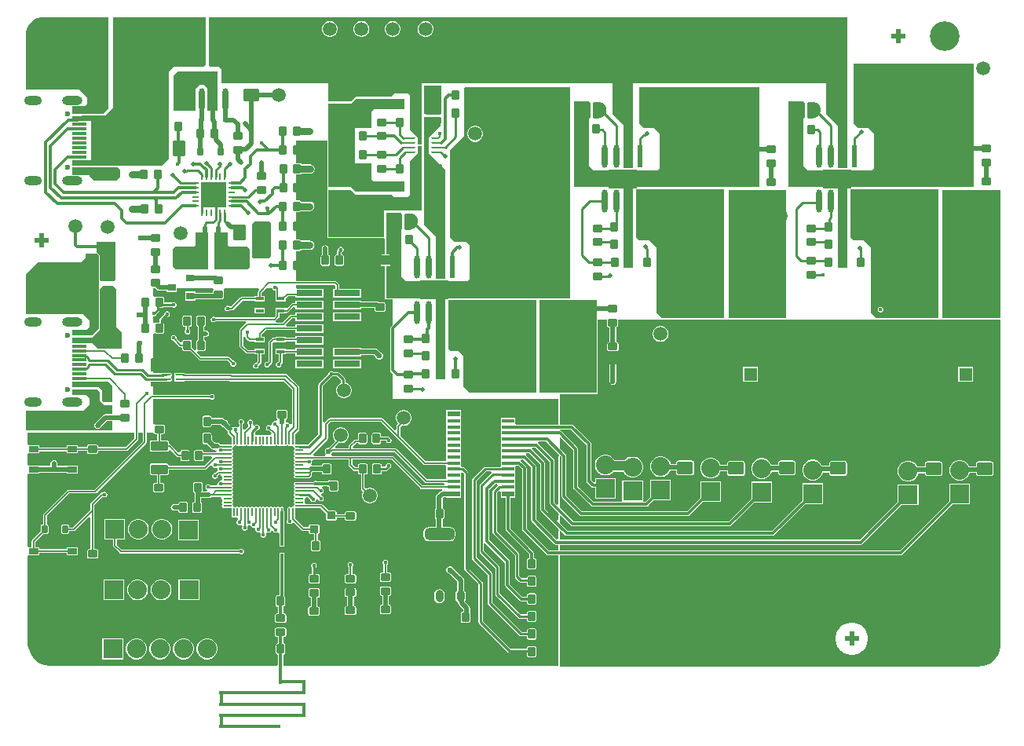
<source format=gbr>
%TF.GenerationSoftware,Altium Limited,Altium Designer,25.6.2 (33)*%
G04 Layer_Physical_Order=1*
G04 Layer_Color=255*
%FSLAX45Y45*%
%MOMM*%
%TF.SameCoordinates,2E975FAE-7BB7-4674-B285-B64E5795C48D*%
%TF.FilePolarity,Positive*%
%TF.FileFunction,Copper,L1,Top,Signal*%
%TF.Part,Single*%
G01*
G75*
%TA.AperFunction,Conductor*%
%ADD10C,0.25400*%
%TA.AperFunction,SMDPad,CuDef*%
G04:AMPARAMS|DCode=11|XSize=0.8mm|YSize=1mm|CornerRadius=0.1mm|HoleSize=0mm|Usage=FLASHONLY|Rotation=180.000|XOffset=0mm|YOffset=0mm|HoleType=Round|Shape=RoundedRectangle|*
%AMROUNDEDRECTD11*
21,1,0.80000,0.80000,0,0,180.0*
21,1,0.60000,1.00000,0,0,180.0*
1,1,0.20000,-0.30000,0.40000*
1,1,0.20000,0.30000,0.40000*
1,1,0.20000,0.30000,-0.40000*
1,1,0.20000,-0.30000,-0.40000*
%
%ADD11ROUNDEDRECTD11*%
G04:AMPARAMS|DCode=12|XSize=1.3043mm|YSize=3.22213mm|CornerRadius=0.4565mm|HoleSize=0mm|Usage=FLASHONLY|Rotation=90.000|XOffset=0mm|YOffset=0mm|HoleType=Round|Shape=RoundedRectangle|*
%AMROUNDEDRECTD12*
21,1,1.30430,2.30912,0,0,90.0*
21,1,0.39129,3.22213,0,0,90.0*
1,1,0.91301,1.15456,0.19564*
1,1,0.91301,1.15456,-0.19564*
1,1,0.91301,-1.15456,-0.19564*
1,1,0.91301,-1.15456,0.19564*
%
%ADD12ROUNDEDRECTD12*%
G04:AMPARAMS|DCode=13|XSize=1.3043mm|YSize=0.91213mm|CornerRadius=0.45606mm|HoleSize=0mm|Usage=FLASHONLY|Rotation=90.000|XOffset=0mm|YOffset=0mm|HoleType=Round|Shape=RoundedRectangle|*
%AMROUNDEDRECTD13*
21,1,1.30430,0.00000,0,0,90.0*
21,1,0.39217,0.91213,0,0,90.0*
1,1,0.91213,0.00000,0.19608*
1,1,0.91213,0.00000,-0.19608*
1,1,0.91213,0.00000,-0.19608*
1,1,0.91213,0.00000,0.19608*
%
%ADD13ROUNDEDRECTD13*%
%ADD14R,0.91213X1.30430*%
G04:AMPARAMS|DCode=15|XSize=0.8mm|YSize=1mm|CornerRadius=0.1mm|HoleSize=0mm|Usage=FLASHONLY|Rotation=270.000|XOffset=0mm|YOffset=0mm|HoleType=Round|Shape=RoundedRectangle|*
%AMROUNDEDRECTD15*
21,1,0.80000,0.80000,0,0,270.0*
21,1,0.60000,1.00000,0,0,270.0*
1,1,0.20000,-0.40000,-0.30000*
1,1,0.20000,-0.40000,0.30000*
1,1,0.20000,0.40000,0.30000*
1,1,0.20000,0.40000,-0.30000*
%
%ADD15ROUNDEDRECTD15*%
%ADD16R,6.40000X6.40000*%
%ADD17O,0.20000X1.00000*%
%ADD18O,1.00000X0.20000*%
G04:AMPARAMS|DCode=19|XSize=1.05mm|YSize=0.4mm|CornerRadius=0.05mm|HoleSize=0mm|Usage=FLASHONLY|Rotation=270.000|XOffset=0mm|YOffset=0mm|HoleType=Round|Shape=RoundedRectangle|*
%AMROUNDEDRECTD19*
21,1,1.05000,0.30000,0,0,270.0*
21,1,0.95000,0.40000,0,0,270.0*
1,1,0.10000,-0.15000,-0.47500*
1,1,0.10000,-0.15000,0.47500*
1,1,0.10000,0.15000,0.47500*
1,1,0.10000,0.15000,-0.47500*
%
%ADD19ROUNDEDRECTD19*%
G04:AMPARAMS|DCode=20|XSize=0.2mm|YSize=0.6mm|CornerRadius=0.05mm|HoleSize=0mm|Usage=FLASHONLY|Rotation=270.000|XOffset=0mm|YOffset=0mm|HoleType=Round|Shape=RoundedRectangle|*
%AMROUNDEDRECTD20*
21,1,0.20000,0.50000,0,0,270.0*
21,1,0.10000,0.60000,0,0,270.0*
1,1,0.10000,-0.25000,-0.05000*
1,1,0.10000,-0.25000,0.05000*
1,1,0.10000,0.25000,0.05000*
1,1,0.10000,0.25000,-0.05000*
%
%ADD20ROUNDEDRECTD20*%
%AMCUSTOMSHAPE21*
4,1,12,-0.25000,-0.75000,-0.25000,-0.25000,-0.75001,-0.25000,-0.75000,0.25000,-0.25000,0.25000,-0.25000,0.75000,0.25000,0.75000,0.25000,0.25000,0.75000,0.25000,0.75000,-0.25000,0.25000,-0.25000,0.25000,-0.75000,-0.25000,-0.75000,0.0*%
%ADD21CUSTOMSHAPE21*%

%TA.AperFunction,SMDPad,SMDef*%
%ADD22R,1.00000X1.00000*%
%TA.AperFunction,ConnectorPad*%
%ADD23R,1.05000X0.65000*%
%TA.AperFunction,SMDPad,SMDef*%
G04:AMPARAMS|DCode=24|XSize=0.3mm|YSize=0.3mm|CornerRadius=0.075mm|HoleSize=0mm|Usage=FLASHONLY|Rotation=270.000|XOffset=0mm|YOffset=0mm|HoleType=Round|Shape=RoundedRectangle|*
%AMROUNDEDRECTD24*
21,1,0.30000,0.15000,0,0,270.0*
21,1,0.15000,0.30000,0,0,270.0*
1,1,0.15000,-0.07500,-0.07500*
1,1,0.15000,-0.07500,0.07500*
1,1,0.15000,0.07500,0.07500*
1,1,0.15000,0.07500,-0.07500*
%
%ADD24ROUNDEDRECTD24*%
%TA.AperFunction,SMDPad,CuDef*%
G04:AMPARAMS|DCode=25|XSize=0.96535mm|YSize=0.23928mm|CornerRadius=0.11964mm|HoleSize=0mm|Usage=FLASHONLY|Rotation=180.000|XOffset=0mm|YOffset=0mm|HoleType=Round|Shape=RoundedRectangle|*
%AMROUNDEDRECTD25*
21,1,0.96535,0.00000,0,0,180.0*
21,1,0.72606,0.23928,0,0,180.0*
1,1,0.23928,-0.36303,0.00000*
1,1,0.23928,0.36303,0.00000*
1,1,0.23928,0.36303,0.00000*
1,1,0.23928,-0.36303,0.00000*
%
%ADD25ROUNDEDRECTD25*%
%ADD26R,0.96535X0.23928*%
%ADD27R,0.62213X2.47407*%
G04:AMPARAMS|DCode=28|XSize=2.47407mm|YSize=0.62213mm|CornerRadius=0.31107mm|HoleSize=0mm|Usage=FLASHONLY|Rotation=270.000|XOffset=0mm|YOffset=0mm|HoleType=Round|Shape=RoundedRectangle|*
%AMROUNDEDRECTD28*
21,1,2.47407,0.00000,0,0,270.0*
21,1,1.85193,0.62213,0,0,270.0*
1,1,0.62213,0.00000,-0.92597*
1,1,0.62213,0.00000,0.92597*
1,1,0.62213,0.00000,0.92597*
1,1,0.62213,0.00000,-0.92597*
%
%ADD28ROUNDEDRECTD28*%
%ADD29R,3.10000X2.02500*%
%ADD30C,0.12700*%
%ADD31R,1.43000X5.50000*%
G04:AMPARAMS|DCode=32|XSize=1.6mm|YSize=2.7mm|CornerRadius=0.2mm|HoleSize=0mm|Usage=FLASHONLY|Rotation=270.000|XOffset=0mm|YOffset=0mm|HoleType=Round|Shape=RoundedRectangle|*
%AMROUNDEDRECTD32*
21,1,1.60000,2.30000,0,0,270.0*
21,1,1.20000,2.70000,0,0,270.0*
1,1,0.40000,-1.15000,-0.60000*
1,1,0.40000,-1.15000,0.60000*
1,1,0.40000,1.15000,0.60000*
1,1,0.40000,1.15000,-0.60000*
%
%ADD32ROUNDEDRECTD32*%
G04:AMPARAMS|DCode=33|XSize=1.4mm|YSize=1.7mm|CornerRadius=0.175mm|HoleSize=0mm|Usage=FLASHONLY|Rotation=180.000|XOffset=0mm|YOffset=0mm|HoleType=Round|Shape=RoundedRectangle|*
%AMROUNDEDRECTD33*
21,1,1.40000,1.35000,0,0,180.0*
21,1,1.05000,1.70000,0,0,180.0*
1,1,0.35000,-0.52500,0.67500*
1,1,0.35000,0.52500,0.67500*
1,1,0.35000,0.52500,-0.67500*
1,1,0.35000,-0.52500,-0.67500*
%
%ADD33ROUNDEDRECTD33*%
%ADD34R,3.20000X1.72000*%
%ADD35R,1.50000X0.60000*%
%ADD36R,1.50000X0.30000*%
G04:AMPARAMS|DCode=37|XSize=1.4mm|YSize=1.7mm|CornerRadius=0.175mm|HoleSize=0mm|Usage=FLASHONLY|Rotation=90.000|XOffset=0mm|YOffset=0mm|HoleType=Round|Shape=RoundedRectangle|*
%AMROUNDEDRECTD37*
21,1,1.40000,1.35000,0,0,90.0*
21,1,1.05000,1.70000,0,0,90.0*
1,1,0.35000,0.67500,0.52500*
1,1,0.35000,0.67500,-0.52500*
1,1,0.35000,-0.67500,-0.52500*
1,1,0.35000,-0.67500,0.52500*
%
%ADD37ROUNDEDRECTD37*%
%ADD38R,2.75000X2.75000*%
G04:AMPARAMS|DCode=39|XSize=0.25mm|YSize=0.75mm|CornerRadius=0.0625mm|HoleSize=0mm|Usage=FLASHONLY|Rotation=180.000|XOffset=0mm|YOffset=0mm|HoleType=Round|Shape=RoundedRectangle|*
%AMROUNDEDRECTD39*
21,1,0.25000,0.62500,0,0,180.0*
21,1,0.12500,0.75000,0,0,180.0*
1,1,0.12500,-0.06250,0.31250*
1,1,0.12500,0.06250,0.31250*
1,1,0.12500,0.06250,-0.31250*
1,1,0.12500,-0.06250,-0.31250*
%
%ADD39ROUNDEDRECTD39*%
G04:AMPARAMS|DCode=40|XSize=0.25mm|YSize=0.75mm|CornerRadius=0.0625mm|HoleSize=0mm|Usage=FLASHONLY|Rotation=270.000|XOffset=0mm|YOffset=0mm|HoleType=Round|Shape=RoundedRectangle|*
%AMROUNDEDRECTD40*
21,1,0.25000,0.62500,0,0,270.0*
21,1,0.12500,0.75000,0,0,270.0*
1,1,0.12500,-0.31250,-0.06250*
1,1,0.12500,-0.31250,0.06250*
1,1,0.12500,0.31250,0.06250*
1,1,0.12500,0.31250,-0.06250*
%
%ADD40ROUNDEDRECTD40*%
G04:AMPARAMS|DCode=41|XSize=1.6mm|YSize=2.7mm|CornerRadius=0.2mm|HoleSize=0mm|Usage=FLASHONLY|Rotation=0.000|XOffset=0mm|YOffset=0mm|HoleType=Round|Shape=RoundedRectangle|*
%AMROUNDEDRECTD41*
21,1,1.60000,2.30000,0,0,0.0*
21,1,1.20000,2.70000,0,0,0.0*
1,1,0.40000,0.60000,-1.15000*
1,1,0.40000,-0.60000,-1.15000*
1,1,0.40000,-0.60000,1.15000*
1,1,0.40000,0.60000,1.15000*
%
%ADD41ROUNDEDRECTD41*%
%ADD42R,0.62339X2.47407*%
G04:AMPARAMS|DCode=43|XSize=2.47407mm|YSize=0.62339mm|CornerRadius=0.31169mm|HoleSize=0mm|Usage=FLASHONLY|Rotation=90.000|XOffset=0mm|YOffset=0mm|HoleType=Round|Shape=RoundedRectangle|*
%AMROUNDEDRECTD43*
21,1,2.47407,0.00000,0,0,90.0*
21,1,1.85068,0.62339,0,0,90.0*
1,1,0.62339,0.00000,0.92534*
1,1,0.62339,0.00000,-0.92534*
1,1,0.62339,0.00000,-0.92534*
1,1,0.62339,0.00000,0.92534*
%
%ADD43ROUNDEDRECTD43*%
G04:AMPARAMS|DCode=44|XSize=0.63mm|YSize=0.83mm|CornerRadius=0.07875mm|HoleSize=0mm|Usage=FLASHONLY|Rotation=0.000|XOffset=0mm|YOffset=0mm|HoleType=Round|Shape=RoundedRectangle|*
%AMROUNDEDRECTD44*
21,1,0.63000,0.67250,0,0,0.0*
21,1,0.47250,0.83000,0,0,0.0*
1,1,0.15750,0.23625,-0.33625*
1,1,0.15750,-0.23625,-0.33625*
1,1,0.15750,-0.23625,0.33625*
1,1,0.15750,0.23625,0.33625*
%
%ADD44ROUNDEDRECTD44*%
%ADD45R,0.90000X0.80000*%
%ADD46R,1.35000X0.40000*%
%ADD47R,1.35000X0.60000*%
%TA.AperFunction,BGAPad,SMDef*%
%ADD48R,0.30000X0.30000*%
%TA.AperFunction,SMDPad,CuDef*%
%ADD49R,0.80000X2.70000*%
%ADD50R,5.50000X5.00000*%
%TA.AperFunction,TestPad*%
G04:AMPARAMS|DCode=51|XSize=0.9mm|YSize=0.8mm|CornerRadius=0.04mm|HoleSize=0mm|Usage=FLASHONLY|Rotation=0.000|XOffset=0mm|YOffset=0mm|HoleType=Round|Shape=RoundedRectangle|*
%AMROUNDEDRECTD51*
21,1,0.90000,0.72000,0,0,0.0*
21,1,0.82000,0.80000,0,0,0.0*
1,1,0.08000,0.41000,-0.36000*
1,1,0.08000,-0.41000,-0.36000*
1,1,0.08000,-0.41000,0.36000*
1,1,0.08000,0.41000,0.36000*
%
%ADD51ROUNDEDRECTD51*%
%TA.AperFunction,SMDPad,CuDef*%
G04:AMPARAMS|DCode=52|XSize=1mm|YSize=1.8mm|CornerRadius=0.05mm|HoleSize=0mm|Usage=FLASHONLY|Rotation=90.000|XOffset=0mm|YOffset=0mm|HoleType=Round|Shape=RoundedRectangle|*
%AMROUNDEDRECTD52*
21,1,1.00000,1.70000,0,0,90.0*
21,1,0.90000,1.80000,0,0,90.0*
1,1,0.10000,0.85000,0.45000*
1,1,0.10000,0.85000,-0.45000*
1,1,0.10000,-0.85000,-0.45000*
1,1,0.10000,-0.85000,0.45000*
%
%ADD52ROUNDEDRECTD52*%
%ADD53R,2.79400X0.73660*%
%ADD54R,0.90000X0.40000*%
%TA.AperFunction,Conductor*%
%ADD55C,0.80000*%
%ADD56C,0.20320*%
%ADD57C,0.20000*%
%ADD58C,0.50000*%
%ADD59C,0.30000*%
%ADD60C,0.20302*%
%ADD61C,0.34849*%
%ADD62C,1.00000*%
%TA.AperFunction,NonConductor*%
%ADD63R,0.80000X1.00000*%
%TA.AperFunction,Conductor*%
%ADD64R,0.40000X1.50000*%
%ADD65R,2.90000X0.40000*%
%ADD66R,0.40000X1.60000*%
%ADD67R,9.30000X0.40000*%
%ADD68R,9.30000X0.40000*%
%ADD69R,6.60000X0.40000*%
%ADD70R,0.40000X0.50000*%
%TA.AperFunction,ComponentPad*%
%ADD71C,1.50000*%
%ADD72C,3.20000*%
%ADD73C,2.03200*%
%ADD74R,2.03200X2.03200*%
%ADD75R,1.40000X1.40000*%
%ADD76C,1.40000*%
%ADD77C,0.60000*%
%ADD78O,2.20000X1.00000*%
%ADD79O,1.90000X1.00000*%
%ADD80R,2.03200X2.03200*%
%TA.AperFunction,ViaPad*%
%ADD81C,0.60000*%
%ADD82C,0.40000*%
%ADD83C,0.50000*%
%ADD84C,0.50800*%
%ADD85C,0.45720*%
G36*
X2164912Y5430372D02*
Y5190372D01*
X2054912D01*
Y5430372D01*
X2014912Y5470372D01*
X1964912D01*
X1924912Y5430372D01*
Y5190372D01*
X1684912D01*
Y5570372D01*
X1734912Y5620372D01*
X2164912D01*
Y5430372D01*
D02*
G37*
G36*
X4571100Y5160425D02*
X4390000D01*
Y5460000D01*
X4571100D01*
Y5160425D01*
D02*
G37*
G36*
X984912Y5620372D02*
X984912Y5220371D01*
X924912Y5160371D01*
X594912D01*
Y5240372D01*
X734912D01*
X754912Y5260371D01*
Y5340371D01*
X674912Y5420371D01*
X100000D01*
Y6023744D01*
X100000D01*
Y6041103D01*
X106773Y6075156D01*
X120060Y6107232D01*
X139349Y6136100D01*
X163900Y6160651D01*
X192768Y6179940D01*
X224844Y6193226D01*
X258896Y6200000D01*
X276256D01*
X984912Y6200000D01*
Y5620372D01*
D02*
G37*
G36*
X8655328Y5238223D02*
Y5162023D01*
X8617228Y5123923D01*
X8528328D01*
Y5276323D01*
X8617228D01*
X8655328Y5238223D01*
D02*
G37*
G36*
X6345328D02*
Y5162023D01*
X6307228Y5123923D01*
X6218328D01*
Y5276323D01*
X6307228D01*
X6345328Y5238223D01*
D02*
G37*
G36*
X2034912Y5690372D02*
X2014912Y5670371D01*
X1684912D01*
X1634912Y5620372D01*
Y4670371D01*
X1564912Y4600372D01*
X594912D01*
Y4660371D01*
X794912D01*
Y4740372D01*
Y4820372D01*
Y5080372D01*
X696620D01*
X690625Y5096372D01*
X693461Y5100617D01*
X695402Y5110372D01*
X693461Y5120126D01*
X690625Y5124372D01*
X695693Y5137898D01*
X697712Y5140371D01*
X954912D01*
X1034912Y5220372D01*
Y6200000D01*
X2034912D01*
Y5690372D01*
D02*
G37*
G36*
X8950000Y5647440D02*
X8950540D01*
Y4575000D01*
X8851370D01*
Y5035994D01*
X8726940Y5160425D01*
Y5488449D01*
X6640540D01*
Y4575000D01*
X6541370D01*
Y5035994D01*
X6416940Y5160425D01*
Y5488449D01*
X4364912D01*
Y4828371D01*
X4324912D01*
Y4898371D01*
X4234912Y4988371D01*
Y5358371D01*
X4214912Y5378371D01*
X4064912D01*
X4034912Y5348371D01*
X3654912D01*
X3604913Y5298371D01*
X3354912D01*
Y5488449D01*
X2200994D01*
Y5641790D01*
X2172412Y5670371D01*
X2082481D01*
X2066481Y5686371D01*
Y6200000D01*
X8950000D01*
Y5647440D01*
D02*
G37*
G36*
X10316237Y4367440D02*
X8950540D01*
Y3497440D01*
X8851370D01*
Y4367440D01*
X8316940D01*
Y5293400D01*
X8478917D01*
Y4600463D01*
X8526940Y4552440D01*
X9213678D01*
X9236237Y4575000D01*
Y4945000D01*
X9172683Y5008554D01*
X9071445Y5008554D01*
X9021237Y5058763D01*
Y5700000D01*
X10316237D01*
Y4367440D01*
D02*
G37*
G36*
X8006237D02*
X6640540D01*
Y3497440D01*
X6541370D01*
Y4367440D01*
X6006940D01*
Y5293400D01*
X6168917D01*
Y4600463D01*
X6216940Y4552440D01*
X6903678D01*
X6926237Y4575000D01*
Y4945000D01*
X6862683Y5008554D01*
X6761445Y5008554D01*
X6711237Y5058763D01*
Y5448470D01*
X8006237D01*
Y4367440D01*
D02*
G37*
G36*
X3344088Y4368371D02*
X3347258Y4360717D01*
X3347258Y4346025D01*
X3344088Y4338371D01*
Y3830371D01*
X3347258Y3822718D01*
X3354912Y3819547D01*
X3960000D01*
X3969176Y3801700D01*
Y3640824D01*
X3934992D01*
X3927339Y3637654D01*
X3924168Y3630000D01*
Y3530000D01*
X3927339Y3522347D01*
X3934992Y3519176D01*
X3969176D01*
Y3170000D01*
X3972346Y3162346D01*
X3980000Y3159176D01*
X4049658D01*
Y2884811D01*
X4031888Y2867042D01*
X4026363Y2858773D01*
X4024422Y2849018D01*
Y2395354D01*
X4026363Y2385599D01*
X4031888Y2377330D01*
X4049658Y2359560D01*
Y2088483D01*
X5838692D01*
Y1809628D01*
X5386060D01*
X5370000Y1819139D01*
X5369999Y1834139D01*
Y1879138D01*
X5214999D01*
X5214999Y1819139D01*
X5214999Y1799138D01*
Y1754139D01*
X5214999D01*
Y1749138D01*
X5214999D01*
Y1689139D01*
X5214999D01*
Y1684138D01*
X5214999D01*
Y1624139D01*
X5214999D01*
Y1619137D01*
X5214999D01*
Y1559139D01*
X5214999D01*
Y1554137D01*
X5214999D01*
Y1494138D01*
X5214999D01*
Y1489137D01*
X5214999D01*
Y1429138D01*
X5214999D01*
Y1424137D01*
X5214999D01*
X5214999Y1364138D01*
X5199910Y1352282D01*
X5049137D01*
X5040280Y1350521D01*
X5032772Y1345503D01*
X4913634Y1226366D01*
X4908617Y1218857D01*
X4906855Y1210000D01*
Y370000D01*
X4908617Y361143D01*
X4913634Y353634D01*
X5076855Y190413D01*
Y-120000D01*
X5078617Y-128857D01*
X5083634Y-136365D01*
X5413635Y-466366D01*
X5421143Y-471383D01*
X5430000Y-473145D01*
X5499608D01*
Y-490000D01*
X5501160Y-497804D01*
X5505581Y-504419D01*
X5512196Y-508840D01*
X5520000Y-510392D01*
X5580000D01*
X5587804Y-508840D01*
X5594419Y-504419D01*
X5598840Y-497804D01*
X5600392Y-490000D01*
Y-410000D01*
X5598840Y-402197D01*
X5594419Y-395581D01*
X5587804Y-391161D01*
X5580000Y-389608D01*
X5520000D01*
X5512196Y-391161D01*
X5505581Y-395581D01*
X5501160Y-402197D01*
X5499608Y-410000D01*
Y-426855D01*
X5439587D01*
X5123145Y-110413D01*
Y200000D01*
X5121383Y208857D01*
X5116366Y216366D01*
X4953145Y379587D01*
Y1200413D01*
X5058724Y1305993D01*
X5106996D01*
X5113213Y1287703D01*
X5113261Y1285993D01*
X4993634Y1166366D01*
X4988617Y1158857D01*
X4986855Y1150000D01*
Y440000D01*
X4988617Y431143D01*
X4993634Y423635D01*
X5156855Y260413D01*
Y-20000D01*
X5158617Y-28857D01*
X5163634Y-36366D01*
X5403634Y-276366D01*
X5411143Y-281383D01*
X5420000Y-283145D01*
X5499608D01*
Y-300000D01*
X5501160Y-307804D01*
X5505581Y-314419D01*
X5512196Y-318840D01*
X5520000Y-320392D01*
X5580000D01*
X5587804Y-318840D01*
X5594419Y-314419D01*
X5598840Y-307804D01*
X5600392Y-300000D01*
Y-220000D01*
X5598840Y-212196D01*
X5594419Y-205581D01*
X5587804Y-201160D01*
X5580000Y-199608D01*
X5520000D01*
X5512196Y-201160D01*
X5505581Y-205581D01*
X5501160Y-212196D01*
X5499608Y-220000D01*
Y-236855D01*
X5429587D01*
X5203145Y-10413D01*
Y270000D01*
X5201383Y278857D01*
X5196366Y286366D01*
X5033145Y449587D01*
Y524160D01*
X5048171Y530397D01*
X5053145Y530808D01*
X5264510Y319442D01*
Y80000D01*
X5266451Y70245D01*
X5271976Y61976D01*
X5421976Y-88024D01*
X5430246Y-93549D01*
X5440000Y-95490D01*
X5499608D01*
Y-110000D01*
X5501160Y-117804D01*
X5505581Y-124419D01*
X5512196Y-128840D01*
X5520000Y-130392D01*
X5580000D01*
X5587804Y-128840D01*
X5594419Y-124419D01*
X5598840Y-117804D01*
X5600392Y-110000D01*
Y-30000D01*
X5598840Y-22197D01*
X5594419Y-15581D01*
X5587804Y-11161D01*
X5580000Y-9608D01*
X5520000D01*
X5512196Y-11161D01*
X5505581Y-15581D01*
X5501160Y-22197D01*
X5499608Y-30000D01*
Y-44510D01*
X5450559D01*
X5315490Y90558D01*
Y330000D01*
X5313549Y339754D01*
X5308024Y348024D01*
X5095490Y560558D01*
Y1105581D01*
X5161162Y1171253D01*
X5174118Y1169589D01*
X5177276Y1165016D01*
X5181748Y1149569D01*
X5133634Y1101455D01*
X5128617Y1093947D01*
X5126855Y1085090D01*
Y650000D01*
X5128617Y641143D01*
X5133634Y633634D01*
X5366855Y400413D01*
Y170000D01*
X5368617Y161143D01*
X5373634Y153634D01*
X5413634Y113634D01*
X5421143Y108617D01*
X5430000Y106855D01*
X5499608D01*
Y80000D01*
X5501160Y72196D01*
X5505581Y65581D01*
X5512196Y61160D01*
X5520000Y59608D01*
X5580000D01*
X5587804Y61160D01*
X5594419Y65581D01*
X5598840Y72196D01*
X5600392Y80000D01*
Y160000D01*
X5598840Y167804D01*
X5594419Y174419D01*
X5587804Y178840D01*
X5580000Y180392D01*
X5520000D01*
X5512196Y178840D01*
X5505581Y174419D01*
X5501160Y167804D01*
X5499608Y160000D01*
Y153145D01*
X5439587D01*
X5413145Y179587D01*
Y410000D01*
X5411383Y418857D01*
X5406366Y426366D01*
X5173145Y659587D01*
Y1075503D01*
X5195000Y1097357D01*
X5214999Y1089073D01*
X5214999Y1084137D01*
Y1019137D01*
X5267010D01*
Y677501D01*
X5268950Y667746D01*
X5274476Y659477D01*
X5524510Y409442D01*
Y370392D01*
X5520000D01*
X5512196Y368839D01*
X5505581Y364419D01*
X5501160Y357803D01*
X5499608Y350000D01*
Y270000D01*
X5501160Y262196D01*
X5505581Y255581D01*
X5512196Y251160D01*
X5520000Y249608D01*
X5580000D01*
X5587804Y251160D01*
X5594419Y255581D01*
X5598840Y262196D01*
X5600392Y270000D01*
Y350000D01*
X5598840Y357803D01*
X5594419Y364419D01*
X5587804Y368839D01*
X5580000Y370392D01*
X5575490D01*
Y420000D01*
X5573549Y429755D01*
X5568024Y438024D01*
X5317989Y688059D01*
Y1019137D01*
X5369999D01*
Y1084137D01*
X5370000Y1099137D01*
X5369999Y1119137D01*
X5370000Y1164137D01*
X5369999Y1184137D01*
X5370000Y1229137D01*
X5369999Y1249137D01*
X5370000Y1294137D01*
X5369999Y1314138D01*
X5370000Y1359137D01*
X5386060Y1368648D01*
X5404371D01*
X5443615Y1329404D01*
Y681772D01*
X5445555Y672017D01*
X5451081Y663748D01*
X5707852Y406976D01*
X5716122Y401451D01*
X5725876Y399510D01*
X5838692D01*
Y-782331D01*
X5824547Y-796470D01*
X2873478Y-795209D01*
Y-794950D01*
X2870615Y-788040D01*
Y-670398D01*
X2872654D01*
X2880457Y-668846D01*
X2887073Y-664425D01*
X2891493Y-657810D01*
X2893046Y-650006D01*
Y-570006D01*
X2891493Y-562203D01*
X2887073Y-555587D01*
X2880457Y-551167D01*
X2872654Y-549614D01*
X2870615D01*
Y-479007D01*
X2882656D01*
X2890459Y-477455D01*
X2897075Y-473034D01*
X2901495Y-466419D01*
X2903048Y-458615D01*
Y-398615D01*
X2901495Y-390812D01*
X2897075Y-384196D01*
X2890459Y-379775D01*
X2882656Y-378223D01*
X2802656D01*
X2794852Y-379775D01*
X2788236Y-384196D01*
X2783816Y-390812D01*
X2782264Y-398615D01*
Y-458615D01*
X2783816Y-466419D01*
X2788236Y-473034D01*
X2794852Y-477455D01*
X2802656Y-479007D01*
X2814692D01*
Y-549614D01*
X2812654D01*
X2804850Y-551167D01*
X2798234Y-555587D01*
X2793814Y-562203D01*
X2792262Y-570006D01*
Y-650006D01*
X2793814Y-657810D01*
X2798234Y-664425D01*
X2804850Y-668846D01*
X2812654Y-670398D01*
X2814692D01*
Y-776366D01*
X2797648Y-795177D01*
X454557Y-794175D01*
X371144Y-795261D01*
X346127D01*
X297055Y-785500D01*
X250830Y-766353D01*
X209228Y-738555D01*
X173849Y-703176D01*
X146052Y-661575D01*
X126905Y-615350D01*
X117144Y-566278D01*
Y-541261D01*
Y383020D01*
X117413Y402909D01*
X242413D01*
Y424854D01*
X532412D01*
Y402909D01*
X657412D01*
Y487909D01*
X532412D01*
Y465964D01*
X242413D01*
Y487909D01*
X200467D01*
Y546130D01*
X283175Y628838D01*
X319581D01*
X326556Y630225D01*
X332468Y634176D01*
X336419Y640088D01*
X337806Y647063D01*
Y714313D01*
X336419Y721288D01*
X332468Y727200D01*
X326556Y731151D01*
X323302Y731798D01*
Y824233D01*
X564653Y1065584D01*
X844999D01*
X845000Y1065583D01*
X852866Y1067148D01*
X859535Y1071604D01*
X1390087Y1602157D01*
X1390088Y1602157D01*
X1394544Y1608826D01*
X1396108Y1616692D01*
Y1718483D01*
X1461651Y1718483D01*
X1476359Y1714975D01*
X1486094Y1709879D01*
X1486253Y1709773D01*
X1494057Y1708221D01*
X1513502D01*
Y1637374D01*
X1449057D01*
X1437576Y1632619D01*
X1432821Y1621138D01*
Y1531139D01*
X1437576Y1519658D01*
X1449057Y1514903D01*
X1619056D01*
X1630537Y1519658D01*
X1633509Y1526833D01*
X1653770Y1534856D01*
X1727022Y1461605D01*
X1727022Y1461604D01*
X1733691Y1457148D01*
X1741557Y1455584D01*
X1760694D01*
Y1436139D01*
X1762246Y1428335D01*
X1766667Y1421719D01*
X1773282Y1417299D01*
X1781086Y1415747D01*
X1841086D01*
X1848889Y1417299D01*
X1855505Y1421719D01*
X1859925Y1428335D01*
X1861478Y1436139D01*
Y1516138D01*
X1859925Y1523942D01*
X1855505Y1530558D01*
X1848889Y1534978D01*
X1841086Y1536530D01*
X1781086D01*
X1773282Y1534978D01*
X1766667Y1530558D01*
X1762246Y1523942D01*
X1760694Y1516138D01*
Y1514355D01*
X1740694Y1506071D01*
X1657168Y1589597D01*
X1650500Y1594052D01*
X1642634Y1595617D01*
X1635292Y1612936D01*
Y1621138D01*
X1630537Y1632619D01*
X1619056Y1637374D01*
X1554612D01*
Y1708221D01*
X1574057D01*
X1581860Y1709773D01*
X1588476Y1714194D01*
X1592896Y1720809D01*
X1594448Y1728613D01*
Y1788613D01*
X1592896Y1796417D01*
X1588476Y1803032D01*
X1581860Y1807453D01*
X1574057Y1809005D01*
X1494057D01*
X1489658Y1808130D01*
X1476744Y1814882D01*
X1469658Y1820418D01*
Y2089445D01*
X2079909D01*
X2084787Y2084567D01*
X2095813Y2080000D01*
X2107748D01*
X2118775Y2084567D01*
X2127214Y2093006D01*
X2131781Y2104032D01*
Y2115967D01*
X2127214Y2126993D01*
X2118775Y2135433D01*
X2107748Y2140000D01*
X2095813D01*
X2084787Y2135433D01*
X2079909Y2130555D01*
X1469658D01*
Y2274155D01*
X1566862D01*
X1567667Y2273617D01*
X1576524Y2271855D01*
X1611356D01*
X1615128Y2272606D01*
X1647659D01*
X1656229Y2274310D01*
X1663494Y2279165D01*
X1668349Y2286430D01*
X1670054Y2295000D01*
X1668349Y2303570D01*
X1665293Y2308143D01*
X1663494Y2311351D01*
Y2328648D01*
X1665293Y2331856D01*
X1668349Y2336430D01*
X1670054Y2345000D01*
X1668349Y2353570D01*
X1663494Y2360835D01*
X1656229Y2365690D01*
X1647659Y2367394D01*
X1615128D01*
X1611356Y2368145D01*
X1576524D01*
X1567667Y2366383D01*
X1566862Y2365845D01*
X1469658D01*
Y2380000D01*
X1450000D01*
X1440000Y2390000D01*
Y2520000D01*
X1450000Y2530000D01*
X1469658D01*
Y2789483D01*
X1489637Y2795581D01*
X1496253Y2791160D01*
X1504056Y2789608D01*
X1564056D01*
X1571860Y2791160D01*
X1578476Y2795581D01*
X1582896Y2802196D01*
X1584448Y2810000D01*
Y2890000D01*
X1582896Y2897803D01*
X1581752Y2899516D01*
Y2932464D01*
X1619288Y2970000D01*
X1622524D01*
X1633550Y2974568D01*
X1641989Y2983007D01*
X1646557Y2994033D01*
Y3005968D01*
X1641989Y3016994D01*
X1633550Y3025433D01*
X1622524Y3030000D01*
X1610589D01*
X1599563Y3025433D01*
X1591124Y3016994D01*
X1586557Y3005968D01*
Y3002732D01*
X1542241Y2958416D01*
X1537224Y2950908D01*
X1535462Y2942051D01*
Y2910392D01*
X1504056D01*
X1496253Y2908839D01*
X1489637Y2904419D01*
X1469658Y2910517D01*
Y2975000D01*
X1481537D01*
X1492563Y2979567D01*
X1501002Y2988006D01*
X1505570Y2999032D01*
Y3000277D01*
X1530827Y3025534D01*
X1535844Y3033043D01*
X1537606Y3041900D01*
Y3069608D01*
X1564056D01*
X1571860Y3071160D01*
X1578476Y3075581D01*
X1579575Y3077227D01*
X1670718D01*
X1673006Y3074939D01*
X1684032Y3070372D01*
X1695967D01*
X1706994Y3074939D01*
X1715433Y3083378D01*
X1720000Y3094404D01*
Y3106339D01*
X1715433Y3117365D01*
X1706994Y3125804D01*
X1695967Y3130371D01*
X1684032D01*
X1673006Y3125804D01*
X1670718Y3123516D01*
X1584448D01*
Y3170000D01*
X1582896Y3177804D01*
X1578476Y3184419D01*
X1571860Y3188840D01*
X1564056Y3190392D01*
X1504056D01*
X1496253Y3188840D01*
X1489637Y3184419D01*
X1469658Y3190517D01*
Y3278483D01*
X1492793D01*
X1506138Y3265138D01*
X1517715Y3257402D01*
X1531371Y3254686D01*
X1612412D01*
Y3240372D01*
X1722412D01*
Y3278483D01*
X2109969D01*
X2115603Y3265358D01*
X2117119Y3258483D01*
X2113573Y3253175D01*
X2112020Y3245371D01*
Y3231057D01*
X2026943D01*
X2021632Y3233257D01*
X2007550D01*
X2002239Y3231057D01*
X1922412D01*
Y3245371D01*
X1812412D01*
Y3145372D01*
X1922412D01*
Y3159686D01*
X2142412D01*
X2156069Y3162402D01*
X2159926Y3164980D01*
X2212412D01*
X2220216Y3166532D01*
X2226831Y3170952D01*
X2231252Y3177568D01*
X2232804Y3185372D01*
Y3245371D01*
X2231252Y3253175D01*
X2227705Y3258483D01*
X2229221Y3265358D01*
X2234856Y3278483D01*
X2602823D01*
X2610476Y3260005D01*
X2603778Y3253307D01*
X2599322Y3246638D01*
X2597757Y3238772D01*
X2597758Y3238771D01*
Y3196250D01*
X2563313D01*
Y3186805D01*
X2422731D01*
X2414865Y3185240D01*
X2408196Y3180785D01*
X2408196Y3180784D01*
X2307967Y3080555D01*
X2291981D01*
X2287104Y3085433D01*
X2276077Y3090000D01*
X2264143D01*
X2253116Y3085433D01*
X2244677Y3076994D01*
X2240110Y3065967D01*
Y3054032D01*
X2244677Y3043006D01*
X2253116Y3034567D01*
X2264143Y3030000D01*
X2276077D01*
X2287104Y3034567D01*
X2291981Y3039445D01*
X2316480D01*
X2316481Y3039445D01*
X2324347Y3041010D01*
X2331016Y3045465D01*
X2431245Y3145695D01*
X2563313D01*
Y3136250D01*
X2673312D01*
Y3196250D01*
X2638867D01*
Y3230258D01*
X2687092Y3278483D01*
X2751211D01*
X2755380Y3268419D01*
X2763819Y3259980D01*
X2774845Y3255413D01*
X2786780D01*
X2787917Y3254652D01*
Y3176091D01*
X2787917Y3176090D01*
X2788313Y3174102D01*
Y3136250D01*
X2898312D01*
Y3167180D01*
X2925948Y3194817D01*
X3002012D01*
Y3181420D01*
X3301412D01*
Y3275080D01*
X3028248D01*
X3009658Y3278483D01*
X3009658Y3291913D01*
Y3314817D01*
X3422151D01*
X3434357Y3302611D01*
Y3275080D01*
X3408412D01*
Y3181420D01*
X3707812D01*
Y3275080D01*
X3475467D01*
Y3311125D01*
X3473903Y3318991D01*
X3469447Y3325660D01*
X3469446Y3325660D01*
X3445200Y3349906D01*
X3438532Y3354362D01*
X3430666Y3355927D01*
X3430664Y3355927D01*
X3009658D01*
Y3680897D01*
X3047412D01*
X3055216Y3682449D01*
X3061831Y3686869D01*
X3064130Y3690309D01*
X3154831D01*
X3174340Y3694189D01*
X3190879Y3705240D01*
X3201930Y3721779D01*
X3205811Y3741288D01*
X3201930Y3760797D01*
X3190879Y3777336D01*
X3174340Y3788387D01*
X3154831Y3792268D01*
X3064130D01*
X3061831Y3795708D01*
X3055216Y3800128D01*
X3047412Y3801680D01*
X3009658D01*
Y4103397D01*
X3047412D01*
X3055216Y4104949D01*
X3061832Y4109370D01*
X3064130Y4112809D01*
X3154831D01*
X3174340Y4116690D01*
X3190879Y4127741D01*
X3201930Y4144280D01*
X3205811Y4163789D01*
X3201930Y4183298D01*
X3190879Y4199837D01*
X3174340Y4210888D01*
X3154831Y4214769D01*
X3064130D01*
X3061832Y4218208D01*
X3055216Y4222629D01*
X3047412Y4224181D01*
X3009658D01*
Y4507480D01*
X3049912D01*
X3057716Y4509032D01*
X3064332Y4513452D01*
X3066630Y4516892D01*
X3140039D01*
X3157331Y4513452D01*
X3176840Y4517333D01*
X3193379Y4528384D01*
X3204430Y4544923D01*
X3208311Y4564432D01*
X3204430Y4583941D01*
X3193379Y4600480D01*
X3189940Y4603919D01*
X3173401Y4614970D01*
X3153892Y4618851D01*
X3066630D01*
X3064332Y4622291D01*
X3057716Y4626711D01*
X3049912Y4628263D01*
X3009658D01*
Y4868483D01*
X3344088D01*
Y4368371D01*
D02*
G37*
G36*
X1109912Y4560372D02*
Y4480372D01*
X1067412Y4437871D01*
X829362D01*
X784912Y4482321D01*
Y4500371D01*
X594912D01*
Y4580372D01*
X1089912D01*
X1109912Y4560372D01*
D02*
G37*
G36*
X4174912Y5208371D02*
X3844912D01*
X3824912Y5188371D01*
Y5008371D01*
X3645817D01*
X3644912Y5007467D01*
Y4626405D01*
X3646878Y4628371D01*
X3824912D01*
Y4448371D01*
X3844912Y4428371D01*
X4174912D01*
Y4318371D01*
X3654912D01*
X3604912Y4368371D01*
X3354912D01*
Y5268371D01*
X3604912D01*
X3654912Y5318371D01*
X4174912D01*
Y5208371D01*
D02*
G37*
G36*
X4364912Y4118371D02*
X3960000D01*
Y3830371D01*
X3354912D01*
Y4338371D01*
X3604913D01*
X3654912Y4288371D01*
X4034912D01*
X4064912Y4258371D01*
X4214912D01*
X4234912Y4278371D01*
Y4648371D01*
X4324912Y4738371D01*
Y4808371D01*
X4364912D01*
Y4118371D01*
D02*
G37*
G36*
X4312313Y4038100D02*
Y3961900D01*
X4274213Y3923800D01*
X4185313D01*
Y4076200D01*
X4274213D01*
X4312313Y4038100D01*
D02*
G37*
G36*
X2734912Y3980372D02*
Y3620371D01*
X2714912Y3600372D01*
X2554913Y3600371D01*
X2534912Y3620371D01*
X2534912Y3970371D01*
X2564912Y4000371D01*
X2714912D01*
X2734912Y3980372D01*
D02*
G37*
G36*
X2270110Y3746288D02*
X2285110Y3731289D01*
X2484844D01*
X2512578Y3703554D01*
Y3511989D01*
X2481878Y3481289D01*
X2131878D01*
Y3881289D01*
X2270110D01*
Y3746288D01*
D02*
G37*
G36*
X2062412Y3480371D02*
X1712412D01*
X1681712Y3511071D01*
Y3702637D01*
X1709447Y3730371D01*
X1909181D01*
X1924181Y3745371D01*
Y3880371D01*
X2062412D01*
Y3480371D01*
D02*
G37*
G36*
X4570600Y5033021D02*
X4435950Y4898371D01*
Y4778371D01*
Y4738371D01*
X4613600Y4560721D01*
Y4425970D01*
Y3382440D01*
X4514430D01*
Y3838554D01*
X4390000Y3962984D01*
Y4425970D01*
Y4778371D01*
Y5123923D01*
X4570600D01*
Y5033021D01*
D02*
G37*
G36*
X5960000Y3170000D02*
X4613600D01*
Y2300000D01*
X4514430D01*
Y3170000D01*
X3980000D01*
Y3519176D01*
X4014992D01*
X4022646Y3522347D01*
X4025816Y3530000D01*
Y3630000D01*
X4022646Y3637654D01*
X4014992Y3640824D01*
X3980000D01*
Y4095960D01*
X4141977D01*
Y3403023D01*
X4190000Y3355000D01*
X4857440D01*
X4880000Y3377560D01*
Y3747560D01*
X4848060Y3779500D01*
X4715500Y3779500D01*
X4665000Y3830000D01*
X4665000Y4765000D01*
X4821440Y4921440D01*
X4818534Y5437124D01*
X4829816Y5448470D01*
X5091530D01*
X5093060Y5450000D01*
X5960000D01*
Y3170000D01*
D02*
G37*
G36*
X1063907Y3369277D02*
X1048991Y3354362D01*
X907075D01*
X893907Y3367530D01*
Y3634326D01*
X860000Y3668233D01*
Y3777336D01*
X1063907D01*
Y3369277D01*
D02*
G37*
G36*
X10600000Y2960000D02*
X9980000D01*
Y4340000D01*
X10600000D01*
Y2960000D01*
D02*
G37*
G36*
X9936940D02*
X9263677D01*
X9204297Y3019380D01*
X9204297Y3717643D01*
X9124501Y3797440D01*
X9016940D01*
X8986940Y3827440D01*
Y4347440D01*
X9936940D01*
Y2960000D01*
D02*
G37*
G36*
X8290000D02*
X7670000D01*
Y4340000D01*
X8290000D01*
Y2960000D01*
D02*
G37*
G36*
X7626940D02*
X6953677D01*
X6894297Y3019380D01*
X6894297Y3717643D01*
X6814501Y3797440D01*
X6706940D01*
X6676940Y3827440D01*
Y4347440D01*
X7626940D01*
Y2960000D01*
D02*
G37*
G36*
X880000Y3631366D02*
Y2842588D01*
X807412Y2770000D01*
X595000D01*
Y2830000D01*
X745000D01*
X781412Y2866413D01*
Y2926500D01*
X784912Y2930000D01*
X714912Y3000000D01*
X100000D01*
Y3430883D01*
X219258Y3560000D01*
X696620D01*
Y3567909D01*
X739912Y3611201D01*
Y3655022D01*
X856344D01*
X880000Y3631366D01*
D02*
G37*
G36*
X1034912Y3302611D02*
X1067368Y3270156D01*
X1066912Y3269204D01*
Y2863088D01*
X1130000Y2800000D01*
Y2630000D01*
X877212D01*
X817212Y2690000D01*
X595000D01*
Y2750000D01*
X817212D01*
X893906Y2826694D01*
X893907Y3267935D01*
X928583Y3302611D01*
X1034912Y3302611D01*
D02*
G37*
G36*
X10600000Y-566970D02*
Y-588605D01*
X10592034Y-631135D01*
X10576375Y-671471D01*
X10553557Y-708236D01*
X10524362Y-740171D01*
X10489786Y-766186D01*
X10451012Y-785392D01*
X10409365Y-797130D01*
X10350089Y-802454D01*
X5849516D01*
Y399510D01*
X9526793D01*
X9536548Y401451D01*
X9544817Y406976D01*
X10088510Y950669D01*
X10275662D01*
Y1173869D01*
X10052462D01*
Y986717D01*
X9516235Y450490D01*
X5849516D01*
Y514845D01*
X9096529D01*
X9106283Y516785D01*
X9114553Y522310D01*
X9532911Y940669D01*
X9720063D01*
Y1163869D01*
X9496863D01*
Y976717D01*
X9085971Y565824D01*
X5849516D01*
Y659441D01*
X5861250Y664302D01*
X5907991Y617560D01*
X5916261Y612035D01*
X5926015Y610095D01*
X8150435D01*
X8160190Y612035D01*
X8168459Y617560D01*
X8503660Y952761D01*
X8690812D01*
Y1175961D01*
X8467612D01*
Y988809D01*
X8139877Y661074D01*
X5936573D01*
X5849516Y748131D01*
Y826384D01*
X5861250Y831244D01*
X5974008Y718486D01*
X5982277Y712960D01*
X5992032Y711020D01*
X7684383D01*
X7694138Y712960D01*
X7702407Y718486D01*
X7953351Y969430D01*
X8140504D01*
Y1192630D01*
X7917304D01*
Y1005478D01*
X7673825Y761999D01*
X6002590D01*
X5849516Y915073D01*
Y1467157D01*
X5861250Y1472017D01*
X5874510Y1458756D01*
Y1033413D01*
X5876451Y1023659D01*
X5881976Y1015390D01*
X6065389Y831976D01*
X6073659Y826451D01*
X6083413Y824510D01*
X7236528D01*
X7246282Y826451D01*
X7254552Y831976D01*
X7397005Y974429D01*
X7590504D01*
Y1197629D01*
X7367304D01*
Y1016824D01*
X7225970Y875490D01*
X6093972D01*
X5925490Y1043971D01*
Y1469315D01*
X5923549Y1479069D01*
X5918024Y1487339D01*
X5849516Y1555846D01*
Y1666497D01*
X5861250Y1671357D01*
X5999510Y1533097D01*
Y1131138D01*
X6001451Y1121384D01*
X6006976Y1113115D01*
X6188115Y931976D01*
X6196384Y926451D01*
X6206139Y924510D01*
X6788375D01*
X6798130Y926451D01*
X6806399Y931976D01*
X6864352Y989929D01*
X7051504D01*
Y1213129D01*
X6828304D01*
Y1025977D01*
X6777817Y975490D01*
X6754874D01*
X6748504Y985551D01*
X6748504Y988190D01*
Y1208751D01*
X6525304D01*
Y988190D01*
X6525304Y985551D01*
X6518934Y975490D01*
X6216697D01*
X6050490Y1141696D01*
Y1543655D01*
X6048549Y1553409D01*
X6043024Y1561678D01*
X5867540Y1737162D01*
X5859271Y1742688D01*
X5849516Y1744628D01*
Y1758649D01*
X5972855D01*
X6141407Y1590097D01*
Y1200000D01*
X6143348Y1190245D01*
X6148873Y1181976D01*
X6195450Y1135399D01*
X6203719Y1129874D01*
X6213474Y1127933D01*
X6230900D01*
Y1006573D01*
X6454100D01*
Y1229773D01*
X6230900D01*
Y1190005D01*
X6218200Y1184744D01*
X6192387Y1210558D01*
Y1600655D01*
X6190446Y1610410D01*
X6184921Y1618679D01*
X6001437Y1802162D01*
X5993168Y1807688D01*
X5983413Y1809628D01*
X5849516D01*
Y2139176D01*
X6250000D01*
X6257654Y2142346D01*
X6260824Y2150000D01*
Y2940000D01*
X6359092D01*
Y2880000D01*
X6360644Y2872196D01*
X6365065Y2865581D01*
X6371680Y2861160D01*
X6379484Y2859608D01*
X6389314D01*
Y2700392D01*
X6385000D01*
X6377197Y2698839D01*
X6370581Y2694419D01*
X6366160Y2687803D01*
X6364608Y2680000D01*
Y2620000D01*
X6366160Y2612196D01*
X6370581Y2605581D01*
X6377197Y2601160D01*
X6385000Y2599608D01*
X6465000D01*
X6472804Y2601160D01*
X6479419Y2605581D01*
X6483840Y2612196D01*
X6485392Y2620000D01*
Y2680000D01*
X6483840Y2687803D01*
X6479419Y2694419D01*
X6472804Y2698839D01*
X6465000Y2700392D01*
X6460686D01*
Y2859847D01*
X6467288Y2861160D01*
X6473903Y2865581D01*
X6478324Y2872196D01*
X6479876Y2880000D01*
Y2940000D01*
X10600000D01*
Y-566970D01*
D02*
G37*
G36*
X6250000Y2150000D02*
X5630000D01*
Y3150000D01*
X6250000D01*
Y2150000D01*
D02*
G37*
G36*
X5600000D02*
X4880000D01*
X4810000Y2220000D01*
Y2550000D01*
X4760000Y2600000D01*
X4680000D01*
X4650000Y2630000D01*
Y3150000D01*
X5600000D01*
Y2150000D01*
D02*
G37*
G36*
X1030000Y2225000D02*
Y2047500D01*
X935799D01*
X913907Y2069392D01*
Y2177671D01*
X881578Y2210000D01*
X595000D01*
Y2270000D01*
X985000D01*
X1030000Y2225000D01*
D02*
G37*
G36*
X889912Y2161738D02*
Y2069392D01*
X936188Y2023116D01*
Y2020000D01*
X1030000D01*
Y1920686D01*
X955000D01*
X941344Y1917969D01*
X929766Y1910234D01*
X844766Y1825234D01*
X837031Y1813656D01*
X834314Y1800000D01*
X837031Y1786344D01*
X844766Y1774766D01*
X856344Y1767031D01*
X870000Y1764314D01*
X883656Y1767031D01*
X895234Y1774766D01*
X969782Y1849314D01*
X1030000D01*
Y1748875D01*
X112439D01*
X100000Y1749506D01*
Y1960000D01*
X714912D01*
X784912Y2030000D01*
X781412Y2033500D01*
Y2093588D01*
X745000Y2130000D01*
X595000D01*
Y2190000D01*
X861650D01*
X889912Y2161738D01*
D02*
G37*
G36*
X1266140Y1659653D02*
X1171722Y1565235D01*
X874098D01*
Y1574680D01*
X872546Y1582484D01*
X868126Y1589099D01*
X861510Y1593520D01*
X853706Y1595072D01*
X773706D01*
X765903Y1593520D01*
X759287Y1589099D01*
X754867Y1582484D01*
X753314Y1574680D01*
Y1565235D01*
X657412D01*
Y1583638D01*
X532412D01*
Y1561693D01*
X242413D01*
Y1583638D01*
X117413D01*
X117144Y1603527D01*
Y1718483D01*
X1266140D01*
Y1659653D01*
D02*
G37*
G36*
X1354999Y1625206D02*
X836486Y1106693D01*
X556139D01*
X548272Y1105129D01*
X541604Y1100673D01*
X288213Y847282D01*
X283757Y840613D01*
X282192Y832747D01*
X282192Y832746D01*
Y732538D01*
X272331D01*
X265357Y731151D01*
X259444Y727200D01*
X255494Y721288D01*
X254106Y714313D01*
Y657907D01*
X165378Y569179D01*
X160922Y562510D01*
X159357Y554644D01*
X159358Y554643D01*
Y487909D01*
X117413D01*
X117144Y507798D01*
Y1263750D01*
X117413Y1283638D01*
X137144Y1283639D01*
X242413D01*
Y1290453D01*
X532412D01*
Y1283639D01*
X657412D01*
Y1368639D01*
X532412D01*
Y1361824D01*
X433098D01*
Y1394680D01*
X430382Y1408337D01*
X422646Y1419914D01*
X411069Y1427649D01*
X397412Y1430366D01*
X383756Y1427649D01*
X372179Y1419914D01*
X364443Y1408337D01*
X361727Y1394680D01*
Y1361824D01*
X242413D01*
Y1368639D01*
X117413Y1368639D01*
X117144Y1388527D01*
Y1478750D01*
X117413Y1498638D01*
X242413D01*
Y1520583D01*
X532412D01*
Y1498638D01*
X657412D01*
Y1524125D01*
X753314D01*
Y1514680D01*
X754867Y1506877D01*
X759287Y1500261D01*
X765903Y1495841D01*
X773706Y1494288D01*
X853706D01*
X861510Y1495841D01*
X868126Y1500261D01*
X872546Y1506877D01*
X874098Y1514680D01*
Y1524125D01*
X1180235D01*
X1180236Y1524125D01*
X1188103Y1525690D01*
X1194771Y1530146D01*
X1301229Y1636604D01*
X1301230Y1636604D01*
X1305685Y1643273D01*
X1307250Y1651139D01*
X1307250Y1651140D01*
Y1718483D01*
X1354999D01*
Y1625206D01*
D02*
G37*
G36*
X5839154Y1494112D02*
X5841863Y1474810D01*
X5841039Y1472821D01*
X5839516Y1471299D01*
Y1469145D01*
X5838692Y1467157D01*
Y952028D01*
X5820215Y944375D01*
X5797781Y966808D01*
Y1418847D01*
X5795841Y1428602D01*
X5790316Y1436871D01*
X5620025Y1607162D01*
X5617800Y1608649D01*
X5623867Y1628649D01*
X5704618D01*
X5839154Y1494112D01*
D02*
G37*
G36*
X5746802Y1408289D02*
Y956250D01*
X5748742Y946495D01*
X5754268Y938226D01*
X5838823Y853671D01*
X5839422Y851430D01*
X5841863Y834037D01*
X5841039Y832048D01*
X5839516Y830526D01*
Y828373D01*
X5838692Y826384D01*
Y785086D01*
X5820215Y777432D01*
X5695490Y902157D01*
Y1389138D01*
X5693549Y1398892D01*
X5688024Y1407162D01*
X5553024Y1542162D01*
X5550799Y1543648D01*
X5556866Y1563648D01*
X5591443D01*
X5746802Y1408289D01*
D02*
G37*
G36*
X5644510Y1378580D02*
Y891599D01*
X5646451Y881845D01*
X5651976Y873575D01*
X5839154Y686397D01*
X5841863Y667095D01*
X5841039Y665106D01*
X5839516Y663583D01*
Y661430D01*
X5838692Y659441D01*
Y575989D01*
X5818692Y570034D01*
X5595490Y793237D01*
Y1359137D01*
X5593549Y1368892D01*
X5588024Y1377161D01*
X5488024Y1477162D01*
X5485799Y1478648D01*
X5491866Y1498648D01*
X5524442D01*
X5644510Y1378580D01*
D02*
G37*
G36*
X5544510Y1348579D02*
Y782679D01*
X5546451Y772925D01*
X5551976Y764655D01*
X5794321Y522310D01*
X5802590Y516785D01*
X5812345Y514845D01*
X5838692D01*
Y450490D01*
X5736434D01*
X5494594Y692330D01*
Y1339962D01*
X5492654Y1349716D01*
X5487128Y1357986D01*
X5432953Y1412162D01*
X5430728Y1413648D01*
X5436795Y1433648D01*
X5459442D01*
X5544510Y1348579D01*
D02*
G37*
%LPC*%
G36*
X4415291Y6160156D02*
X4392910D01*
X4371291Y6154363D01*
X4351909Y6143173D01*
X4336083Y6127347D01*
X4324893Y6107964D01*
X4319100Y6086346D01*
Y6063965D01*
X4324893Y6042347D01*
X4336083Y6022965D01*
X4351909Y6007139D01*
X4371291Y5995948D01*
X4392910Y5990156D01*
X4415291D01*
X4436909Y5995948D01*
X4456291Y6007139D01*
X4472117Y6022965D01*
X4483308Y6042347D01*
X4489100Y6063965D01*
Y6086346D01*
X4483308Y6107964D01*
X4472117Y6127347D01*
X4456291Y6143173D01*
X4436909Y6154363D01*
X4415291Y6160156D01*
D02*
G37*
G36*
X4061191D02*
X4038810D01*
X4017192Y6154363D01*
X3997809Y6143173D01*
X3981983Y6127347D01*
X3970793Y6107964D01*
X3965000Y6086346D01*
Y6063965D01*
X3970793Y6042347D01*
X3981983Y6022965D01*
X3997809Y6007139D01*
X4017192Y5995948D01*
X4038810Y5990156D01*
X4061191D01*
X4082809Y5995948D01*
X4102191Y6007139D01*
X4118017Y6022965D01*
X4129208Y6042347D01*
X4135000Y6063965D01*
Y6086346D01*
X4129208Y6107964D01*
X4118017Y6127347D01*
X4102191Y6143173D01*
X4082809Y6154363D01*
X4061191Y6160156D01*
D02*
G37*
G36*
X3726103D02*
X3703722D01*
X3682104Y6154363D01*
X3662721Y6143173D01*
X3646895Y6127347D01*
X3635705Y6107964D01*
X3629912Y6086346D01*
Y6063965D01*
X3635705Y6042347D01*
X3646895Y6022965D01*
X3662721Y6007139D01*
X3682104Y5995948D01*
X3703722Y5990156D01*
X3726103D01*
X3747721Y5995948D01*
X3767103Y6007139D01*
X3782929Y6022965D01*
X3794120Y6042347D01*
X3799912Y6063965D01*
Y6086346D01*
X3794120Y6107964D01*
X3782929Y6127347D01*
X3767103Y6143173D01*
X3747721Y6154363D01*
X3726103Y6160156D01*
D02*
G37*
G36*
X3384413D02*
X3362032D01*
X3340414Y6154363D01*
X3321031Y6143173D01*
X3305206Y6127347D01*
X3294015Y6107964D01*
X3288223Y6086346D01*
Y6063965D01*
X3294015Y6042347D01*
X3305206Y6022965D01*
X3321031Y6007139D01*
X3340414Y5995948D01*
X3362032Y5990156D01*
X3384413D01*
X3406031Y5995948D01*
X3425414Y6007139D01*
X3441239Y6022965D01*
X3452430Y6042347D01*
X3458222Y6063965D01*
Y6086346D01*
X3452430Y6107964D01*
X3441239Y6127347D01*
X3425414Y6143173D01*
X3406031Y6154363D01*
X3384413Y6160156D01*
D02*
G37*
G36*
X3497232Y3726221D02*
X3485297D01*
X3474271Y3721654D01*
X3465832Y3713215D01*
X3461264Y3702189D01*
Y3698953D01*
X3458017Y3695706D01*
X3453000Y3688197D01*
X3451238Y3679340D01*
Y3640392D01*
X3444383D01*
X3436579Y3638840D01*
X3429964Y3634419D01*
X3425543Y3627804D01*
X3423991Y3620000D01*
Y3540000D01*
X3425543Y3532196D01*
X3429964Y3525581D01*
X3436579Y3521160D01*
X3444383Y3519608D01*
X3504383D01*
X3512187Y3521160D01*
X3518802Y3525581D01*
X3523223Y3532196D01*
X3524775Y3540000D01*
Y3620000D01*
X3523223Y3627804D01*
X3518802Y3634419D01*
X3512187Y3638840D01*
X3504383Y3640392D01*
X3497528D01*
Y3666344D01*
X3508258Y3670789D01*
X3516697Y3679228D01*
X3521264Y3690254D01*
Y3702189D01*
X3516697Y3713215D01*
X3508258Y3721654D01*
X3497232Y3726221D01*
D02*
G37*
G36*
X3324383Y3742788D02*
X3310727Y3740071D01*
X3299149Y3732336D01*
X3291414Y3720758D01*
X3288697Y3707102D01*
Y3639261D01*
X3286579Y3638840D01*
X3279964Y3634419D01*
X3275543Y3627804D01*
X3273991Y3620000D01*
Y3540000D01*
X3275543Y3532196D01*
X3279964Y3525581D01*
X3286579Y3521160D01*
X3294383Y3519608D01*
X3354383D01*
X3362187Y3521160D01*
X3368802Y3525581D01*
X3373223Y3532196D01*
X3374775Y3540000D01*
Y3620000D01*
X3373223Y3627804D01*
X3368802Y3634419D01*
X3362187Y3638840D01*
X3360069Y3639261D01*
Y3707102D01*
X3357352Y3720758D01*
X3349617Y3732336D01*
X3338039Y3740071D01*
X3324383Y3742788D01*
D02*
G37*
G36*
X3301412Y3148080D02*
X3002012D01*
Y3121805D01*
X2978602D01*
X2970736Y3120240D01*
X2964068Y3115784D01*
X2964067Y3115784D01*
X2917205Y3068922D01*
X2898312Y3066250D01*
Y3066250D01*
X2788313D01*
Y3028398D01*
X2787917Y3026410D01*
X2787917Y3026409D01*
Y2984614D01*
X2767768Y2964465D01*
X2138352D01*
X2133475Y2969343D01*
X2122448Y2973910D01*
X2110513D01*
X2099487Y2969343D01*
X2091048Y2960904D01*
X2086481Y2949878D01*
Y2937943D01*
X2091048Y2926916D01*
X2099487Y2918477D01*
X2110513Y2913910D01*
X2122448D01*
X2133475Y2918477D01*
X2138352Y2923355D01*
X2462765D01*
X2469020Y2907892D01*
X2469361Y2903355D01*
X2405424Y2839418D01*
X2401003Y2832802D01*
X2399451Y2824999D01*
Y2655134D01*
X2401003Y2647330D01*
X2405424Y2640715D01*
X2467308Y2578831D01*
X2473923Y2574410D01*
X2481727Y2572858D01*
X2563313D01*
Y2567500D01*
X2593670D01*
Y2488647D01*
X2577444Y2472421D01*
X2570315D01*
X2559289Y2467854D01*
X2550850Y2459415D01*
X2546283Y2448389D01*
Y2436454D01*
X2550850Y2425427D01*
X2559289Y2416988D01*
X2570315Y2412421D01*
X2582250D01*
X2593276Y2416988D01*
X2601716Y2425427D01*
X2606283Y2436454D01*
Y2443582D01*
X2628481Y2465781D01*
X2628482Y2465781D01*
X2632902Y2472397D01*
X2634454Y2480201D01*
Y2567500D01*
X2673312D01*
Y2627500D01*
X2563313D01*
Y2613642D01*
X2490174D01*
X2440235Y2663581D01*
Y2752161D01*
X2460235Y2761810D01*
X2461172Y2761065D01*
Y2750843D01*
X2461172Y2750842D01*
X2462737Y2742975D01*
X2467192Y2736307D01*
X2490533Y2712966D01*
X2490534Y2712965D01*
X2497203Y2708509D01*
X2505069Y2706945D01*
X2505070Y2706945D01*
X2563313D01*
Y2697500D01*
X2673312D01*
Y2757500D01*
X2638867D01*
Y2777529D01*
X2688033Y2826695D01*
X3002012D01*
Y2800420D01*
X3301412D01*
Y2894080D01*
X3002012D01*
Y2867805D01*
X2904840D01*
X2896555Y2887805D01*
X2962608Y2953858D01*
X3002012D01*
Y2927420D01*
X3301412D01*
Y3021080D01*
X3002012D01*
Y2994642D01*
X2954163D01*
X2954161Y2994642D01*
X2946358Y2993090D01*
X2939742Y2988669D01*
X2939742Y2988668D01*
X2861465Y2910392D01*
X2798405D01*
X2792146Y2926053D01*
X2791834Y2930392D01*
X2823006Y2961565D01*
X2823007Y2961565D01*
X2827463Y2968234D01*
X2829028Y2976100D01*
X2829027Y2976101D01*
Y3006250D01*
X2898312D01*
Y3006250D01*
X2914340Y3015841D01*
X2921469Y3017260D01*
X2928137Y3021715D01*
X2982012Y3075590D01*
X3002012Y3068372D01*
Y3054420D01*
X3301412D01*
Y3148080D01*
D02*
G37*
G36*
X3707812D02*
X3408412D01*
Y3054420D01*
X3707812D01*
Y3065564D01*
X3854520D01*
Y3045000D01*
X3856073Y3037196D01*
X3860493Y3030581D01*
X3867109Y3026160D01*
X3874912Y3024608D01*
X3954912D01*
X3962716Y3026160D01*
X3969331Y3030581D01*
X3973752Y3037196D01*
X3975304Y3045000D01*
Y3105000D01*
X3973752Y3112804D01*
X3969331Y3119419D01*
X3962716Y3123840D01*
X3954912Y3125392D01*
X3904988D01*
X3903896Y3126483D01*
X3892319Y3134219D01*
X3878662Y3136936D01*
X3707812D01*
Y3148080D01*
D02*
G37*
G36*
X2673312Y3066250D02*
X2563313D01*
Y3006250D01*
X2673312D01*
Y3066250D01*
D02*
G37*
G36*
X3707812Y3021080D02*
X3408412D01*
Y2927420D01*
X3707812D01*
Y3021080D01*
D02*
G37*
G36*
X1865000Y2986892D02*
X1805000D01*
X1797197Y2985340D01*
X1790581Y2980920D01*
X1786161Y2974304D01*
X1784608Y2966500D01*
Y2886500D01*
X1786161Y2878697D01*
X1790581Y2872081D01*
X1797197Y2867661D01*
X1805000Y2866109D01*
X1816723D01*
Y2829576D01*
X1814122Y2826975D01*
X1809555Y2815949D01*
Y2804014D01*
X1814122Y2792988D01*
X1822562Y2784549D01*
X1833588Y2779982D01*
X1845523D01*
X1856549Y2784549D01*
X1864988Y2792988D01*
X1869555Y2804014D01*
Y2815949D01*
X1864988Y2826975D01*
X1857833Y2834130D01*
Y2866109D01*
X1865000D01*
X1872804Y2867661D01*
X1879419Y2872081D01*
X1883840Y2878697D01*
X1885392Y2886500D01*
Y2966500D01*
X1883840Y2974304D01*
X1879419Y2980920D01*
X1872804Y2985340D01*
X1865000Y2986892D01*
D02*
G37*
G36*
X3301412Y2767080D02*
X3002012D01*
Y2747892D01*
X2898312D01*
Y2757500D01*
X2788313D01*
Y2747892D01*
X2765814D01*
X2765812Y2747892D01*
X2758009Y2746340D01*
X2751393Y2741919D01*
X2751393Y2741919D01*
X2716393Y2706919D01*
X2711973Y2700304D01*
X2710421Y2692500D01*
Y2493446D01*
X2701974Y2485000D01*
X2690315D01*
X2679289Y2480433D01*
X2670850Y2471994D01*
X2666283Y2460967D01*
Y2449032D01*
X2670850Y2438006D01*
X2679289Y2429567D01*
X2690315Y2425000D01*
X2702250D01*
X2713277Y2429567D01*
X2721716Y2438006D01*
X2726283Y2449032D01*
Y2451632D01*
X2745231Y2470580D01*
X2745232Y2470581D01*
X2749652Y2477196D01*
X2751205Y2485000D01*
X2751204Y2485001D01*
Y2684053D01*
X2768313Y2701162D01*
X2788313Y2697500D01*
Y2697500D01*
X2898312D01*
Y2707108D01*
X3002012D01*
Y2673420D01*
X3301412D01*
Y2767080D01*
D02*
G37*
G36*
Y2640080D02*
X3002012D01*
Y2617892D01*
X2898312D01*
Y2627500D01*
X2788313D01*
Y2567500D01*
X2822921D01*
Y2488182D01*
X2819738Y2485000D01*
X2815315D01*
X2804289Y2480433D01*
X2795850Y2471994D01*
X2791283Y2460967D01*
Y2449032D01*
X2795850Y2438006D01*
X2804289Y2429567D01*
X2815315Y2425000D01*
X2827250D01*
X2838277Y2429567D01*
X2846716Y2438006D01*
X2851283Y2449032D01*
Y2458867D01*
X2857732Y2465316D01*
X2862152Y2471932D01*
X2863704Y2479736D01*
Y2567500D01*
X2898312D01*
Y2577108D01*
X3002012D01*
Y2546420D01*
X3301412D01*
Y2640080D01*
D02*
G37*
G36*
X2015000Y2986892D02*
X1955000D01*
X1947197Y2985340D01*
X1940581Y2980920D01*
X1936160Y2974304D01*
X1934608Y2966500D01*
Y2886500D01*
X1936160Y2878697D01*
X1940581Y2872081D01*
X1947197Y2867661D01*
X1949314Y2867240D01*
Y2788250D01*
Y2721761D01*
X1947197Y2721339D01*
X1940581Y2716919D01*
X1936160Y2710303D01*
X1934608Y2702500D01*
Y2622500D01*
X1935168Y2619685D01*
X1918095Y2608474D01*
X1889375Y2637194D01*
X1885392Y2639856D01*
Y2702500D01*
X1883840Y2710303D01*
X1879419Y2716919D01*
X1872804Y2721339D01*
X1865000Y2722892D01*
X1805000D01*
X1797197Y2721339D01*
X1790581Y2716919D01*
X1786161Y2710303D01*
X1784608Y2702500D01*
X1764608Y2694373D01*
X1719985Y2738997D01*
X1720000Y2739032D01*
Y2750967D01*
X1715433Y2761993D01*
X1706994Y2770433D01*
X1695967Y2775000D01*
X1684032D01*
X1673006Y2770433D01*
X1664567Y2761993D01*
X1660000Y2750967D01*
Y2739032D01*
X1664567Y2728006D01*
X1673006Y2719567D01*
X1684032Y2715000D01*
X1685843D01*
X1752877Y2647966D01*
X1752878Y2647965D01*
X1759546Y2643510D01*
X1767412Y2641945D01*
X1784608Y2633674D01*
Y2622500D01*
X1786161Y2614696D01*
X1790581Y2608081D01*
X1797197Y2603660D01*
X1805000Y2602108D01*
X1864824D01*
X1864840Y2602105D01*
X1866326D01*
X1963586Y2504845D01*
X1963587Y2504844D01*
X1970255Y2500388D01*
X1978121Y2498824D01*
X1978123Y2498824D01*
X2269838D01*
X2301481Y2467181D01*
Y2460282D01*
X2306048Y2449256D01*
X2314487Y2440817D01*
X2325514Y2436250D01*
X2337448D01*
X2348475Y2440817D01*
X2356914Y2449256D01*
X2361481Y2460282D01*
Y2472217D01*
X2356914Y2483243D01*
X2348475Y2491683D01*
X2337448Y2496250D01*
X2330550D01*
X2292887Y2533913D01*
X2286218Y2538369D01*
X2278352Y2539934D01*
X2278351Y2539934D01*
X1986635D01*
X1940974Y2585595D01*
X1952186Y2602668D01*
X1955000Y2602108D01*
X2015000D01*
X2022804Y2603660D01*
X2029419Y2608081D01*
X2033840Y2614696D01*
X2035392Y2622500D01*
Y2702500D01*
X2033840Y2710303D01*
X2029419Y2716919D01*
X2022804Y2721339D01*
X2020686Y2721761D01*
Y2752564D01*
X2032231D01*
X2045887Y2755281D01*
X2057465Y2763017D01*
X2065200Y2774594D01*
X2067917Y2788250D01*
X2065200Y2801907D01*
X2057465Y2813484D01*
X2045887Y2821219D01*
X2032231Y2823936D01*
X2020686D01*
Y2867240D01*
X2022804Y2867661D01*
X2029419Y2872081D01*
X2033840Y2878697D01*
X2035392Y2886500D01*
Y2966500D01*
X2033840Y2974304D01*
X2029419Y2980920D01*
X2022804Y2985340D01*
X2015000Y2986892D01*
D02*
G37*
G36*
X3707812Y2640080D02*
X3408412D01*
Y2546420D01*
X3707812D01*
Y2557564D01*
X3846881D01*
X3866688Y2537757D01*
X3871002Y2527342D01*
X3882254Y2516090D01*
X3896956Y2510000D01*
X3912869D01*
X3927570Y2516090D01*
X3938822Y2527342D01*
X3944912Y2542043D01*
Y2557957D01*
X3938822Y2572658D01*
X3927570Y2583910D01*
X3917155Y2588224D01*
X3886896Y2618483D01*
X3875319Y2626219D01*
X3861662Y2628936D01*
X3707812D01*
Y2640080D01*
D02*
G37*
G36*
Y2513080D02*
X3408412D01*
Y2419420D01*
X3707812D01*
Y2513080D01*
D02*
G37*
G36*
X3301412D02*
X3002012D01*
Y2419420D01*
X3301412D01*
Y2513080D01*
D02*
G37*
G36*
X3393414Y2382796D02*
X3381479D01*
X3370453Y2378229D01*
X3362014Y2369790D01*
X3357447Y2358763D01*
Y2355527D01*
X3255199Y2253280D01*
X3250182Y2245772D01*
X3248420Y2236914D01*
Y1708617D01*
X3134087Y1594283D01*
X3043783D01*
X3034926Y1592522D01*
X3033442Y1591530D01*
X3015653D01*
X3001846Y1596702D01*
X2996675Y1610509D01*
Y1637865D01*
X2996829Y1638639D01*
Y1704754D01*
X3038462Y1746387D01*
X3042916Y1753053D01*
X3044480Y1760915D01*
Y1775537D01*
X3044782Y1777056D01*
Y2210293D01*
X3043218Y2218155D01*
X3038765Y2224821D01*
X2913755Y2349830D01*
X2907089Y2354284D01*
X2899227Y2355848D01*
X2324198D01*
X2319282Y2359133D01*
X2311419Y2360697D01*
X1804299D01*
X1804207Y2360835D01*
X1796942Y2365690D01*
X1788372Y2367394D01*
X1715765D01*
X1707195Y2365690D01*
X1699930Y2360835D01*
X1695076Y2353570D01*
X1693371Y2345000D01*
X1694969Y2336964D01*
X1695070Y2336346D01*
X1693801Y2316964D01*
X1693801Y2316964D01*
Y2273036D01*
X1810336D01*
Y2279303D01*
X2286796D01*
X2291712Y2276018D01*
X2299574Y2274454D01*
X2874023D01*
X2963389Y2185089D01*
Y1817308D01*
X2943389Y1813330D01*
X2942734Y1814910D01*
X2934295Y1823349D01*
X2923268Y1827917D01*
X2914760D01*
X2909830Y1829457D01*
X2896282Y1843330D01*
Y1849601D01*
X2904086Y1867805D01*
X2910702Y1872225D01*
X2915122Y1878841D01*
X2916674Y1886645D01*
Y1946645D01*
X2915122Y1954448D01*
X2910702Y1961064D01*
X2904086Y1965484D01*
X2896282Y1967036D01*
X2816283D01*
X2808479Y1965484D01*
X2801863Y1961064D01*
X2797443Y1954448D01*
X2795891Y1946645D01*
Y1886645D01*
X2797443Y1878841D01*
X2801863Y1872225D01*
X2808479Y1867805D01*
X2809355Y1865761D01*
X2805890Y1857196D01*
X2804917Y1856057D01*
X2782250Y1846988D01*
X2770315D01*
X2759289Y1842421D01*
X2750850Y1833982D01*
X2746283Y1822955D01*
Y1814463D01*
X2741828Y1809549D01*
X2738334Y1806941D01*
X2728430Y1801858D01*
X2722076Y1804490D01*
X2710141D01*
X2699115Y1799922D01*
X2690676Y1791483D01*
X2686109Y1780457D01*
Y1768522D01*
X2690676Y1757496D01*
X2699115Y1749057D01*
X2710141Y1744490D01*
X2717270D01*
X2743841Y1717919D01*
X2738523Y1704628D01*
X2734750Y1698726D01*
X2728479Y1697478D01*
X2721863Y1693058D01*
X2710702D01*
X2704087Y1697478D01*
X2696283Y1699030D01*
X2688479Y1697478D01*
X2681864Y1693058D01*
X2670702D01*
X2664087Y1697478D01*
X2656283Y1699030D01*
X2648479Y1697478D01*
X2641864Y1693058D01*
X2630702D01*
X2624086Y1697478D01*
X2616283Y1699030D01*
X2608479Y1697478D01*
X2601863Y1693058D01*
X2590702D01*
X2584087Y1697478D01*
X2576283Y1699030D01*
X2570620Y1703944D01*
X2569453Y1729333D01*
X2588769Y1748649D01*
X2592005D01*
X2603031Y1753216D01*
X2611470Y1761655D01*
X2616037Y1772681D01*
Y1784616D01*
X2611470Y1795642D01*
X2603031Y1804081D01*
X2592005Y1808649D01*
X2580070D01*
X2569044Y1804081D01*
X2560605Y1795643D01*
X2556902Y1794771D01*
X2536902Y1810608D01*
Y1810993D01*
X2541780Y1815871D01*
X2546347Y1826897D01*
Y1838832D01*
X2541780Y1849858D01*
X2533341Y1858297D01*
X2522315Y1862864D01*
X2510380D01*
X2499354Y1858297D01*
X2490914Y1849858D01*
X2486347Y1838832D01*
Y1826897D01*
X2490914Y1815871D01*
X2495628Y1811157D01*
Y1791061D01*
X2456838Y1752271D01*
X2436838Y1760556D01*
Y1816784D01*
X2442550Y1822496D01*
X2447117Y1833522D01*
Y1845457D01*
X2442550Y1856483D01*
X2434111Y1864922D01*
X2423085Y1869490D01*
X2411150D01*
X2400124Y1864922D01*
X2391685Y1856483D01*
X2387117Y1845457D01*
Y1833522D01*
X2391685Y1822496D01*
X2395728Y1818453D01*
Y1785655D01*
X2375728Y1777393D01*
X2373131Y1779991D01*
X2362104Y1784558D01*
X2350170D01*
X2339143Y1779991D01*
X2324370Y1784813D01*
X2318716Y1787847D01*
X2275175Y1831388D01*
X2270861Y1841804D01*
X2259608Y1853056D01*
X2249193Y1857370D01*
X2237191Y1869372D01*
X2225614Y1877107D01*
X2211957Y1879824D01*
X2099087D01*
Y1884138D01*
X2097535Y1891942D01*
X2093114Y1898558D01*
X2086498Y1902978D01*
X2078695Y1904530D01*
X2018695D01*
X2010891Y1902978D01*
X2004276Y1898558D01*
X1999855Y1891942D01*
X1998303Y1884138D01*
Y1804138D01*
X1999855Y1796335D01*
X2004276Y1789719D01*
X2010891Y1785299D01*
X2018695Y1783746D01*
X2078695D01*
X2086498Y1785299D01*
X2093114Y1789719D01*
X2097535Y1796335D01*
X2099087Y1804138D01*
Y1808453D01*
X2197176D01*
X2198726Y1806903D01*
X2203040Y1796487D01*
X2214292Y1785235D01*
X2224708Y1780921D01*
X2270014Y1735614D01*
X2274693Y1732488D01*
Y1719355D01*
X2274693Y1719354D01*
X2276258Y1711488D01*
X2280713Y1704819D01*
X2315891Y1669642D01*
Y1610509D01*
X2310720Y1596702D01*
X2296913Y1591530D01*
X2270248D01*
X2268623Y1591854D01*
X2268622Y1591854D01*
X2194065D01*
X2187116Y1602254D01*
X2175539Y1609989D01*
X2161883Y1612706D01*
X2161510Y1612632D01*
X2142067D01*
X2131652Y1616946D01*
X2130855D01*
X2099087Y1648714D01*
Y1698638D01*
X2097535Y1706442D01*
X2093114Y1713058D01*
X2086498Y1717478D01*
X2078695Y1719030D01*
X2018695D01*
X2010891Y1717478D01*
X2004276Y1713058D01*
X1999855Y1706442D01*
X1998303Y1698638D01*
Y1618639D01*
X1999855Y1610835D01*
X2004276Y1604219D01*
X2010891Y1599799D01*
X2018695Y1598247D01*
X2048619D01*
X2087809Y1559057D01*
X2089785Y1554288D01*
X2101037Y1543036D01*
X2115738Y1536946D01*
X2131651D01*
X2151553Y1527757D01*
X2137758Y1511693D01*
X2011478D01*
Y1516138D01*
X2009925Y1523942D01*
X2005505Y1530558D01*
X1998889Y1534978D01*
X1991086Y1536530D01*
X1931086D01*
X1923282Y1534978D01*
X1916666Y1530558D01*
X1912246Y1523942D01*
X1910694Y1516138D01*
Y1436139D01*
X1912246Y1428335D01*
X1916666Y1421719D01*
X1923282Y1417299D01*
X1931086Y1415747D01*
X1991086D01*
X1998889Y1417299D01*
X2005505Y1421719D01*
X2009925Y1428335D01*
X2011478Y1436139D01*
Y1470584D01*
X2095677D01*
X2103961Y1450584D01*
X2018071Y1364693D01*
X1635292D01*
Y1371138D01*
X1630537Y1382619D01*
X1619056Y1387374D01*
X1449057D01*
X1437576Y1382619D01*
X1432821Y1371138D01*
Y1281139D01*
X1437576Y1269658D01*
X1449057Y1264903D01*
X1506990D01*
Y1181530D01*
X1487545D01*
X1479741Y1179978D01*
X1473125Y1175557D01*
X1468705Y1168942D01*
X1467153Y1161138D01*
Y1101138D01*
X1468705Y1093335D01*
X1473125Y1086719D01*
X1479741Y1082299D01*
X1487545Y1080746D01*
X1567544D01*
X1575348Y1082299D01*
X1581964Y1086719D01*
X1586384Y1093335D01*
X1587936Y1101138D01*
Y1161138D01*
X1586384Y1168942D01*
X1581964Y1175557D01*
X1575348Y1179978D01*
X1567544Y1181530D01*
X1548100D01*
Y1264903D01*
X1619056D01*
X1630537Y1269658D01*
X1635292Y1281139D01*
Y1323583D01*
X2026584D01*
X2026585Y1323583D01*
X2034451Y1325148D01*
X2041120Y1329603D01*
X2082764Y1371248D01*
X2102764Y1365011D01*
X2107331Y1353985D01*
X2115770Y1345546D01*
X2126797Y1340979D01*
X2138732D01*
X2145305Y1343702D01*
X2150764Y1341753D01*
X2158198Y1337006D01*
X2163783Y1331355D01*
X2163783Y1325171D01*
X2160887Y1309969D01*
X2154219Y1305513D01*
X2154218Y1305513D01*
X2134285Y1285579D01*
X2126797D01*
X2115770Y1281012D01*
X2107331Y1272573D01*
X2102764Y1261546D01*
Y1249611D01*
X2107331Y1238585D01*
X2115770Y1230146D01*
X2126797Y1225579D01*
X2138732D01*
X2149758Y1230146D01*
X2158197Y1238585D01*
X2162764Y1249611D01*
Y1255920D01*
X2177268Y1270424D01*
X2193561D01*
X2197031Y1267991D01*
X2208391Y1251138D01*
X2209943Y1243335D01*
X2214364Y1236719D01*
Y1225558D01*
X2209943Y1218942D01*
X2209903Y1218741D01*
X2204165Y1208883D01*
X2189957Y1201299D01*
X2187815D01*
X2176789Y1196731D01*
X2168350Y1188292D01*
X2163783Y1177266D01*
Y1165331D01*
X2147784Y1151694D01*
X2087228D01*
X2079406Y1159516D01*
X2068380Y1164083D01*
X2056445D01*
X2045419Y1159516D01*
X2036980Y1151077D01*
X2032412Y1140051D01*
Y1128116D01*
X2036980Y1117089D01*
X2045419Y1108650D01*
X2049827Y1106824D01*
X2045849Y1086824D01*
X2003772D01*
X2000232Y1091139D01*
Y1171138D01*
X1998680Y1178942D01*
X1994259Y1185557D01*
X1987644Y1189978D01*
X1979840Y1191530D01*
X1919840D01*
X1912037Y1189978D01*
X1905421Y1185557D01*
X1901001Y1178942D01*
X1899448Y1171138D01*
Y1091138D01*
X1901001Y1083335D01*
X1905421Y1076719D01*
X1912037Y1072299D01*
X1914154Y1071877D01*
Y976530D01*
X1912412D01*
X1904609Y974978D01*
X1897993Y970558D01*
X1893573Y963942D01*
X1892021Y956138D01*
Y876138D01*
X1893573Y868335D01*
X1897993Y861719D01*
X1904609Y857299D01*
X1912412Y855747D01*
X1972412D01*
X1980216Y857299D01*
X1986832Y861719D01*
X1991252Y868335D01*
X1992804Y876138D01*
Y956138D01*
X1991252Y963942D01*
X1986832Y970558D01*
X1985526Y971430D01*
Y1015453D01*
X2068586D01*
X2082242Y1018169D01*
X2093819Y1025905D01*
X2096946Y1030584D01*
X2108584D01*
X2108586Y1030583D01*
X2108587Y1030584D01*
X2193668D01*
X2197150Y1028093D01*
X2208391Y1011138D01*
X2209943Y1003335D01*
X2214364Y996719D01*
Y985558D01*
X2209943Y978942D01*
X2208391Y971139D01*
X2209943Y963335D01*
X2214364Y956719D01*
Y945558D01*
X2209943Y938942D01*
X2208391Y931139D01*
X2209943Y923335D01*
X2214364Y916719D01*
X2220979Y912299D01*
X2228783Y910747D01*
X2296913D01*
X2310720Y905575D01*
X2315891Y891769D01*
Y823639D01*
X2317443Y815835D01*
X2321864Y809219D01*
X2328479Y804799D01*
X2336283Y803247D01*
X2344086Y804799D01*
X2350702Y809219D01*
X2361864D01*
X2368479Y804799D01*
X2376283Y803247D01*
X2378613Y801702D01*
X2379158Y784831D01*
X2377444Y778481D01*
X2370864Y771901D01*
X2366297Y760875D01*
Y748940D01*
X2370864Y737913D01*
X2379303Y729474D01*
X2390329Y724907D01*
X2402264D01*
X2413290Y729474D01*
X2428128Y716027D01*
X2430850Y710178D01*
X2426283Y699152D01*
Y687217D01*
X2430850Y676191D01*
X2439289Y667752D01*
X2450315Y663185D01*
X2462250D01*
X2473276Y667752D01*
X2481716Y676191D01*
X2486283Y687217D01*
Y699152D01*
X2482553Y708156D01*
X2486011Y714460D01*
X2494382Y722803D01*
X2496838Y723887D01*
X2497437Y723639D01*
X2509372D01*
X2520853Y722238D01*
X2525420Y711212D01*
X2533860Y702773D01*
X2544886Y698206D01*
X2556820D01*
X2571283Y683868D01*
Y671934D01*
X2575850Y660907D01*
X2584289Y652468D01*
X2595315Y647901D01*
X2607250D01*
X2625606Y635159D01*
X2628219Y628772D01*
X2626283Y624098D01*
Y612163D01*
X2630850Y601137D01*
X2639289Y592698D01*
X2650316Y588131D01*
X2662250D01*
X2673277Y592698D01*
X2681716Y601137D01*
X2686283Y612163D01*
Y624098D01*
X2682960Y632122D01*
X2689291Y640035D01*
X2692349Y642823D01*
X2697102Y646264D01*
X2706005Y642576D01*
X2717940D01*
X2728966Y647143D01*
X2737405Y655582D01*
X2740336Y662658D01*
X2760450D01*
X2763381Y655582D01*
X2771820Y647143D01*
X2782846Y642576D01*
X2794781D01*
X2805807Y647143D01*
X2808321Y649657D01*
X2828321Y641372D01*
Y519138D01*
X2830450Y508438D01*
X2831283Y507191D01*
Y494138D01*
X2844335D01*
X2845582Y493305D01*
X2856283Y491177D01*
X2866983Y493305D01*
X2868230Y494138D01*
X2881283D01*
Y507191D01*
X2882116Y508438D01*
X2884244Y519138D01*
Y863639D01*
X2882116Y874339D01*
X2876675Y882483D01*
Y903639D01*
X2875123Y911442D01*
X2870702Y918058D01*
X2864086Y922478D01*
X2856283Y924030D01*
X2848479Y922478D01*
X2841864Y918058D01*
X2830702D01*
X2824087Y922478D01*
X2816283Y924030D01*
X2808479Y922478D01*
X2801864Y918058D01*
X2790702D01*
X2784086Y922478D01*
X2776283Y924030D01*
X2768479Y922478D01*
X2761863Y918058D01*
X2750702D01*
X2744086Y922478D01*
X2736283Y924030D01*
X2728479Y922478D01*
X2721863Y918058D01*
X2710702D01*
X2704087Y922478D01*
X2696283Y924030D01*
X2688479Y922478D01*
X2681864Y918058D01*
X2670702D01*
X2664087Y922478D01*
X2656283Y924030D01*
X2648479Y922478D01*
X2641864Y918058D01*
X2630702D01*
X2624086Y922478D01*
X2616283Y924030D01*
X2608479Y922478D01*
X2601863Y918058D01*
X2590702D01*
X2584087Y922478D01*
X2576283Y924030D01*
X2568479Y922478D01*
X2561864Y918058D01*
X2550702D01*
X2544087Y922478D01*
X2536283Y924030D01*
X2528479Y922478D01*
X2521864Y918058D01*
X2510702D01*
X2504086Y922478D01*
X2496283Y924030D01*
X2488479Y922478D01*
X2481863Y918058D01*
X2470702D01*
X2464087Y922478D01*
X2456283Y924030D01*
X2448479Y922478D01*
X2441864Y918058D01*
X2430702D01*
X2424087Y922478D01*
X2416283Y924030D01*
X2408479Y922478D01*
X2401864Y918058D01*
X2390702D01*
X2384086Y922478D01*
X2376283Y924030D01*
X2368479Y922478D01*
X2361863Y918058D01*
X2350702D01*
X2344086Y922478D01*
X2336283Y924030D01*
X2329175Y931139D01*
X2327622Y938942D01*
X2323202Y945558D01*
Y956719D01*
X2327622Y963335D01*
X2329175Y971139D01*
X2327622Y978942D01*
X2323202Y985558D01*
Y996720D01*
X2327622Y1003335D01*
X2329175Y1011139D01*
X2327622Y1018942D01*
X2323202Y1025558D01*
Y1036720D01*
X2327622Y1043335D01*
X2329175Y1051139D01*
X2327622Y1058942D01*
X2323202Y1065558D01*
Y1076719D01*
X2327622Y1083335D01*
X2329175Y1091139D01*
X2327622Y1098942D01*
X2323202Y1105558D01*
Y1116720D01*
X2327622Y1123335D01*
X2329175Y1131139D01*
X2327622Y1138942D01*
X2323202Y1145558D01*
Y1156720D01*
X2327622Y1163335D01*
X2329175Y1171139D01*
X2327622Y1178942D01*
X2323202Y1185558D01*
Y1196719D01*
X2327622Y1203335D01*
X2329175Y1211139D01*
X2327622Y1218942D01*
X2323202Y1225558D01*
Y1236719D01*
X2327622Y1243335D01*
X2329175Y1251138D01*
X2327622Y1258942D01*
X2323202Y1265558D01*
Y1276720D01*
X2327622Y1283335D01*
X2329175Y1291139D01*
X2327622Y1298942D01*
X2323202Y1305558D01*
Y1316719D01*
X2327622Y1323335D01*
X2329175Y1331139D01*
X2327622Y1338942D01*
X2323202Y1345558D01*
Y1356719D01*
X2327622Y1363335D01*
X2329175Y1371138D01*
X2327622Y1378942D01*
X2323202Y1385558D01*
Y1396720D01*
X2327622Y1403335D01*
X2329175Y1411139D01*
X2327622Y1418942D01*
X2323202Y1425558D01*
Y1436720D01*
X2327622Y1443335D01*
X2329175Y1451139D01*
X2327622Y1458942D01*
X2323202Y1465558D01*
Y1476719D01*
X2327622Y1483335D01*
X2329175Y1491138D01*
X2327622Y1498942D01*
X2323202Y1505558D01*
Y1516720D01*
X2327622Y1523335D01*
X2329175Y1531139D01*
X2327622Y1538942D01*
X2323202Y1545558D01*
Y1556720D01*
X2327622Y1563335D01*
X2329175Y1571138D01*
X2336283Y1578247D01*
X2344086Y1579799D01*
X2350702Y1584219D01*
X2361864D01*
X2368479Y1579799D01*
X2376283Y1578247D01*
X2384086Y1579799D01*
X2390702Y1584219D01*
X2401864D01*
X2408479Y1579799D01*
X2416283Y1578247D01*
X2424087Y1579799D01*
X2430702Y1584219D01*
X2441864D01*
X2448479Y1579799D01*
X2456283Y1578247D01*
X2464087Y1579799D01*
X2470702Y1584219D01*
X2481864D01*
X2488479Y1579799D01*
X2496283Y1578247D01*
X2504086Y1579799D01*
X2510702Y1584219D01*
X2521864D01*
X2528479Y1579799D01*
X2536283Y1578247D01*
X2544087Y1579799D01*
X2550702Y1584219D01*
X2561864D01*
X2568479Y1579799D01*
X2576283Y1578247D01*
X2584087Y1579799D01*
X2590702Y1584219D01*
X2601864D01*
X2608479Y1579799D01*
X2616283Y1578247D01*
X2624086Y1579799D01*
X2630702Y1584219D01*
X2641864D01*
X2648479Y1579799D01*
X2656283Y1578247D01*
X2664087Y1579799D01*
X2670702Y1584219D01*
X2681864D01*
X2688479Y1579799D01*
X2696283Y1578247D01*
X2704087Y1579799D01*
X2710702Y1584219D01*
X2721864D01*
X2728479Y1579799D01*
X2736283Y1578247D01*
X2744086Y1579799D01*
X2750702Y1584219D01*
X2761864D01*
X2768479Y1579799D01*
X2776283Y1578247D01*
X2784086Y1579799D01*
X2790702Y1584219D01*
X2801864D01*
X2808479Y1579799D01*
X2816283Y1578247D01*
X2824087Y1579799D01*
X2830702Y1584219D01*
X2841864D01*
X2848479Y1579799D01*
X2856283Y1578247D01*
X2864086Y1579799D01*
X2870702Y1584219D01*
X2881864D01*
X2888479Y1579799D01*
X2896283Y1578247D01*
X2904086Y1579799D01*
X2910702Y1584219D01*
X2921864D01*
X2928479Y1579799D01*
X2936283Y1578247D01*
X2944087Y1579799D01*
X2950702Y1584219D01*
X2961864D01*
X2968479Y1579799D01*
X2976283Y1578247D01*
X2983391Y1571138D01*
X2984943Y1563335D01*
X2989364Y1556719D01*
Y1545558D01*
X2984943Y1538942D01*
X2983391Y1531139D01*
X2984943Y1523335D01*
X2989364Y1516719D01*
Y1505558D01*
X2984943Y1498942D01*
X2983391Y1491138D01*
X2984943Y1483335D01*
X2989364Y1476719D01*
Y1465558D01*
X2984943Y1458942D01*
X2983391Y1451139D01*
X2984943Y1443335D01*
X2989364Y1436719D01*
Y1425558D01*
X2984943Y1418942D01*
X2983391Y1411139D01*
X2984943Y1403335D01*
X2989364Y1396719D01*
Y1385558D01*
X2984943Y1378942D01*
X2983391Y1371138D01*
X2984943Y1363335D01*
X2989364Y1356719D01*
Y1345558D01*
X2984943Y1338942D01*
X2983391Y1331139D01*
X2984943Y1323335D01*
X2989364Y1316719D01*
Y1305558D01*
X2984943Y1298942D01*
X2983391Y1291139D01*
X2984943Y1283335D01*
X2989364Y1276719D01*
Y1265558D01*
X2984943Y1258942D01*
X2983391Y1251138D01*
X2984943Y1243335D01*
X2989364Y1236719D01*
X2995979Y1232299D01*
X3003783Y1230747D01*
X3042963D01*
X3043783Y1230584D01*
X3145379D01*
X3145380Y1230583D01*
X3153246Y1232148D01*
X3159914Y1236604D01*
X3175531Y1252220D01*
X3175531Y1252221D01*
X3179987Y1258890D01*
X3181552Y1266755D01*
X3181552Y1266757D01*
Y1287339D01*
X3184464Y1290250D01*
X3184464Y1290251D01*
X3187940Y1295453D01*
X3286991D01*
Y1291139D01*
X3288543Y1283335D01*
X3292963Y1276719D01*
X3299579Y1272299D01*
X3307383Y1270747D01*
X3367382D01*
X3375186Y1272299D01*
X3381802Y1276719D01*
X3386222Y1283335D01*
X3387774Y1291139D01*
Y1371138D01*
X3386222Y1378942D01*
X3381802Y1385558D01*
X3375186Y1389978D01*
X3367382Y1391530D01*
X3307383D01*
X3299579Y1389978D01*
X3292963Y1385558D01*
X3288543Y1378942D01*
X3286991Y1371138D01*
Y1366824D01*
X3181147D01*
X3172274Y1386235D01*
X3174216Y1388178D01*
X3178783Y1399204D01*
Y1411138D01*
X3191765Y1430747D01*
X3398566D01*
X3404290Y1429608D01*
X3404291Y1429608D01*
X3445710D01*
X3451434Y1430747D01*
X3575781D01*
Y1371138D01*
X3577333Y1363335D01*
X3581754Y1356719D01*
X3621753Y1316720D01*
X3621754Y1316719D01*
X3628369Y1312299D01*
X3636173Y1310747D01*
X3678271D01*
Y1291139D01*
X3679823Y1283335D01*
X3684243Y1276719D01*
X3690859Y1272299D01*
X3698662Y1270747D01*
X3708270D01*
Y1119851D01*
X3709823Y1112048D01*
X3714243Y1105432D01*
X3730882Y1088793D01*
X3724455Y1077660D01*
X3718662Y1056042D01*
Y1033661D01*
X3724455Y1012043D01*
X3735645Y992660D01*
X3751471Y976834D01*
X3770854Y965644D01*
X3792472Y959852D01*
X3814853D01*
X3836471Y965644D01*
X3855853Y976834D01*
X3871679Y992660D01*
X3882870Y1012043D01*
X3888662Y1033661D01*
Y1056042D01*
X3882870Y1077660D01*
X3871679Y1097043D01*
X3855853Y1112868D01*
X3836471Y1124059D01*
X3814853Y1129851D01*
X3792472D01*
X3770854Y1124059D01*
X3766181Y1121361D01*
X3749054Y1134083D01*
Y1270747D01*
X3758662D01*
X3766466Y1272299D01*
X3773082Y1276719D01*
X3777502Y1283335D01*
X3779054Y1291139D01*
Y1371138D01*
X3777502Y1378942D01*
X3773082Y1385558D01*
X3766466Y1389978D01*
X3758662Y1391530D01*
X3698662D01*
X3690859Y1389978D01*
X3684243Y1385558D01*
X3679823Y1378942D01*
X3678271Y1371138D01*
Y1351530D01*
X3644620D01*
X3616565Y1379585D01*
Y1430747D01*
X4037807D01*
X4348836Y1119718D01*
X4355451Y1115297D01*
X4363255Y1113745D01*
X4363256Y1113745D01*
X4581152D01*
X4583122Y1093745D01*
X4574884Y1092107D01*
X4563306Y1084371D01*
X4527621Y1048685D01*
X4519885Y1037108D01*
X4517169Y1023452D01*
Y908821D01*
X4510581Y904419D01*
X4506160Y897804D01*
X4504608Y890000D01*
Y810000D01*
X4506160Y802197D01*
X4510581Y795581D01*
X4517169Y791179D01*
Y704158D01*
X4439544D01*
X4417830Y699839D01*
X4399422Y687539D01*
X4387122Y669132D01*
X4382803Y647418D01*
Y608289D01*
X4387122Y586575D01*
X4399422Y568168D01*
X4417830Y555868D01*
X4439544Y551549D01*
X4670456D01*
X4692170Y555868D01*
X4710578Y568168D01*
X4722878Y586575D01*
X4727197Y608289D01*
Y647418D01*
X4722878Y669132D01*
X4710578Y687539D01*
X4692170Y699839D01*
X4670456Y704158D01*
X4588540D01*
Y790312D01*
X4592803Y791160D01*
X4599419Y795581D01*
X4603839Y802197D01*
X4605392Y810000D01*
Y890000D01*
X4603839Y897804D01*
X4599419Y904419D01*
X4592803Y908840D01*
X4588540Y909688D01*
Y1008670D01*
X4603322Y1023452D01*
X4629999D01*
Y1019137D01*
X4784999D01*
Y1084137D01*
X4785000Y1099137D01*
X4784999Y1119137D01*
X4785000Y1164137D01*
X4784999Y1184137D01*
X4785000Y1229137D01*
X4784999Y1249137D01*
X4785000Y1286006D01*
X4804891Y1294399D01*
X4818695Y1280594D01*
Y258160D01*
X4820457Y249303D01*
X4825474Y241794D01*
X4976855Y90413D01*
Y-320000D01*
X4978617Y-328857D01*
X4983634Y-336366D01*
X5293634Y-646366D01*
X5301143Y-651383D01*
X5310000Y-653145D01*
X5499608D01*
Y-680000D01*
X5501160Y-687804D01*
X5505581Y-694419D01*
X5512196Y-698840D01*
X5520000Y-700392D01*
X5580000D01*
X5587804Y-698840D01*
X5594419Y-694419D01*
X5598840Y-687804D01*
X5600392Y-680000D01*
Y-600000D01*
X5598840Y-592196D01*
X5594419Y-585581D01*
X5587804Y-581160D01*
X5580000Y-579608D01*
X5520000D01*
X5512196Y-581160D01*
X5505581Y-585581D01*
X5501160Y-592196D01*
X5499608Y-600000D01*
Y-606855D01*
X5319587D01*
X5023145Y-310413D01*
Y100000D01*
X5021383Y108857D01*
X5016366Y116366D01*
X4864985Y267746D01*
Y1290181D01*
X4863223Y1299038D01*
X4858206Y1306547D01*
X4819249Y1345503D01*
X4811741Y1350521D01*
X4802884Y1352282D01*
X4800089D01*
X4785000Y1364138D01*
X4784999Y1379138D01*
X4785000Y1424138D01*
X4784999Y1444138D01*
X4785000Y1489138D01*
X4784999Y1509138D01*
X4785000Y1554138D01*
X4784999Y1574138D01*
X4785000Y1619138D01*
X4784999Y1639138D01*
X4785000Y1684138D01*
X4784999Y1704138D01*
X4785000Y1749138D01*
X4784999Y1769138D01*
X4785000Y1814138D01*
X4784999Y1834139D01*
X4785000Y1879138D01*
X4784999Y1899139D01*
Y1964138D01*
X4629999D01*
Y1899139D01*
X4629999Y1884138D01*
X4629999Y1864138D01*
X4629999Y1819139D01*
X4629999Y1799138D01*
X4629999Y1754138D01*
X4629999Y1734138D01*
X4629999Y1689138D01*
X4629999Y1669138D01*
X4629999Y1624138D01*
X4629999Y1604138D01*
X4629999Y1559138D01*
X4629999Y1539138D01*
X4629999Y1494138D01*
X4629999Y1474138D01*
X4629999Y1429138D01*
X4616983Y1414530D01*
X4405448D01*
X4131509Y1688468D01*
Y1779911D01*
X4148648Y1797049D01*
X4156952Y1794824D01*
X4179333D01*
X4200951Y1800617D01*
X4220334Y1811807D01*
X4236160Y1827633D01*
X4247350Y1847015D01*
X4253143Y1868634D01*
Y1891015D01*
X4247350Y1912633D01*
X4236160Y1932015D01*
X4220334Y1947841D01*
X4200951Y1959031D01*
X4179333Y1964824D01*
X4156952D01*
X4135334Y1959031D01*
X4115952Y1947841D01*
X4100126Y1932015D01*
X4088935Y1912633D01*
X4083143Y1891015D01*
Y1868634D01*
X4088935Y1847015D01*
X4100126Y1827633D01*
X4110840Y1816919D01*
X4096698Y1802777D01*
X4092278Y1796161D01*
X4090725Y1788357D01*
Y1755383D01*
X4072248Y1747730D01*
X3947204Y1872773D01*
X3940589Y1877194D01*
X3932785Y1878746D01*
X3374359D01*
X3374358Y1878746D01*
X3366554Y1877194D01*
X3359938Y1872773D01*
X3359938Y1872772D01*
X3318101Y1830935D01*
X3297886Y1835996D01*
X3294710Y1838122D01*
Y2227328D01*
X3390178Y2322796D01*
X3393414D01*
X3404440Y2327363D01*
X3406728Y2329651D01*
X3447588D01*
X3491900Y2285339D01*
Y2258095D01*
X3491264Y2257925D01*
X3471882Y2246734D01*
X3456056Y2230908D01*
X3444866Y2211526D01*
X3439073Y2189908D01*
Y2167527D01*
X3444866Y2145909D01*
X3456056Y2126526D01*
X3471882Y2110700D01*
X3491264Y2099510D01*
X3512882Y2093717D01*
X3535263D01*
X3556882Y2099510D01*
X3576264Y2110700D01*
X3592090Y2126526D01*
X3603280Y2145909D01*
X3609073Y2167527D01*
Y2189908D01*
X3603280Y2211526D01*
X3592090Y2230908D01*
X3576264Y2246734D01*
X3556882Y2257925D01*
X3538190Y2262933D01*
Y2294926D01*
X3536428Y2303783D01*
X3531411Y2311292D01*
X3473541Y2369162D01*
X3466032Y2374179D01*
X3457175Y2375941D01*
X3406728D01*
X3404440Y2378229D01*
X3393414Y2382796D01*
D02*
G37*
G36*
X4011499Y1392334D02*
X3999565D01*
X3988538Y1387767D01*
X3980099Y1379327D01*
X3975532Y1368301D01*
Y1362588D01*
X3967228Y1354283D01*
X3929054D01*
Y1371138D01*
X3927502Y1378942D01*
X3923082Y1385558D01*
X3916466Y1389978D01*
X3908662Y1391530D01*
X3848662D01*
X3840859Y1389978D01*
X3834243Y1385558D01*
X3829823Y1378942D01*
X3828270Y1371138D01*
Y1291139D01*
X3829823Y1283335D01*
X3834243Y1276719D01*
X3840859Y1272299D01*
X3848662Y1270747D01*
X3908662D01*
X3916466Y1272299D01*
X3923082Y1276719D01*
X3927502Y1283335D01*
X3929054Y1291139D01*
Y1307994D01*
X3976815D01*
X3985672Y1309756D01*
X3993180Y1314773D01*
X4010742Y1332334D01*
X4011499D01*
X4022526Y1336901D01*
X4030965Y1345340D01*
X4035532Y1356366D01*
Y1368301D01*
X4030965Y1379327D01*
X4022526Y1387767D01*
X4011499Y1392334D01*
D02*
G37*
G36*
X3371975Y1210010D02*
X3358318Y1207293D01*
X3347124Y1199814D01*
X3238030D01*
X3227141Y1204324D01*
X3215206D01*
X3204180Y1199757D01*
X3196277Y1191854D01*
X3114703D01*
X3114701Y1191854D01*
X3113896Y1191694D01*
X3043783D01*
X3042963Y1191531D01*
X3003783D01*
X2995979Y1189978D01*
X2989364Y1185558D01*
X2984943Y1178942D01*
X2983391Y1171139D01*
X2984943Y1163335D01*
X2989364Y1156719D01*
Y1145558D01*
X2984943Y1138942D01*
X2983391Y1131139D01*
X2984943Y1123335D01*
X2989364Y1116719D01*
Y1105558D01*
X2984943Y1098942D01*
X2983391Y1091139D01*
X2984943Y1083335D01*
X2989364Y1076719D01*
Y1065558D01*
X2984943Y1058942D01*
X2983391Y1051139D01*
X2984943Y1043335D01*
X2989364Y1036719D01*
Y1025558D01*
X2984943Y1018942D01*
X2983391Y1011139D01*
X2984943Y1003335D01*
X2989364Y996719D01*
Y985558D01*
X2984943Y978942D01*
X2983391Y971139D01*
X2984943Y963335D01*
X2989364Y956719D01*
Y945558D01*
X2984943Y938942D01*
X2983391Y931139D01*
X2976283Y924030D01*
X2968479Y922478D01*
X2961864Y918058D01*
X2950702D01*
X2944087Y922478D01*
X2936283Y924030D01*
X2928479Y922478D01*
X2921864Y918058D01*
X2917443Y911442D01*
X2915891Y903639D01*
Y864460D01*
X2915728Y863639D01*
X2915888Y862833D01*
Y785133D01*
X2913278Y782522D01*
X2908710Y771496D01*
Y759561D01*
X2913278Y748535D01*
X2921717Y740096D01*
X2932743Y735529D01*
X2944678D01*
X2955704Y740096D01*
X2964143Y748535D01*
X2986970Y751382D01*
X3069345Y669008D01*
X3069345Y669007D01*
X3076014Y664551D01*
X3083880Y662986D01*
X3147520D01*
Y647542D01*
X3151958Y636827D01*
X3162673Y632388D01*
X3200618D01*
Y564580D01*
X3191173D01*
X3183370Y563028D01*
X3176754Y558607D01*
X3172334Y551992D01*
X3170782Y544188D01*
Y464188D01*
X3172334Y456385D01*
X3176754Y449769D01*
X3183370Y445349D01*
X3191173Y443796D01*
X3251173D01*
X3258977Y445349D01*
X3265593Y449769D01*
X3270013Y456385D01*
X3271565Y464188D01*
Y544188D01*
X3270013Y551992D01*
X3265593Y558607D01*
X3258977Y563028D01*
X3251173Y564580D01*
X3241728D01*
Y632388D01*
X3244673D01*
X3255388Y636827D01*
X3259827Y647542D01*
Y719541D01*
X3255388Y730256D01*
X3244673Y734695D01*
X3162673D01*
X3151958Y730256D01*
X3147520Y719541D01*
Y704096D01*
X3092394D01*
X2996838Y799653D01*
Y863639D01*
X2996675Y864459D01*
Y891769D01*
X3001846Y905575D01*
X3015653Y910747D01*
X3042963D01*
X3043783Y910584D01*
X3272659D01*
X3281443Y901800D01*
X3281639Y901507D01*
X3332520Y850626D01*
Y792541D01*
X3336958Y781826D01*
X3347673Y777388D01*
X3429673D01*
X3440388Y781826D01*
X3444826Y792541D01*
Y803582D01*
X3535781D01*
Y794137D01*
X3537334Y786333D01*
X3541754Y779718D01*
X3548370Y775297D01*
X3556173Y773745D01*
X3636173D01*
X3643977Y775297D01*
X3650592Y779718D01*
X3655013Y786333D01*
X3656565Y794137D01*
Y854137D01*
X3655013Y861941D01*
X3650592Y868556D01*
X3643977Y872977D01*
X3636173Y874529D01*
X3556173D01*
X3548370Y872977D01*
X3541754Y868556D01*
X3537334Y861941D01*
X3535781Y854137D01*
Y844692D01*
X3444826D01*
Y864541D01*
X3440388Y875256D01*
X3429673Y879695D01*
X3361589D01*
X3310903Y930381D01*
X3310708Y930673D01*
X3310707Y930674D01*
X3295708Y945673D01*
X3289039Y950129D01*
X3281173Y951694D01*
X3281172Y951694D01*
X3118898D01*
X3115415Y954185D01*
X3104175Y971139D01*
X3102622Y978942D01*
X3098202Y985558D01*
Y996720D01*
X3102622Y1003335D01*
X3104175Y1011138D01*
X3116200Y1024769D01*
X3137236Y1025528D01*
X3162161Y1000604D01*
Y997368D01*
X3166728Y986341D01*
X3175167Y977902D01*
X3186193Y973335D01*
X3198128D01*
X3209154Y977902D01*
X3217594Y986341D01*
X3221977Y996924D01*
X3222632Y997586D01*
X3242161Y1006661D01*
X3247785Y1003622D01*
X3250926Y996038D01*
X3259366Y987599D01*
X3270392Y983032D01*
X3282327D01*
X3293353Y987599D01*
X3301792Y996038D01*
X3306359Y1007064D01*
Y1018999D01*
X3301792Y1030025D01*
X3293353Y1038465D01*
X3288637Y1040418D01*
X3283615Y1048682D01*
X3283465Y1050958D01*
X3290687Y1071611D01*
X3293353Y1072715D01*
X3301792Y1081154D01*
X3306359Y1092180D01*
Y1104115D01*
X3301792Y1115142D01*
X3293353Y1123581D01*
X3289542Y1125159D01*
X3287358Y1128834D01*
X3298738Y1148834D01*
X3346997D01*
X3347933Y1147898D01*
X3359510Y1140163D01*
X3365873Y1138897D01*
Y1108132D01*
X3367425Y1100328D01*
X3371845Y1093713D01*
X3378461Y1089292D01*
X3386265Y1087740D01*
X3446264D01*
X3454068Y1089292D01*
X3460684Y1093713D01*
X3465104Y1100328D01*
X3466656Y1108132D01*
Y1188132D01*
X3465104Y1195935D01*
X3460684Y1202551D01*
X3454068Y1206971D01*
X3446264Y1208524D01*
X3402743D01*
X3401264Y1208818D01*
X3377967D01*
X3371975Y1210010D01*
D02*
G37*
G36*
X952205Y1086139D02*
X940270D01*
X929244Y1081571D01*
X924366Y1076694D01*
X919252D01*
X919251Y1076694D01*
X911385Y1075129D01*
X904716Y1070673D01*
X904715Y1070672D01*
X799172Y965129D01*
X794716Y958460D01*
X793151Y950594D01*
X793151Y950593D01*
Y889653D01*
X604741Y701243D01*
X560806D01*
Y714313D01*
X559419Y721288D01*
X555468Y727200D01*
X549555Y731151D01*
X542581Y732538D01*
X495331D01*
X488357Y731151D01*
X482444Y727200D01*
X478493Y721288D01*
X477106Y714313D01*
Y647063D01*
X478493Y640088D01*
X482444Y634176D01*
X488357Y630225D01*
X495331Y628838D01*
X542581D01*
X549555Y630225D01*
X555468Y634176D01*
X559419Y640088D01*
X560806Y647063D01*
Y660133D01*
X613254D01*
X613256Y660133D01*
X621122Y661698D01*
X627790Y666153D01*
X774674Y813037D01*
X793151Y805383D01*
Y464580D01*
X777212D01*
X769409Y463028D01*
X762793Y458608D01*
X758373Y451992D01*
X756820Y444188D01*
Y384188D01*
X758373Y376385D01*
X762793Y369769D01*
X769409Y365349D01*
X777212Y363797D01*
X857212D01*
X865016Y365349D01*
X871631Y369769D01*
X876052Y376385D01*
X877604Y384188D01*
Y444188D01*
X876052Y451992D01*
X871631Y458608D01*
X865016Y463028D01*
X857212Y464580D01*
X834261D01*
Y881139D01*
Y942080D01*
X926065Y1033884D01*
X929244Y1030706D01*
X940270Y1026139D01*
X952205D01*
X963231Y1030706D01*
X971670Y1039145D01*
X976237Y1050171D01*
Y1062106D01*
X971670Y1073132D01*
X963231Y1081571D01*
X952205Y1086139D01*
D02*
G37*
G36*
X1822412Y976530D02*
X1762413D01*
X1754609Y974978D01*
X1747993Y970558D01*
X1743573Y963942D01*
X1742021Y956138D01*
Y951727D01*
X1693371D01*
X1679715Y949011D01*
X1668137Y941275D01*
X1660402Y929698D01*
X1657685Y916041D01*
X1660402Y902385D01*
X1668137Y890808D01*
X1679715Y883072D01*
X1693371Y880356D01*
X1742021D01*
Y876138D01*
X1743573Y868335D01*
X1747993Y861719D01*
X1754609Y857299D01*
X1762413Y855747D01*
X1822412D01*
X1830216Y857299D01*
X1836832Y861719D01*
X1841252Y868335D01*
X1842804Y876138D01*
Y956138D01*
X1841252Y963942D01*
X1836832Y970558D01*
X1830216Y974978D01*
X1822412Y976530D01*
D02*
G37*
G36*
X1577749Y792288D02*
X1548364D01*
X1519981Y784682D01*
X1494533Y769990D01*
X1473754Y749212D01*
X1459062Y723764D01*
X1451457Y695380D01*
Y665996D01*
X1459062Y637612D01*
X1473754Y612164D01*
X1494533Y591386D01*
X1519981Y576694D01*
X1548364Y569088D01*
X1577749D01*
X1606132Y576694D01*
X1631580Y591386D01*
X1652359Y612164D01*
X1667051Y637612D01*
X1674657Y665996D01*
Y695380D01*
X1667051Y723764D01*
X1652359Y749212D01*
X1631580Y769990D01*
X1606132Y784682D01*
X1577749Y792288D01*
D02*
G37*
G36*
X1323749D02*
X1294364D01*
X1265981Y784682D01*
X1240533Y769990D01*
X1219754Y749212D01*
X1205062Y723764D01*
X1197457Y695380D01*
Y665996D01*
X1205062Y637612D01*
X1219754Y612164D01*
X1240533Y591386D01*
X1265981Y576694D01*
X1294364Y569088D01*
X1323749D01*
X1352132Y576694D01*
X1377580Y591386D01*
X1398359Y612164D01*
X1413051Y637612D01*
X1420657Y665996D01*
Y695380D01*
X1413051Y723764D01*
X1398359Y749212D01*
X1377580Y769990D01*
X1352132Y784682D01*
X1323749Y792288D01*
D02*
G37*
G36*
X1958295Y785737D02*
X1735095D01*
Y562537D01*
X1958295D01*
Y785737D01*
D02*
G37*
G36*
X1166657Y792288D02*
X943457D01*
Y569088D01*
X1034502D01*
Y504945D01*
X1034501Y504944D01*
X1036066Y497078D01*
X1040522Y490409D01*
X1105465Y425466D01*
X1105466Y425465D01*
X1112134Y421010D01*
X1120001Y419445D01*
X2398129D01*
X2403006Y414567D01*
X2414033Y410000D01*
X2425967D01*
X2436994Y414567D01*
X2445433Y423006D01*
X2450000Y434032D01*
Y445967D01*
X2445433Y456993D01*
X2436994Y465433D01*
X2425967Y470000D01*
X2414033D01*
X2403006Y465433D01*
X2398129Y460555D01*
X1128515D01*
X1075612Y513458D01*
Y569088D01*
X1166657D01*
Y792288D01*
D02*
G37*
G36*
X3979124Y350901D02*
X3967189D01*
X3956163Y346334D01*
X3947724Y337895D01*
X3943156Y326869D01*
Y314934D01*
X3947724Y303908D01*
X3952601Y299030D01*
Y215229D01*
X3933156D01*
X3925353Y213677D01*
X3918737Y209257D01*
X3914317Y202641D01*
X3912765Y194837D01*
Y134837D01*
X3914317Y127034D01*
X3918737Y120418D01*
X3925353Y115998D01*
X3933156Y114446D01*
X3973139D01*
X3973156Y114442D01*
X3973174Y114446D01*
X4013156D01*
X4020960Y115998D01*
X4027576Y120418D01*
X4031996Y127034D01*
X4033548Y134837D01*
Y194837D01*
X4031996Y202641D01*
X4027576Y209257D01*
X4020960Y213677D01*
X4013156Y215229D01*
X3993711D01*
Y299030D01*
X3998589Y303908D01*
X4003156Y314934D01*
Y326869D01*
X3998589Y337895D01*
X3990150Y346334D01*
X3979124Y350901D01*
D02*
G37*
G36*
X3602141Y328036D02*
X3590206D01*
X3579180Y323469D01*
X3570740Y315030D01*
X3566173Y304003D01*
Y292069D01*
X3570740Y281042D01*
X3575618Y276165D01*
Y198975D01*
X3556173D01*
X3548370Y197423D01*
X3541754Y193002D01*
X3537334Y186387D01*
X3535781Y178583D01*
Y118583D01*
X3537334Y110780D01*
X3541754Y104164D01*
X3548370Y99744D01*
X3556173Y98191D01*
X3636173D01*
X3643977Y99744D01*
X3650592Y104164D01*
X3655013Y110780D01*
X3656565Y118583D01*
Y178583D01*
X3655013Y186387D01*
X3650592Y193002D01*
X3643977Y197423D01*
X3636173Y198975D01*
X3616728D01*
Y276165D01*
X3621606Y281042D01*
X3626173Y292069D01*
Y304003D01*
X3621606Y315030D01*
X3613167Y323469D01*
X3602141Y328036D01*
D02*
G37*
G36*
X3205814Y317386D02*
X3193879D01*
X3182853Y312819D01*
X3174414Y304380D01*
X3169847Y293353D01*
Y281419D01*
X3174414Y270392D01*
X3176702Y268104D01*
Y195229D01*
X3164251D01*
X3156447Y193677D01*
X3149832Y189257D01*
X3145411Y182641D01*
X3143859Y174837D01*
Y114837D01*
X3145411Y107034D01*
X3149832Y100418D01*
X3156447Y95998D01*
X3164251Y94446D01*
X3244251D01*
X3252054Y95998D01*
X3258670Y100418D01*
X3263091Y107034D01*
X3264643Y114837D01*
Y174837D01*
X3263091Y182641D01*
X3258670Y189257D01*
X3252054Y193677D01*
X3244251Y195229D01*
X3222991D01*
Y268104D01*
X3225279Y270392D01*
X3229846Y281419D01*
Y293353D01*
X3225279Y304380D01*
X3216840Y312819D01*
X3205814Y317386D01*
D02*
G37*
G36*
X1966186Y137854D02*
X1742986D01*
Y-85346D01*
X1966186D01*
Y137854D01*
D02*
G37*
G36*
X1569082D02*
X1539698D01*
X1511314Y130249D01*
X1485866Y115556D01*
X1465088Y94778D01*
X1450396Y69330D01*
X1442790Y40947D01*
Y11562D01*
X1450396Y-16822D01*
X1465088Y-42270D01*
X1485866Y-63048D01*
X1511314Y-77740D01*
X1539698Y-85346D01*
X1569082D01*
X1597466Y-77740D01*
X1622914Y-63048D01*
X1643692Y-42270D01*
X1658385Y-16822D01*
X1665990Y11562D01*
Y40947D01*
X1658385Y69330D01*
X1643692Y94778D01*
X1622914Y115556D01*
X1597466Y130249D01*
X1569082Y137854D01*
D02*
G37*
G36*
X1315082D02*
X1285698D01*
X1257314Y130249D01*
X1231866Y115556D01*
X1211088Y94778D01*
X1196396Y69330D01*
X1188790Y40947D01*
Y11562D01*
X1196396Y-16822D01*
X1211088Y-42270D01*
X1231866Y-63048D01*
X1257314Y-77740D01*
X1285698Y-85346D01*
X1315082D01*
X1343466Y-77740D01*
X1368914Y-63048D01*
X1389692Y-42270D01*
X1404385Y-16822D01*
X1411990Y11562D01*
Y40947D01*
X1404385Y69330D01*
X1389692Y94778D01*
X1368914Y115556D01*
X1343466Y130249D01*
X1315082Y137854D01*
D02*
G37*
G36*
X1157990D02*
X934790D01*
Y-85346D01*
X1157990D01*
Y137854D01*
D02*
G37*
G36*
X4555000Y35158D02*
X4533303Y30842D01*
X4514910Y18552D01*
X4502620Y158D01*
X4498304Y-21538D01*
Y-60755D01*
X4502620Y-82451D01*
X4514910Y-100845D01*
X4533303Y-113135D01*
X4555000Y-117451D01*
X4576697Y-113135D01*
X4595090Y-100845D01*
X4607380Y-82451D01*
X4611696Y-60755D01*
Y-21538D01*
X4607380Y158D01*
X4595090Y18552D01*
X4576697Y30842D01*
X4555000Y35158D01*
D02*
G37*
G36*
X4013156Y65229D02*
X3933156D01*
X3925353Y63677D01*
X3918737Y59257D01*
X3914317Y52641D01*
X3912765Y44837D01*
Y-15163D01*
X3914317Y-22966D01*
X3918737Y-29582D01*
X3925353Y-34002D01*
X3933156Y-35554D01*
X3937471D01*
Y-133354D01*
X3933156D01*
X3925353Y-134906D01*
X3918737Y-139327D01*
X3914317Y-145942D01*
X3912765Y-153746D01*
Y-213746D01*
X3914317Y-221549D01*
X3918737Y-228165D01*
X3925353Y-232586D01*
X3933156Y-234138D01*
X4013156D01*
X4020960Y-232586D01*
X4027576Y-228165D01*
X4031996Y-221549D01*
X4033548Y-213746D01*
Y-153746D01*
X4031996Y-145942D01*
X4027576Y-139327D01*
X4020960Y-134906D01*
X4013156Y-133354D01*
X4008842D01*
Y-35554D01*
X4013156D01*
X4020960Y-34002D01*
X4027576Y-29582D01*
X4031996Y-22966D01*
X4033548Y-15163D01*
Y44837D01*
X4031996Y52641D01*
X4027576Y59257D01*
X4020960Y63677D01*
X4013156Y65229D01*
D02*
G37*
G36*
X3636173Y48975D02*
X3556173D01*
X3548370Y47423D01*
X3541754Y43002D01*
X3537334Y36387D01*
X3535781Y28583D01*
Y-31417D01*
X3537334Y-39220D01*
X3541754Y-45836D01*
X3548370Y-50256D01*
X3556173Y-51809D01*
X3560487D01*
Y-144917D01*
X3556173D01*
X3548370Y-146469D01*
X3541754Y-150889D01*
X3537334Y-157505D01*
X3535781Y-165309D01*
Y-225308D01*
X3537334Y-233112D01*
X3541754Y-239728D01*
X3548370Y-244148D01*
X3556173Y-245700D01*
X3636173D01*
X3643977Y-244148D01*
X3650592Y-239728D01*
X3655013Y-233112D01*
X3656565Y-225308D01*
Y-165309D01*
X3655013Y-157505D01*
X3650592Y-150889D01*
X3643977Y-146469D01*
X3636173Y-144917D01*
X3631859D01*
Y-51809D01*
X3636173D01*
X3643977Y-50256D01*
X3650592Y-45836D01*
X3655013Y-39220D01*
X3656565Y-31417D01*
Y28583D01*
X3655013Y36387D01*
X3650592Y43002D01*
X3643977Y47423D01*
X3636173Y48975D01*
D02*
G37*
G36*
X3244251Y45229D02*
X3164251D01*
X3156447Y43677D01*
X3149832Y39257D01*
X3145411Y32641D01*
X3143859Y24837D01*
Y-35162D01*
X3145411Y-42966D01*
X3149832Y-49582D01*
X3156447Y-54002D01*
X3164251Y-55554D01*
X3166363D01*
Y-148662D01*
X3159847D01*
X3152043Y-150215D01*
X3145427Y-154635D01*
X3141007Y-161251D01*
X3139455Y-169054D01*
Y-229054D01*
X3141007Y-236858D01*
X3145427Y-243473D01*
X3152043Y-247894D01*
X3159847Y-249446D01*
X3239846D01*
X3247650Y-247894D01*
X3254266Y-243473D01*
X3258686Y-236858D01*
X3260238Y-229054D01*
Y-169054D01*
X3258686Y-161251D01*
X3254266Y-154635D01*
X3247650Y-150215D01*
X3239846Y-148662D01*
X3237734D01*
Y-55554D01*
X3244251D01*
X3252054Y-54002D01*
X3258670Y-49582D01*
X3263091Y-42966D01*
X3264643Y-35162D01*
Y24837D01*
X3263091Y32641D01*
X3258670Y39257D01*
X3252054Y43677D01*
X3244251Y45229D01*
D02*
G37*
G36*
X2856283Y429700D02*
X2845582Y427572D01*
X2844335Y426739D01*
X2831283D01*
Y413686D01*
X2830450Y412439D01*
X2828321Y401739D01*
Y-33244D01*
X2807654D01*
X2799850Y-34796D01*
X2793234Y-39217D01*
X2788814Y-45833D01*
X2787262Y-53636D01*
Y-133636D01*
X2788814Y-141440D01*
X2793234Y-148055D01*
X2799850Y-152476D01*
X2807654Y-154028D01*
X2814694D01*
Y-228223D01*
X2802656D01*
X2794852Y-229776D01*
X2788236Y-234196D01*
X2783816Y-240812D01*
X2782264Y-248615D01*
Y-308615D01*
X2783816Y-316419D01*
X2788236Y-323034D01*
X2794852Y-327455D01*
X2802656Y-329007D01*
X2882656D01*
X2890459Y-327455D01*
X2897075Y-323034D01*
X2901495Y-316419D01*
X2903048Y-308615D01*
Y-248615D01*
X2901495Y-240812D01*
X2897075Y-234196D01*
X2890459Y-229776D01*
X2882656Y-228223D01*
X2870617D01*
Y-153438D01*
X2875457Y-152476D01*
X2882073Y-148055D01*
X2886493Y-141440D01*
X2888045Y-133636D01*
Y-53636D01*
X2886493Y-45833D01*
X2884244Y-42467D01*
Y401739D01*
X2882116Y412439D01*
X2881283Y413686D01*
Y426739D01*
X2868230D01*
X2866983Y427572D01*
X2856283Y429700D01*
D02*
G37*
G36*
X4677957Y280000D02*
X4662044D01*
X4647342Y273910D01*
X4636090Y262658D01*
X4630000Y247957D01*
Y232043D01*
X4636090Y217342D01*
X4647342Y206090D01*
X4657757Y201776D01*
X4748314Y111218D01*
Y21495D01*
X4743910Y18552D01*
X4731620Y158D01*
X4727304Y-21538D01*
Y-60755D01*
X4731620Y-82451D01*
X4743910Y-100845D01*
X4756200Y-109057D01*
Y-111886D01*
X4758917Y-125542D01*
X4766652Y-137120D01*
X4814314Y-184781D01*
Y-209608D01*
X4805000D01*
X4797196Y-211160D01*
X4790580Y-215581D01*
X4786160Y-222196D01*
X4784608Y-230000D01*
Y-310000D01*
X4786160Y-317804D01*
X4790580Y-324419D01*
X4797196Y-328840D01*
X4805000Y-330392D01*
X4865000D01*
X4872803Y-328840D01*
X4879419Y-324419D01*
X4883839Y-317804D01*
X4885392Y-310000D01*
Y-256478D01*
X4885686Y-255000D01*
Y-170000D01*
X4882969Y-156344D01*
X4875234Y-144766D01*
X4827572Y-97104D01*
Y-95634D01*
X4836380Y-82451D01*
X4840696Y-60755D01*
Y-21538D01*
X4836380Y158D01*
X4824090Y18552D01*
X4819686Y21495D01*
Y126000D01*
X4816969Y139656D01*
X4809234Y151234D01*
X4708225Y252243D01*
X4703910Y262658D01*
X4692658Y273910D01*
X4677957Y280000D01*
D02*
G37*
G36*
X2063387Y-498406D02*
X2034003D01*
X2005619Y-506012D01*
X1980171Y-520704D01*
X1959393Y-541482D01*
X1944700Y-566930D01*
X1937095Y-595314D01*
Y-624699D01*
X1944700Y-653082D01*
X1959393Y-678530D01*
X1980171Y-699308D01*
X2005619Y-714001D01*
X2034003Y-721606D01*
X2063387D01*
X2091771Y-714001D01*
X2117219Y-699308D01*
X2137997Y-678530D01*
X2152689Y-653082D01*
X2160295Y-624699D01*
Y-595314D01*
X2152689Y-566930D01*
X2137997Y-541482D01*
X2117219Y-520704D01*
X2091771Y-506012D01*
X2063387Y-498406D01*
D02*
G37*
G36*
X1809387D02*
X1780003D01*
X1751619Y-506012D01*
X1726171Y-520704D01*
X1705393Y-541482D01*
X1690700Y-566930D01*
X1683095Y-595314D01*
Y-624699D01*
X1690700Y-653082D01*
X1705393Y-678530D01*
X1726171Y-699308D01*
X1751619Y-714001D01*
X1780003Y-721606D01*
X1809387D01*
X1837771Y-714001D01*
X1863219Y-699308D01*
X1883997Y-678530D01*
X1898689Y-653082D01*
X1906295Y-624699D01*
Y-595314D01*
X1898689Y-566930D01*
X1883997Y-541482D01*
X1863219Y-520704D01*
X1837771Y-506012D01*
X1809387Y-498406D01*
D02*
G37*
G36*
X1555387D02*
X1526003D01*
X1497619Y-506012D01*
X1472171Y-520704D01*
X1451393Y-541482D01*
X1436700Y-566930D01*
X1429095Y-595314D01*
Y-624699D01*
X1436700Y-653082D01*
X1451393Y-678530D01*
X1472171Y-699308D01*
X1497619Y-714001D01*
X1526003Y-721606D01*
X1555387D01*
X1583771Y-714001D01*
X1609219Y-699308D01*
X1629997Y-678530D01*
X1644689Y-653082D01*
X1652295Y-624699D01*
Y-595314D01*
X1644689Y-566930D01*
X1629997Y-541482D01*
X1609219Y-520704D01*
X1583771Y-506012D01*
X1555387Y-498406D01*
D02*
G37*
G36*
X1301387D02*
X1272003D01*
X1243619Y-506012D01*
X1218171Y-520704D01*
X1197393Y-541482D01*
X1182700Y-566930D01*
X1175095Y-595314D01*
Y-624699D01*
X1182700Y-653082D01*
X1197393Y-678530D01*
X1218171Y-699308D01*
X1243619Y-714001D01*
X1272003Y-721606D01*
X1301387D01*
X1329771Y-714001D01*
X1355219Y-699308D01*
X1375997Y-678530D01*
X1390689Y-653082D01*
X1398295Y-624699D01*
Y-595314D01*
X1390689Y-566930D01*
X1375997Y-541482D01*
X1355219Y-520704D01*
X1329771Y-506012D01*
X1301387Y-498406D01*
D02*
G37*
G36*
X1144295D02*
X921095D01*
Y-721606D01*
X1144295D01*
Y-498406D01*
D02*
G37*
%LPD*%
G36*
X4096697Y1665603D02*
X4096698Y1665602D01*
X4382581Y1379719D01*
X4382582Y1379718D01*
X4389197Y1375298D01*
X4397001Y1373746D01*
X4397002Y1373746D01*
X4616983D01*
X4629999Y1359137D01*
X4629999Y1344138D01*
X4629999Y1299138D01*
X4629999Y1279137D01*
X4629999Y1234137D01*
X4616983Y1219529D01*
X4419960D01*
X4093932Y1545558D01*
X4087316Y1549978D01*
X4079513Y1551531D01*
X3628432D01*
X3621480Y1571531D01*
X3658196Y1608246D01*
X3677890D01*
X3680581Y1604219D01*
X3687197Y1599799D01*
X3695000Y1598247D01*
X3755000D01*
X3762804Y1599799D01*
X3769419Y1604219D01*
X3773840Y1610835D01*
X3775392Y1618639D01*
Y1698638D01*
X3773840Y1706442D01*
X3769419Y1713058D01*
X3762804Y1717478D01*
X3755000Y1719030D01*
X3695000D01*
X3687197Y1717478D01*
X3680581Y1713058D01*
X3676161Y1706442D01*
X3674608Y1698638D01*
Y1649030D01*
X3649750D01*
X3641946Y1647478D01*
X3635330Y1643058D01*
X3635330Y1643057D01*
X3581754Y1589481D01*
X3577333Y1582866D01*
X3575781Y1575062D01*
Y1551531D01*
X3435676D01*
X3428023Y1570008D01*
X3469031Y1611017D01*
X3480074Y1608058D01*
X3502455D01*
X3524073Y1613850D01*
X3543455Y1625041D01*
X3559281Y1640867D01*
X3570472Y1660249D01*
X3576264Y1681867D01*
Y1704248D01*
X3570472Y1725867D01*
X3559281Y1745249D01*
X3543455Y1761075D01*
X3524073Y1772265D01*
X3502455Y1778058D01*
X3480074D01*
X3458456Y1772265D01*
X3439073Y1761075D01*
X3423247Y1745249D01*
X3412057Y1725867D01*
X3406264Y1704248D01*
Y1681867D01*
X3412057Y1660249D01*
X3423247Y1640867D01*
X3432226Y1631889D01*
X3360337Y1560000D01*
X3352043D01*
X3337342Y1553910D01*
X3326090Y1542658D01*
X3320000Y1527957D01*
Y1512043D01*
X3326090Y1497342D01*
X3331901Y1491530D01*
X3324207Y1471530D01*
X3200445D01*
X3192161Y1491530D01*
X3346938Y1646308D01*
X3346939Y1646309D01*
X3351360Y1652925D01*
X3352912Y1660728D01*
Y1808069D01*
X3382804Y1837962D01*
X3924338D01*
X4096697Y1665603D01*
D02*
G37*
G36*
X4397094Y1184719D02*
X4397095Y1184718D01*
X4403710Y1180298D01*
X4411514Y1178745D01*
X4604562D01*
X4611672Y1166637D01*
X4604562Y1154529D01*
X4371702D01*
X4060673Y1465558D01*
X4054057Y1469978D01*
X4046254Y1471530D01*
X3446850D01*
X3446849Y1471531D01*
X3441125Y1470392D01*
X3408875D01*
X3403151Y1471530D01*
X3395793D01*
X3388099Y1491530D01*
X3393910Y1497342D01*
X3399463Y1510747D01*
X4071066D01*
X4397094Y1184719D01*
D02*
G37*
%LPC*%
G36*
X3905000Y1719030D02*
X3845000D01*
X3837197Y1717478D01*
X3830581Y1713058D01*
X3826160Y1706442D01*
X3824608Y1698638D01*
Y1618639D01*
X3826160Y1610835D01*
X3830581Y1604219D01*
X3837197Y1599799D01*
X3845000Y1598247D01*
X3905000D01*
X3912804Y1599799D01*
X3919419Y1604219D01*
X3923840Y1610835D01*
X3925392Y1618639D01*
Y1635494D01*
X3981014D01*
Y1634898D01*
X3985582Y1623872D01*
X3994021Y1615432D01*
X4005047Y1610865D01*
X4016982D01*
X4028008Y1615432D01*
X4036447Y1623872D01*
X4041014Y1634898D01*
Y1646833D01*
X4036447Y1657859D01*
X4028008Y1666298D01*
X4016982Y1670865D01*
X4013746D01*
X4009607Y1675004D01*
X4002098Y1680022D01*
X3993241Y1681783D01*
X3925392D01*
Y1698638D01*
X3923840Y1706442D01*
X3919419Y1713058D01*
X3912804Y1717478D01*
X3905000Y1719030D01*
D02*
G37*
G36*
X4949480Y5028371D02*
X4927099D01*
X4905481Y5022578D01*
X4886099Y5011388D01*
X4870273Y4995562D01*
X4859082Y4976180D01*
X4853290Y4954562D01*
Y4932181D01*
X4859082Y4910562D01*
X4870273Y4891180D01*
X4886099Y4875354D01*
X4905481Y4864164D01*
X4927099Y4858371D01*
X4949480D01*
X4971099Y4864164D01*
X4990481Y4875354D01*
X5006307Y4891180D01*
X5017497Y4910562D01*
X5023290Y4932181D01*
Y4954562D01*
X5017497Y4976180D01*
X5006307Y4995562D01*
X4990481Y5011388D01*
X4971099Y5022578D01*
X4949480Y5028371D01*
D02*
G37*
G36*
X9315967Y3080000D02*
X9304032D01*
X9293006Y3075433D01*
X9284567Y3066994D01*
X9280000Y3055967D01*
Y3044033D01*
X9284567Y3033006D01*
X9293006Y3024567D01*
X9304032Y3020000D01*
X9315967D01*
X9326994Y3024567D01*
X9335433Y3033006D01*
X9340000Y3044033D01*
Y3055967D01*
X9335433Y3066994D01*
X9326994Y3075433D01*
X9315967Y3080000D01*
D02*
G37*
G36*
X6951095Y2870000D02*
X6928714D01*
X6907095Y2864207D01*
X6887713Y2853017D01*
X6871887Y2837191D01*
X6860697Y2817808D01*
X6854904Y2796190D01*
Y2773809D01*
X6860697Y2752191D01*
X6871887Y2732809D01*
X6887713Y2716983D01*
X6907095Y2705792D01*
X6928714Y2700000D01*
X6951095D01*
X6972713Y2705792D01*
X6992095Y2716983D01*
X7007921Y2732809D01*
X7019111Y2752191D01*
X7024904Y2773809D01*
Y2796190D01*
X7019111Y2817808D01*
X7007921Y2837191D01*
X6992095Y2853017D01*
X6972713Y2864207D01*
X6951095Y2870000D01*
D02*
G37*
G36*
X10310000Y2429992D02*
X10150000D01*
Y2269992D01*
X10310000D01*
Y2429992D01*
D02*
G37*
G36*
X7988000D02*
X7828001D01*
Y2269992D01*
X7988000D01*
Y2429992D01*
D02*
G37*
G36*
X6425000Y2535686D02*
X6411344Y2532969D01*
X6399766Y2525233D01*
X6392031Y2513656D01*
X6389314Y2500000D01*
Y2270000D01*
X6392031Y2256344D01*
X6399766Y2244766D01*
X6411344Y2237031D01*
X6425000Y2234314D01*
X6438656Y2237031D01*
X6450234Y2244766D01*
X6457969Y2256344D01*
X6460686Y2270000D01*
Y2500000D01*
X6457969Y2513656D01*
X6450234Y2525233D01*
X6438656Y2532969D01*
X6425000Y2535686D01*
D02*
G37*
G36*
X6954596Y1467129D02*
X6925212D01*
X6896828Y1459523D01*
X6871380Y1444831D01*
X6850602Y1424053D01*
X6835910Y1398605D01*
X6828304Y1370221D01*
Y1340837D01*
X6835910Y1312453D01*
X6850602Y1287005D01*
X6871380Y1266227D01*
X6896828Y1251534D01*
X6925212Y1243929D01*
X6954596D01*
X6982980Y1251534D01*
X7008428Y1266227D01*
X7029206Y1287005D01*
X7043899Y1312453D01*
X7044113Y1313254D01*
X7108365D01*
Y1289852D01*
X7110500Y1279122D01*
X7116578Y1270025D01*
X7125674Y1263947D01*
X7136404Y1261813D01*
X7271404D01*
X7282134Y1263947D01*
X7291230Y1270025D01*
X7297308Y1279122D01*
X7299442Y1289852D01*
Y1394851D01*
X7297308Y1405581D01*
X7291230Y1414678D01*
X7282134Y1420756D01*
X7271404Y1422890D01*
X7136404D01*
X7125674Y1420756D01*
X7116578Y1414678D01*
X7110500Y1405581D01*
X7108365Y1394851D01*
Y1384626D01*
X7047644D01*
X7043899Y1398605D01*
X7029206Y1424053D01*
X7008428Y1444831D01*
X6982980Y1459523D01*
X6954596Y1467129D01*
D02*
G37*
G36*
X8043596Y1446630D02*
X8014211D01*
X7985828Y1439025D01*
X7960380Y1424332D01*
X7939602Y1403554D01*
X7924909Y1378106D01*
X7917304Y1349723D01*
Y1320338D01*
X7924909Y1291954D01*
X7939602Y1266506D01*
X7960380Y1245728D01*
X7985828Y1231036D01*
X8014211Y1223430D01*
X8043596D01*
X8071980Y1231036D01*
X8097428Y1245728D01*
X8118206Y1266506D01*
X8132898Y1291954D01*
X8135691Y1302377D01*
X8206048D01*
Y1288596D01*
X8208182Y1277866D01*
X8214260Y1268770D01*
X8223357Y1262692D01*
X8234087Y1260557D01*
X8369086D01*
X8379816Y1262692D01*
X8388913Y1268770D01*
X8394991Y1277866D01*
X8397125Y1288596D01*
Y1393596D01*
X8394991Y1404326D01*
X8388913Y1413422D01*
X8379816Y1419500D01*
X8369086Y1421634D01*
X8234087D01*
X8223357Y1419500D01*
X8214260Y1413422D01*
X8208182Y1404326D01*
X8206048Y1393596D01*
Y1373749D01*
X8134066D01*
X8132898Y1378106D01*
X8118206Y1403554D01*
X8097428Y1424332D01*
X8071980Y1439025D01*
X8043596Y1446630D01*
D02*
G37*
G36*
X8593905Y1429961D02*
X8564520D01*
X8536136Y1422356D01*
X8510688Y1407663D01*
X8489910Y1386885D01*
X8475218Y1361437D01*
X8467612Y1333054D01*
Y1303669D01*
X8475218Y1275285D01*
X8489910Y1249837D01*
X8510688Y1229059D01*
X8536136Y1214367D01*
X8564520Y1206761D01*
X8593905D01*
X8622288Y1214367D01*
X8647736Y1229059D01*
X8668514Y1249837D01*
X8683207Y1275285D01*
X8687731Y1292171D01*
X8758365D01*
Y1284852D01*
X8760500Y1274122D01*
X8766578Y1265025D01*
X8775674Y1258947D01*
X8786404Y1256813D01*
X8921404D01*
X8932134Y1258947D01*
X8941230Y1265025D01*
X8947308Y1274122D01*
X8949442Y1284852D01*
Y1389851D01*
X8947308Y1400581D01*
X8941230Y1409678D01*
X8932134Y1415756D01*
X8921404Y1417890D01*
X8786404D01*
X8775674Y1415756D01*
X8766578Y1409678D01*
X8760500Y1400581D01*
X8758365Y1389851D01*
Y1363542D01*
X8681991D01*
X8668514Y1386885D01*
X8647736Y1407663D01*
X8622288Y1422356D01*
X8593905Y1429961D01*
D02*
G37*
G36*
X7493596Y1451629D02*
X7464211D01*
X7435828Y1444023D01*
X7410380Y1429331D01*
X7389602Y1408553D01*
X7374909Y1383105D01*
X7367304Y1354721D01*
Y1325336D01*
X7374909Y1296953D01*
X7389602Y1271505D01*
X7410380Y1250727D01*
X7435828Y1236034D01*
X7464211Y1228429D01*
X7493596D01*
X7521980Y1236034D01*
X7547428Y1250727D01*
X7568206Y1271505D01*
X7582898Y1296953D01*
X7584520Y1303005D01*
X7658365D01*
Y1284852D01*
X7660500Y1274122D01*
X7666578Y1265025D01*
X7675674Y1258947D01*
X7686404Y1256813D01*
X7821403D01*
X7832133Y1258947D01*
X7841230Y1265025D01*
X7847308Y1274122D01*
X7849442Y1284852D01*
Y1389851D01*
X7847308Y1400581D01*
X7841230Y1409678D01*
X7832133Y1415756D01*
X7821403Y1417890D01*
X7686404D01*
X7675674Y1415756D01*
X7666578Y1409678D01*
X7660500Y1400581D01*
X7658365Y1389851D01*
Y1374376D01*
X7585237D01*
X7582898Y1383105D01*
X7568206Y1408553D01*
X7547428Y1429331D01*
X7521980Y1444023D01*
X7493596Y1451629D01*
D02*
G37*
G36*
X10178754Y1427869D02*
X10149370D01*
X10120986Y1420263D01*
X10095538Y1405571D01*
X10074760Y1384793D01*
X10060068Y1359345D01*
X10052462Y1330961D01*
Y1301577D01*
X10060068Y1273193D01*
X10074760Y1247745D01*
X10095538Y1226967D01*
X10120986Y1212274D01*
X10149370Y1204669D01*
X10178754D01*
X10207138Y1212274D01*
X10232586Y1226967D01*
X10253364Y1247745D01*
X10268056Y1273193D01*
X10272408Y1289433D01*
X10339645D01*
Y1281469D01*
X10341779Y1270739D01*
X10347857Y1261643D01*
X10356953Y1255565D01*
X10367683Y1253430D01*
X10502683D01*
X10513413Y1255565D01*
X10522509Y1261643D01*
X10528587Y1270739D01*
X10530722Y1281469D01*
Y1386469D01*
X10528587Y1397199D01*
X10522509Y1406295D01*
X10513413Y1412373D01*
X10502683Y1414507D01*
X10367683D01*
X10356953Y1412373D01*
X10347857Y1406295D01*
X10341779Y1397199D01*
X10339645Y1386469D01*
Y1360805D01*
X10267213D01*
X10253364Y1384793D01*
X10232586Y1405571D01*
X10207138Y1420263D01*
X10178754Y1427869D01*
D02*
G37*
G36*
X9623156Y1417869D02*
X9593771D01*
X9565388Y1410263D01*
X9539940Y1395571D01*
X9519161Y1374793D01*
X9504469Y1349345D01*
X9496863Y1320961D01*
Y1291577D01*
X9504469Y1263193D01*
X9519161Y1237745D01*
X9539940Y1216967D01*
X9565388Y1202274D01*
X9593771Y1194669D01*
X9623156D01*
X9651539Y1202274D01*
X9676987Y1216967D01*
X9697765Y1237745D01*
X9712458Y1263193D01*
X9718149Y1284433D01*
X9789645D01*
Y1281469D01*
X9791779Y1270739D01*
X9797857Y1261643D01*
X9806953Y1255565D01*
X9817683Y1253430D01*
X9952683D01*
X9963413Y1255565D01*
X9972509Y1261643D01*
X9978587Y1270739D01*
X9980722Y1281469D01*
Y1386469D01*
X9978587Y1397199D01*
X9972509Y1406295D01*
X9963413Y1412373D01*
X9952683Y1414507D01*
X9817683D01*
X9806953Y1412373D01*
X9797857Y1406295D01*
X9791779Y1397199D01*
X9789645Y1386469D01*
Y1355805D01*
X9708728D01*
X9697765Y1374793D01*
X9676987Y1395571D01*
X9651539Y1410263D01*
X9623156Y1417869D01*
D02*
G37*
G36*
X6357193Y1483773D02*
X6327808D01*
X6299424Y1476167D01*
X6273976Y1461475D01*
X6253198Y1440697D01*
X6238506Y1415249D01*
X6230900Y1386865D01*
Y1357480D01*
X6238506Y1329097D01*
X6253198Y1303649D01*
X6273976Y1282871D01*
X6299424Y1268178D01*
X6327808Y1260573D01*
X6357193D01*
X6385576Y1268178D01*
X6411024Y1282871D01*
X6428640Y1300487D01*
X6537291D01*
X6547602Y1282627D01*
X6568380Y1261849D01*
X6593828Y1247157D01*
X6622212Y1239551D01*
X6651597D01*
X6679980Y1247157D01*
X6705428Y1261849D01*
X6726206Y1282627D01*
X6740899Y1308075D01*
X6748504Y1336459D01*
Y1365843D01*
X6740899Y1394227D01*
X6726206Y1419675D01*
X6705428Y1440453D01*
X6679980Y1455145D01*
X6651597Y1462751D01*
X6622212D01*
X6593828Y1455145D01*
X6568380Y1440453D01*
X6550765Y1422837D01*
X6442113D01*
X6431802Y1440697D01*
X6411024Y1461475D01*
X6385576Y1476167D01*
X6357193Y1483773D01*
D02*
G37*
G36*
X9017236Y-325000D02*
X8982764D01*
X8948954Y-331725D01*
X8917106Y-344917D01*
X8888444Y-364069D01*
X8864069Y-388444D01*
X8844917Y-417107D01*
X8831725Y-448955D01*
X8825000Y-482764D01*
Y-517236D01*
X8831725Y-551046D01*
X8844917Y-582894D01*
X8864069Y-611556D01*
X8888444Y-635931D01*
X8917106Y-655083D01*
X8948954Y-668275D01*
X8982764Y-675000D01*
X9017236D01*
X9051045Y-668275D01*
X9082893Y-655083D01*
X9111556Y-635931D01*
X9135931Y-611556D01*
X9155083Y-582894D01*
X9168275Y-551046D01*
X9175000Y-517236D01*
Y-482764D01*
X9168275Y-448955D01*
X9155083Y-417107D01*
X9135931Y-388444D01*
X9111556Y-364069D01*
X9082893Y-344917D01*
X9051045Y-331725D01*
X9017236Y-325000D01*
D02*
G37*
%LPD*%
D10*
X4556500Y5219173D02*
G03*
X4408458Y5244573I-76200J0D01*
G01*
D02*
G03*
X4404100Y5219173I71842J-25400D01*
G01*
X8426728Y5276323D02*
G03*
X8426728Y5123923I0J-76200D01*
G01*
X6116728Y5276323D02*
G03*
X6116728Y5123923I0J-76200D01*
G01*
X4083713Y4076200D02*
G03*
X4083713Y3923800I0J-76200D01*
G01*
X8644192Y5160460D02*
G03*
X8579128Y5276323I-65063J39663D01*
G01*
Y5123923D02*
G03*
X8644192Y5160460I0J76200D01*
G01*
X6334192D02*
G03*
X6269128Y5276323I-65063J39663D01*
G01*
Y5123923D02*
G03*
X6334192Y5160460I0J76200D01*
G01*
X4236113Y3923800D02*
G03*
X4301176Y3960337I0J76200D01*
G01*
D02*
G03*
X4236113Y4076200I-65063J39663D01*
G01*
X4404100Y5066773D02*
G03*
X4556500Y5066773I76200J0D01*
G01*
X3271565Y1699030D02*
Y2236914D01*
X3387447Y2352796D01*
X3457175D01*
X3515045Y2294926D01*
Y2187745D02*
Y2294926D01*
X4930000Y1210000D02*
X5049137Y1329138D01*
X4930000Y370000D02*
Y1210000D01*
X5049137Y1329138D02*
X5292499D01*
X5130025Y1270025D02*
X5286612D01*
X5010000Y1150000D02*
X5130025Y1270025D01*
X5010000Y440000D02*
Y1150000D01*
X5150000Y650000D02*
X5390000Y410000D01*
X5150000Y650000D02*
Y1085090D01*
X5390000Y170000D02*
Y410000D01*
Y170000D02*
X5430000Y130000D01*
X5010000Y440000D02*
X5180000Y270000D01*
Y-20000D02*
Y270000D01*
X4930000Y370000D02*
X5100000Y200000D01*
Y-120000D02*
Y200000D01*
X5000000Y-320000D02*
Y100000D01*
X4841840Y258160D02*
Y1290181D01*
Y258160D02*
X5000000Y100000D01*
X5540000Y-630000D02*
X5550000Y-640000D01*
X5310000Y-630000D02*
X5540000D01*
X5000000Y-320000D02*
X5310000Y-630000D01*
X5430000Y-450000D02*
X5550000D01*
X5100000Y-120000D02*
X5430000Y-450000D01*
X5180000Y-20000D02*
X5420000Y-260000D01*
X5550000D01*
X5430000Y130000D02*
X5540000D01*
X5550000Y120000D01*
X3875000Y1658639D02*
X3993241D01*
X4011014Y1640865D01*
X3976815Y1331139D02*
X4005532Y1359856D01*
Y1362334D01*
X3878662Y1331139D02*
X3976815D01*
X4707499Y1329138D02*
X4802884D01*
X4841840Y1290181D01*
X5201779Y1136868D02*
X5289769D01*
X5292499Y1134137D01*
X5150000Y1085090D02*
X5201779Y1136868D01*
X5286612Y1270025D02*
X5292499Y1264137D01*
X2536283Y1638639D02*
Y1728894D01*
X2586037Y1778649D01*
X3144517Y1050979D02*
X3192161Y1003335D01*
X3043943Y1050979D02*
X3144517D01*
X3043783Y1051139D02*
X3043943Y1050979D01*
X4404100Y5168373D02*
Y5219173D01*
X4556500Y5168373D02*
Y5219173D01*
X3515045Y2187745D02*
X3524073Y2178717D01*
X3143673Y1571139D02*
X3271565Y1699030D01*
X8732560Y3572440D02*
X8745000Y3560000D01*
X8560000Y3572440D02*
X8732560D01*
X8560000Y3422440D02*
X8690812D01*
X3199847Y149242D02*
Y287386D01*
Y149242D02*
X3204251Y144837D01*
X3474383Y3679340D02*
X3491264Y3696221D01*
X3474383Y3580000D02*
Y3679340D01*
X3043783Y1571139D02*
X3143673D01*
X2041481Y4626405D02*
X2091281Y4576605D01*
Y4485571D02*
Y4576605D01*
Y4485571D02*
X2091481Y4485372D01*
X1809772Y4543231D02*
X1827732D01*
X1832373Y4547872D01*
X1804912Y4538371D02*
X1809772Y4543231D01*
X1832373Y4547872D02*
X1953581D01*
X1991481Y4485372D02*
Y4509972D01*
X1953581Y4547872D02*
X1991481Y4509972D01*
X2141481Y4485372D02*
Y4550372D01*
X2191481Y4600372D02*
Y4613451D01*
X2141481Y4550372D02*
X2191481Y4600372D01*
X1680000Y4500284D02*
Y4500371D01*
Y4500284D02*
X1764912Y4415372D01*
X1475570Y3005000D02*
X1477561D01*
X1514461Y3041900D01*
Y3110404D01*
X1534056Y3130000D01*
X1561357Y3100371D02*
X1690000D01*
X1534056Y3127672D02*
Y3130000D01*
Y3127672D02*
X1561357Y3100371D01*
X1558607Y2942051D02*
X1616557Y3000000D01*
X1534056Y2850000D02*
X1558607Y2874551D01*
Y2942051D01*
X8426728Y5276323D02*
X8477528D01*
X8426728Y5123923D02*
X8477528D01*
X6116728Y5276323D02*
X6167528D01*
X6116728Y5123923D02*
X6167528D01*
X4083713Y4076200D02*
X4134513D01*
X4083713Y3923800D02*
X4134513D01*
X2141481Y4095372D02*
Y4265371D01*
X1991681Y4165572D02*
X2116481Y4290372D01*
X6390393Y2910000D02*
X6392184D01*
X1349484Y2400400D02*
X1407184Y2342700D01*
X1574224D01*
X1576524Y2345000D01*
X1611356D01*
X1330679Y2355000D02*
X1388379Y2297300D01*
X1056207Y2355000D02*
X1330679D01*
X1576524Y2295000D02*
X1611356D01*
X1388379Y2297300D02*
X1574224D01*
X1576524Y2295000D01*
X1075012Y2400400D02*
X1349484D01*
X953907Y2457300D02*
X1056207Y2355000D01*
X782492Y2457300D02*
X953907D01*
X972712Y2502700D02*
X1075012Y2400400D01*
X782492Y2502700D02*
X972712D01*
X742213Y2542700D02*
X754315D01*
X767613Y2529403D01*
Y2517579D02*
Y2529403D01*
Y2517579D02*
X782492Y2502700D01*
X729913Y2555000D02*
X742213Y2542700D01*
Y2417300D02*
X754315D01*
X669913Y2405000D02*
X729913D01*
X669913Y2555000D02*
X729913D01*
X767613Y2442421D02*
X782492Y2457300D01*
X767613Y2430598D02*
Y2442421D01*
X754315Y2417300D02*
X767613Y2430598D01*
X729913Y2405000D02*
X742213Y2417300D01*
X1764912Y4415372D02*
X1921481D01*
X9030500Y4894901D02*
X9101240Y4965641D01*
X9030500Y4701607D02*
Y4894901D01*
X9085000Y3710000D02*
X9097683Y3697317D01*
Y3560000D02*
Y3697317D01*
X8401328Y4134600D02*
X8466728Y4200000D01*
X8401328Y3625400D02*
Y4134600D01*
X8466728Y4200000D02*
X8632495D01*
X8454289Y3572440D02*
X8560000D01*
X8401328Y3625400D02*
X8454289Y3572440D01*
X8649500Y4217005D02*
Y4218393D01*
X8632495Y4200000D02*
X8649500Y4217005D01*
X8759454Y3954454D02*
Y4028100D01*
X8776500Y4045146D02*
Y4218393D01*
X8745000Y3940000D02*
X8759454Y3954454D01*
Y4028100D02*
X8776500Y4045146D01*
X8720000Y3775000D02*
X8745000Y3750000D01*
X8560000Y3775000D02*
X8720000D01*
X8560000Y3925000D02*
X8730000D01*
X8745000Y3940000D01*
X8560000Y4991953D02*
X8629016D01*
X8655328Y4707435D02*
Y4965641D01*
X8629016Y4991953D02*
X8655328Y4965641D01*
X8649500Y4701607D02*
X8655328Y4707435D01*
X8528328Y5123923D02*
X8579128D01*
X8644192Y5160460D02*
X8776500Y5028151D01*
X8604528Y5200123D02*
X8644192Y5160460D01*
X8776500Y4701607D02*
Y5028151D01*
X6178393Y4218393D02*
X6339500D01*
X6093917Y3632980D02*
Y4133917D01*
X6178393Y4218393D01*
X6166897Y3560000D02*
X6260000D01*
X6093917Y3632980D02*
X6166897Y3560000D01*
X6260000D02*
X6445000D01*
X6415000Y3775000D02*
X6440000Y3750000D01*
X6260000Y3775000D02*
X6415000D01*
X6425000Y3925000D02*
X6440000Y3940000D01*
X6260000Y3925000D02*
X6425000D01*
X6459456Y4211350D02*
X6466500Y4218393D01*
X6459456Y3959456D02*
Y4211350D01*
X6440000Y3940000D02*
X6459456Y3959456D01*
X6218328Y5123923D02*
X6269128D01*
X6334192Y5160460D02*
X6466500Y5028151D01*
X6294528Y5200123D02*
X6334192Y5160460D01*
X6466500Y4701607D02*
Y5028151D01*
X6307228Y4991953D02*
X6339500Y4959681D01*
Y4701607D02*
Y4959681D01*
X6251964Y4991953D02*
X6307228D01*
X6243917Y5000000D02*
X6251964Y4991953D01*
X6774937Y3723630D02*
X6795000Y3703567D01*
X6774937Y3723630D02*
Y3730503D01*
X6795000Y3560000D02*
Y3703567D01*
X6771797Y4928670D02*
X6788127Y4945000D01*
X6795000D01*
X6755861Y4928670D02*
X6771797D01*
X6720500Y4893310D02*
X6755861Y4928670D01*
X6720500Y4701607D02*
Y4893310D01*
X6260000Y3410000D02*
X6392003D01*
X6394091Y3412088D01*
X4218127Y2195000D02*
X4220627Y2192500D01*
X4367500D01*
X4370000Y2190000D01*
X4570600Y4743371D02*
X4613600Y4700372D01*
X4730000Y4909771D02*
Y5170000D01*
X4613600Y4793371D02*
X4730000Y4909771D01*
X4220000Y2575000D02*
X4380000D01*
X4405000Y2550000D01*
X4224912Y3794750D02*
Y3804750D01*
Y3794750D02*
X4312560Y3707102D01*
Y3504166D02*
Y3707102D01*
X4185313Y3923800D02*
X4236113D01*
X4301176Y3960337D02*
X4439560Y3821953D01*
X4261513Y4000000D02*
X4301176Y3960337D01*
X4439560Y3504166D02*
Y3821953D01*
X4134513Y3923800D02*
Y4076200D01*
X4185313Y3923800D02*
Y4076200D01*
Y3923800D02*
Y4050800D01*
Y4076200D02*
X4236113D01*
X2292744Y4613451D02*
X2297981D01*
X2241481Y4562187D02*
X2292744Y4613451D01*
X2241481Y4485372D02*
Y4562187D01*
X2023781Y3930372D02*
Y3972672D01*
X2041481Y3990371D02*
X2111878D01*
X2172412Y3930372D02*
Y3990371D01*
X2023781Y3972672D02*
X2041481Y3990371D01*
X2111878D02*
X2141281Y4019774D01*
X2241481Y4001301D02*
X2270110Y3972672D01*
X2241481Y4001301D02*
Y4095372D01*
X2172412Y3990371D02*
X2191481Y4009440D01*
Y4095372D01*
X2141281Y4019774D02*
Y4095172D01*
X2141481Y4095372D01*
X2564913Y4340372D02*
X2634912D01*
X2489912Y4265371D02*
X2564913Y4340372D01*
X2311481Y4265371D02*
X2489912D01*
X3929912Y5068371D02*
X4129912D01*
X3729912Y4918371D02*
X3929912D01*
X3729912Y4718371D02*
X3929912D01*
X4129912Y4568371D02*
X4129912Y4568371D01*
X3929912Y4568371D02*
X4129912D01*
X4129912Y4933371D02*
Y5068371D01*
Y4933371D02*
X4169913Y4893371D01*
X4129912Y4568371D02*
Y4688371D01*
X4184881Y4743340D01*
X4084912Y4718371D02*
X4159912Y4793371D01*
X3929912Y4718371D02*
X4084912D01*
X1991681Y4095571D02*
Y4165572D01*
X1991481Y4095372D02*
X1991681Y4095571D01*
X2116481Y4290372D02*
X2141481Y4265371D01*
X4556500Y5066773D02*
Y5117573D01*
X4404100Y5066773D02*
Y5117573D01*
X4531100D01*
X4404100D02*
X4556500D01*
X4404100Y5168373D02*
X4556500D01*
X6218328Y5276323D02*
X6269128D01*
X6218328Y5123923D02*
Y5250923D01*
Y5123923D02*
Y5276323D01*
X6167528Y5123923D02*
Y5276323D01*
X8528328D02*
X8579128D01*
X8528328Y5123923D02*
Y5250923D01*
Y5123923D02*
Y5276323D01*
X8477528Y5123923D02*
Y5276323D01*
D11*
X4555000Y850000D02*
D03*
X4405000D02*
D03*
X4835000Y-270000D02*
D03*
X4685000D02*
D03*
X3878662Y1331139D02*
D03*
X3728662D02*
D03*
X3875000Y1658639D02*
D03*
X3725000D02*
D03*
X4555000Y2550000D02*
D03*
X4405000D02*
D03*
X4555000Y2360000D02*
D03*
X4405000D02*
D03*
X4555000Y2740000D02*
D03*
X4405000D02*
D03*
X4074912Y3804750D02*
D03*
X4224912D02*
D03*
X4875000Y2360000D02*
D03*
X4725000D02*
D03*
X4717500Y3857500D02*
D03*
X4567500D02*
D03*
X4129912Y5268371D02*
D03*
X4279912D02*
D03*
X4129912Y5068371D02*
D03*
X4279912D02*
D03*
X1734912Y5020371D02*
D03*
X1584912D02*
D03*
X1979912Y4950371D02*
D03*
X2129912D02*
D03*
X2172412Y3830371D02*
D03*
X2022412D02*
D03*
X1985000Y2926500D02*
D03*
X1835000D02*
D03*
X1985000Y2662500D02*
D03*
X1835000D02*
D03*
X1384056Y2850000D02*
D03*
X1534056D02*
D03*
X1384056Y3130000D02*
D03*
X1534056D02*
D03*
X1519577Y4505371D02*
D03*
X1369577D02*
D03*
X1525968Y4131589D02*
D03*
X1375968D02*
D03*
X3014912Y4972871D02*
D03*
X2864912D02*
D03*
X3017413Y4163789D02*
D03*
X2867413D02*
D03*
X2864912Y4765371D02*
D03*
X3014912D02*
D03*
X2867412Y3951289D02*
D03*
X3017412D02*
D03*
X3019912Y4567871D02*
D03*
X2869912D02*
D03*
X3017412Y3741288D02*
D03*
X2867412D02*
D03*
X2869912Y4362872D02*
D03*
X3019912D02*
D03*
X2867412Y3526289D02*
D03*
X3017412D02*
D03*
X5550000Y-640000D02*
D03*
X5700000D02*
D03*
X5550000Y-450000D02*
D03*
X5700000D02*
D03*
X5550000Y-260000D02*
D03*
X5700000D02*
D03*
X5550000Y-70000D02*
D03*
X5700000D02*
D03*
X5550000Y120000D02*
D03*
X5700000D02*
D03*
X5550000Y310000D02*
D03*
X5700000D02*
D03*
X2842654Y-610006D02*
D03*
X2692654D02*
D03*
X2837653Y-93636D02*
D03*
X2687654D02*
D03*
X4129912Y4568371D02*
D03*
X4279912D02*
D03*
Y4368371D02*
D03*
X4129912D02*
D03*
X3324383Y3580000D02*
D03*
X3474383D02*
D03*
X3729912Y4718371D02*
D03*
X3579912D02*
D03*
X4730000Y5170000D02*
D03*
X4880000D02*
D03*
X4730000Y5360000D02*
D03*
X4880000D02*
D03*
X3729912Y4918371D02*
D03*
X3579912D02*
D03*
X6795000Y3560000D02*
D03*
X6945000D02*
D03*
X9097683D02*
D03*
X9247683D02*
D03*
X6445000D02*
D03*
X6595000D02*
D03*
X8745000D02*
D03*
X8895000D02*
D03*
X6243917Y5000000D02*
D03*
X6093917D02*
D03*
X6440000Y3750000D02*
D03*
X6590000D02*
D03*
X6440000Y3940000D02*
D03*
X6590000D02*
D03*
X8560000Y4991953D02*
D03*
X8410000D02*
D03*
X8745000Y3750000D02*
D03*
X8895000D02*
D03*
X8745000Y3940000D02*
D03*
X8895000D02*
D03*
X3337382Y1331139D02*
D03*
X3487382D02*
D03*
X2048695Y1658639D02*
D03*
X1898695D02*
D03*
X2048695Y1844138D02*
D03*
X1898695D02*
D03*
X3416264Y1148132D02*
D03*
X3566264D02*
D03*
X1942412Y916138D02*
D03*
X1792412D02*
D03*
X1949840Y1131138D02*
D03*
X1799840D02*
D03*
X3221173Y504188D02*
D03*
X3371173D02*
D03*
X1961086Y1476139D02*
D03*
X1811086D02*
D03*
X964911Y3572522D02*
D03*
X814912D02*
D03*
X964911Y3066250D02*
D03*
X814912D02*
D03*
X1167263Y2525000D02*
D03*
X1317263D02*
D03*
D12*
X4555000Y627853D02*
D03*
D13*
X4784000Y-41146D02*
D03*
X4555000D02*
D03*
D14*
X4326000D02*
D03*
D15*
X10450000Y4632435D02*
D03*
Y4782435D02*
D03*
X8130000Y4628393D02*
D03*
Y4778393D02*
D03*
X6425000Y2650000D02*
D03*
Y2500000D02*
D03*
X3204251Y-5163D02*
D03*
Y144837D02*
D03*
X3973156Y164837D02*
D03*
Y14837D02*
D03*
X3596173Y148583D02*
D03*
Y-1417D02*
D03*
X3973156Y-183746D02*
D03*
Y-333746D02*
D03*
X3199847Y-199054D02*
D03*
Y-349054D02*
D03*
X3596173Y-195308D02*
D03*
Y-345308D02*
D03*
X813706Y1544680D02*
D03*
Y1394680D02*
D03*
X4218127Y2345000D02*
D03*
Y2195000D02*
D03*
X4220000Y2575000D02*
D03*
Y2725000D02*
D03*
X1494912Y3485372D02*
D03*
Y3335372D02*
D03*
Y3821289D02*
D03*
Y3671289D02*
D03*
X3924912Y5268371D02*
D03*
Y5418371D02*
D03*
X3934912Y4373371D02*
D03*
Y4223371D02*
D03*
X2634912Y4340372D02*
D03*
Y4490372D02*
D03*
X3714912Y5268371D02*
D03*
Y5418371D02*
D03*
X2384912Y4770372D02*
D03*
Y4920372D02*
D03*
X2172412Y3215372D02*
D03*
Y3365371D02*
D03*
X2842656Y-428615D02*
D03*
Y-278615D02*
D03*
X3734912Y4223371D02*
D03*
Y4373371D02*
D03*
X3929912Y4568371D02*
D03*
Y4718371D02*
D03*
Y5068371D02*
D03*
Y4918371D02*
D03*
X6260000Y3410000D02*
D03*
Y3560000D02*
D03*
X8560000Y3422440D02*
D03*
Y3572440D02*
D03*
X6260000Y3925000D02*
D03*
Y3775000D02*
D03*
X8560000Y3925000D02*
D03*
Y3775000D02*
D03*
X2856283Y1916645D02*
D03*
Y2066645D02*
D03*
X10450000Y4280000D02*
D03*
Y4430000D02*
D03*
X8130000Y4272440D02*
D03*
Y4422440D02*
D03*
X6419484Y3060000D02*
D03*
Y2910000D02*
D03*
X817212Y414188D02*
D03*
Y264188D02*
D03*
X3596173Y824137D02*
D03*
Y674137D02*
D03*
X1534057Y1758613D02*
D03*
Y1908613D02*
D03*
X1527545Y1131138D02*
D03*
Y981138D02*
D03*
X972712Y3400660D02*
D03*
Y3250660D02*
D03*
X1160000Y2035000D02*
D03*
Y1885000D02*
D03*
X3914912Y3075000D02*
D03*
Y2925000D02*
D03*
D16*
X2656283Y1251138D02*
D03*
D17*
X2336283Y1638639D02*
D03*
X2376283D02*
D03*
X2416283D02*
D03*
X2456283D02*
D03*
X2496283D02*
D03*
X2536283D02*
D03*
X2576283D02*
D03*
X2616283D02*
D03*
X2656283D02*
D03*
X2696283D02*
D03*
X2736283D02*
D03*
X2776283D02*
D03*
X2816283D02*
D03*
X2856283D02*
D03*
X2896283D02*
D03*
X2936283D02*
D03*
X2976283D02*
D03*
Y863639D02*
D03*
X2936283D02*
D03*
X2896283D02*
D03*
X2856283D02*
D03*
X2816283D02*
D03*
X2776283D02*
D03*
X2736283D02*
D03*
X2696283D02*
D03*
X2656283D02*
D03*
X2616283D02*
D03*
X2576283D02*
D03*
X2536283D02*
D03*
X2496283D02*
D03*
X2456283D02*
D03*
X2416283D02*
D03*
X2376283D02*
D03*
X2336283D02*
D03*
D18*
X3043783Y1571139D02*
D03*
Y1531139D02*
D03*
Y1491138D02*
D03*
Y1451139D02*
D03*
Y1411139D02*
D03*
Y1371138D02*
D03*
Y1331139D02*
D03*
Y1291139D02*
D03*
Y1251138D02*
D03*
Y1211139D02*
D03*
Y1171139D02*
D03*
Y1131139D02*
D03*
Y1091139D02*
D03*
Y1051139D02*
D03*
Y1011139D02*
D03*
Y971139D02*
D03*
Y931139D02*
D03*
X2268783D02*
D03*
Y971139D02*
D03*
Y1011139D02*
D03*
Y1051139D02*
D03*
Y1091139D02*
D03*
Y1131139D02*
D03*
Y1171139D02*
D03*
Y1211139D02*
D03*
Y1251138D02*
D03*
Y1291139D02*
D03*
Y1331139D02*
D03*
Y1371138D02*
D03*
Y1411139D02*
D03*
Y1451139D02*
D03*
Y1491138D02*
D03*
Y1531139D02*
D03*
Y1571139D02*
D03*
D19*
X4414912Y4885871D02*
D03*
X4344912D02*
D03*
Y4750871D02*
D03*
X4414912D02*
D03*
D20*
X4264912Y4893371D02*
D03*
Y4843371D02*
D03*
Y4793371D02*
D03*
Y4743371D02*
D03*
X4494912Y4893371D02*
D03*
Y4843371D02*
D03*
Y4793371D02*
D03*
Y4743371D02*
D03*
D21*
X9000000Y-500000D02*
D03*
X9500000Y6000000D02*
D03*
X267414Y3795371D02*
D03*
D22*
X4050000Y3580000D02*
D03*
X3900000D02*
D03*
D23*
X179913Y1541138D02*
D03*
X594912D02*
D03*
X179913Y1326139D02*
D03*
X594912D02*
D03*
X179913Y445409D02*
D03*
X594912D02*
D03*
X179913Y230409D02*
D03*
X594912D02*
D03*
D24*
X2842654Y-815006D02*
D03*
D25*
X1611356Y2295000D02*
D03*
Y2345000D02*
D03*
Y2395000D02*
D03*
X1752069D02*
D03*
Y2345000D02*
D03*
D26*
Y2295000D02*
D03*
D27*
X4693560Y3504166D02*
D03*
X6720500Y4701607D02*
D03*
X9030500D02*
D03*
D28*
X4566560Y3504166D02*
D03*
X4439560D02*
D03*
X4312560D02*
D03*
Y3020953D02*
D03*
X4439560D02*
D03*
X4566560D02*
D03*
X4693560D02*
D03*
X6593500Y4701607D02*
D03*
X6466500D02*
D03*
X6339500D02*
D03*
Y4218393D02*
D03*
X6466500D02*
D03*
X6593500D02*
D03*
X6720500D02*
D03*
X8903500Y4701607D02*
D03*
X8776500D02*
D03*
X8649500D02*
D03*
Y4218393D02*
D03*
X8776500D02*
D03*
X8903500D02*
D03*
X9030500D02*
D03*
D29*
X4503060Y3262560D02*
D03*
X6530000Y4460000D02*
D03*
X8840000D02*
D03*
D30*
X4058313Y4000000D02*
D03*
X4261513D02*
D03*
X4480300Y5041373D02*
D03*
Y5244573D02*
D03*
X6294528Y5200123D02*
D03*
X6091328D02*
D03*
X8604528D02*
D03*
X8401328D02*
D03*
D31*
X5822000Y2520000D02*
D03*
X5418000D02*
D03*
X7456000Y3320000D02*
D03*
X7860000D02*
D03*
X9744280D02*
D03*
X10148280D02*
D03*
D32*
X5790000Y3010000D02*
D03*
Y3290000D02*
D03*
X7840000Y4480000D02*
D03*
Y4200000D02*
D03*
X10148280Y4498393D02*
D03*
Y4218393D02*
D03*
D33*
X4528200Y4148371D02*
D03*
X4756800D02*
D03*
X8872640Y5276323D02*
D03*
X9101240D02*
D03*
X6562640Y5252500D02*
D03*
X6791240D02*
D03*
X1520612Y4785371D02*
D03*
X1749212D02*
D03*
X1983112Y3605371D02*
D03*
X2211712D02*
D03*
X2629212Y3880371D02*
D03*
X2400612D02*
D03*
D34*
X5220000Y3020000D02*
D03*
Y3660000D02*
D03*
D35*
X669912Y5110372D02*
D03*
Y5190372D02*
D03*
Y4550371D02*
D03*
Y4630371D02*
D03*
X669913Y2720000D02*
D03*
Y2800000D02*
D03*
Y2160000D02*
D03*
Y2240000D02*
D03*
D36*
X669912Y5045371D02*
D03*
Y4995372D02*
D03*
Y4945372D02*
D03*
Y4695372D02*
D03*
Y4745372D02*
D03*
Y4795371D02*
D03*
Y4845372D02*
D03*
Y4895371D02*
D03*
X669913Y2655000D02*
D03*
Y2605000D02*
D03*
Y2555000D02*
D03*
Y2305000D02*
D03*
Y2355000D02*
D03*
Y2405000D02*
D03*
Y2455000D02*
D03*
Y2505000D02*
D03*
D37*
X2530000Y5594300D02*
D03*
Y5365700D02*
D03*
X3484912Y5396971D02*
D03*
Y5168371D02*
D03*
X10435183Y1562569D02*
D03*
Y1333969D02*
D03*
X9885183Y1562569D02*
D03*
Y1333969D02*
D03*
X8853904Y1565952D02*
D03*
Y1337352D02*
D03*
X8301587Y1569696D02*
D03*
Y1341096D02*
D03*
X7753904Y1565952D02*
D03*
Y1337352D02*
D03*
X7203904Y1570951D02*
D03*
Y1342351D02*
D03*
X3504912Y4468371D02*
D03*
Y4239771D02*
D03*
D38*
X2116481Y4290372D02*
D03*
D39*
X2241481Y4095372D02*
D03*
X2191481D02*
D03*
X2141481D02*
D03*
X2091481D02*
D03*
X2041481D02*
D03*
X1991481D02*
D03*
Y4485372D02*
D03*
X2041481D02*
D03*
X2091481D02*
D03*
X2141481D02*
D03*
X2191481D02*
D03*
X2241481D02*
D03*
D40*
X1921481Y4165372D02*
D03*
Y4215372D02*
D03*
Y4265371D02*
D03*
Y4315372D02*
D03*
Y4365372D02*
D03*
Y4415372D02*
D03*
X2311481D02*
D03*
Y4365372D02*
D03*
Y4315372D02*
D03*
Y4265371D02*
D03*
Y4215372D02*
D03*
Y4165372D02*
D03*
D41*
X1149912Y5795371D02*
D03*
X869912D02*
D03*
X4790000Y4480019D02*
D03*
X4510000D02*
D03*
D42*
X1862481Y5314745D02*
D03*
D43*
X1989481D02*
D03*
X2116481D02*
D03*
X2243481D02*
D03*
Y5797958D02*
D03*
X2116481D02*
D03*
X1989481D02*
D03*
X1862481D02*
D03*
D44*
X2198912Y4750371D02*
D03*
X1975912D02*
D03*
X518956Y680688D02*
D03*
X295956D02*
D03*
D45*
X1867412Y3195372D02*
D03*
Y3385371D02*
D03*
X1667412Y3290372D02*
D03*
D46*
X4707499Y1264137D02*
D03*
Y1199137D02*
D03*
Y1134137D02*
D03*
Y1329138D02*
D03*
Y1394138D02*
D03*
X5292499D02*
D03*
Y1329138D02*
D03*
Y1134137D02*
D03*
Y1199137D02*
D03*
Y1264137D02*
D03*
Y1459138D02*
D03*
Y1524138D02*
D03*
Y1589138D02*
D03*
Y1654138D02*
D03*
Y1849139D02*
D03*
Y1784138D02*
D03*
Y1719138D02*
D03*
X4707499D02*
D03*
Y1784138D02*
D03*
Y1849139D02*
D03*
Y1654138D02*
D03*
Y1589138D02*
D03*
Y1524138D02*
D03*
Y1459138D02*
D03*
D47*
X5292499Y1059137D02*
D03*
Y1924138D02*
D03*
X4707499D02*
D03*
Y1059137D02*
D03*
D48*
X2856283Y401739D02*
D03*
Y460438D02*
D03*
Y519138D02*
D03*
X2806283Y401739D02*
D03*
Y460438D02*
D03*
Y519138D02*
D03*
D49*
X7500000Y4645000D02*
D03*
X7040000D02*
D03*
X9810000Y4670000D02*
D03*
X9350000D02*
D03*
D50*
X7270000Y3960000D02*
D03*
X9580000Y3985000D02*
D03*
D51*
X3203673Y683541D02*
D03*
X3388673D02*
D03*
X3203673Y828541D02*
D03*
X3388673D02*
D03*
D52*
X1534057Y1326139D02*
D03*
Y1576139D02*
D03*
D53*
X3151712Y3228250D02*
D03*
X3558112D02*
D03*
X3151712Y3101250D02*
D03*
X3558112D02*
D03*
X3151712Y2974250D02*
D03*
X3558112D02*
D03*
X3151712Y2847250D02*
D03*
X3558112D02*
D03*
X3151712Y2720250D02*
D03*
X3558112D02*
D03*
X3151712Y2593250D02*
D03*
X3558112D02*
D03*
X3151712Y2466250D02*
D03*
X3558112D02*
D03*
D54*
X2618313Y3166250D02*
D03*
Y3101250D02*
D03*
Y3036250D02*
D03*
X2843313D02*
D03*
Y3166250D02*
D03*
X2618313Y2727500D02*
D03*
Y2662500D02*
D03*
Y2597500D02*
D03*
X2843313D02*
D03*
Y2727500D02*
D03*
D55*
X3017412Y3951289D02*
X3154831D01*
X3017412Y3526289D02*
X3154831D01*
X3017412Y3741288D02*
X3154831D01*
X3425543Y4918371D02*
X3579912D01*
X3434963Y4718371D02*
X3579912D01*
X3429964Y4713371D02*
X3434963Y4718371D01*
X3153892Y4567871D02*
X3157331Y4564432D01*
X3019912Y4567871D02*
X3153892D01*
X1242263Y4131589D02*
X1375968D01*
X1242263Y4505371D02*
X1369577D01*
X3017413Y4163789D02*
X3154831D01*
X3014912Y4972871D02*
X3152331D01*
X3014912Y4765371D02*
X3152331D01*
X3019912Y4362872D02*
X3157331D01*
D56*
X1120001Y440000D02*
X2420000D01*
X1055057Y504944D02*
X1120001Y440000D01*
X1055057Y504944D02*
Y680688D01*
X2618313Y3238772D02*
X2714912Y3335372D01*
X3430666D02*
X3454912Y3311125D01*
X2714912Y3335372D02*
X3430666D01*
X3454912Y3254920D02*
Y3311125D01*
X2376283Y1638639D02*
Y1713639D01*
X2359903Y1730019D02*
X2376283Y1713639D01*
X2356137Y1754558D02*
X2359903Y1750793D01*
Y1730019D02*
Y1750793D01*
X2416283Y1638639D02*
Y1838655D01*
X2856283Y1678479D02*
Y1841645D01*
X2133354Y1255579D02*
X2168754Y1290979D01*
X2132764Y1255579D02*
X2133354D01*
X2168754Y1290979D02*
X2268623D01*
X2268783Y1291139D01*
X2062412Y1134083D02*
X2065357Y1131139D01*
X2268783D01*
X3238043D02*
X3271034Y1098148D01*
X3043783Y1131139D02*
X3238043D01*
X3271034Y1098148D02*
X3276359D01*
X2601283Y677901D02*
X2616283Y692901D01*
Y863639D01*
X2696283Y693591D02*
Y863639D01*
Y693591D02*
X2711973Y677901D01*
Y672576D02*
Y677901D01*
X2736283Y725107D02*
X2788814Y672576D01*
X2736283Y725107D02*
Y863639D01*
X2788814Y760232D02*
X2816123Y787541D01*
Y863479D01*
X2788814Y754907D02*
Y760232D01*
X2816123Y863479D02*
X2816283Y863639D01*
X2656283Y618131D02*
Y863639D01*
X2936443Y767796D02*
X2938710Y765529D01*
X2550853Y733531D02*
X2576283Y758961D01*
Y863639D01*
X2550853Y728206D02*
Y733531D01*
X3114541Y1171139D02*
X3114701Y1171299D01*
X3218148D02*
X3221173Y1174324D01*
X3043783Y1171139D02*
X3114541D01*
X3114701Y1171299D02*
X3218148D01*
X3043783Y1091139D02*
X3198252D01*
X3276359Y1013032D01*
X2416283Y780218D02*
Y863639D01*
X2396297Y760232D02*
X2416283Y780218D01*
X2396297Y754907D02*
Y760232D01*
X2456283Y693185D02*
Y863639D01*
X2503405Y753639D02*
Y758964D01*
X2496283Y766086D02*
X2503405Y758964D01*
X2496283Y766086D02*
Y863639D01*
X2456283Y1638639D02*
Y1722647D01*
X2516347Y1782711D02*
Y1832864D01*
X2456283Y1722647D02*
X2516347Y1782711D01*
X7870000Y4510000D02*
Y4778393D01*
X10148280Y4498393D02*
Y4782435D01*
X4559194Y4909771D02*
Y4946931D01*
X4542954Y4893531D02*
X4559194Y4909771D01*
X4494912Y4893371D02*
X4495072Y4893531D01*
X4542954D01*
X4494912Y4793371D02*
X4613600D01*
X4494912Y4843371D02*
X4571100D01*
X295956Y670688D02*
Y680688D01*
X179913Y554644D02*
X295956Y670688D01*
X3145380Y1251138D02*
X3160997Y1266755D01*
X3043943Y1211299D02*
X3155668D01*
X3043783Y1251138D02*
X3145380D01*
X3155668Y1211299D02*
X3157095Y1212725D01*
X3043783Y1211139D02*
X3043943Y1211299D01*
X3160997Y1266755D02*
Y1295853D01*
X3169930Y1304786D02*
Y1327373D01*
X3160997Y1295853D02*
X3169930Y1304786D01*
Y1327373D02*
X3173695Y1331139D01*
X3043783Y1291139D02*
X3156283D01*
X3951780Y173301D02*
X3973156Y194678D01*
X3946556Y173301D02*
X3951780D01*
X3973156Y194678D02*
Y320901D01*
X3959916Y148237D02*
X3973156Y134997D01*
X3946556Y148237D02*
X3959916D01*
X3946556D02*
Y173301D01*
X3202049Y-7365D02*
X3204251Y-5163D01*
X3199847Y-199054D02*
X3202049Y-196852D01*
X302747Y687479D02*
Y832747D01*
X556139Y1086139D02*
X845000D01*
X302747Y832747D02*
X556139Y1086139D01*
X295956Y680688D02*
X302747Y687479D01*
X179913Y445409D02*
Y554644D01*
Y445409D02*
X594912D01*
X813706Y881139D02*
Y950594D01*
Y417694D02*
Y881139D01*
X518956Y680688D02*
X613256D01*
X813706Y881139D01*
Y417694D02*
X817212Y414188D01*
X3043783Y931139D02*
X3281173D01*
X3296173Y916041D02*
X3383673Y828541D01*
X3281173Y931139D02*
X3296173Y916138D01*
Y916041D02*
Y916138D01*
X3383673Y828541D02*
X3388673D01*
X3596173Y148583D02*
Y298036D01*
X1684913Y2745000D02*
X1767413Y2662500D01*
X1684913Y2745000D02*
X1690000D01*
X1767413Y2662500D02*
X1835000D01*
Y2652500D02*
Y2662500D01*
X1864840Y2622660D02*
X1874840D01*
X1978121Y2519379D02*
X2278352D01*
X1835000Y2652500D02*
X1864840Y2622660D01*
X1874840D02*
X1978121Y2519379D01*
X2278352D02*
X2331481Y2466250D01*
X1837278Y2812259D02*
X1839555Y2809982D01*
X1835000Y2926500D02*
X1837278Y2924223D01*
Y2812259D02*
Y2924223D01*
X813706Y1544680D02*
X1180236D01*
X1286695Y1651139D01*
Y2035412D01*
X1400000Y2148717D01*
X1375554Y2034243D02*
X1451311Y2110000D01*
X845000Y1086139D02*
X1375554Y1616692D01*
Y2034243D01*
X2177148Y1571299D02*
X2268623D01*
X2161883Y1577020D02*
X2167764Y1571139D01*
X2177148Y1490979D02*
X2268623D01*
X2268623Y1571299D02*
X2268783Y1571139D01*
X2268623Y1490979D02*
X2268783Y1491138D01*
X2176988Y1571139D02*
X2177148Y1571299D01*
X2176988Y1491138D02*
X2177148Y1490979D01*
X1976086Y1491138D02*
X2176988D01*
X2167764Y1571139D02*
X2176988D01*
X2193783Y1531139D02*
X2268783D01*
X2268623Y1451299D02*
X2268783Y1451139D01*
X2133586D02*
X2176988D01*
X2177148Y1451299D01*
X2026585Y1344138D02*
X2133586Y1451139D01*
X2177148Y1451299D02*
X2268623D01*
X2193783Y1411139D02*
X2268783D01*
X1451311Y2110000D02*
X2101781D01*
X2116481Y2943910D02*
X2776283D01*
X2808472Y2976100D01*
X179913Y1541138D02*
X594912D01*
X598454Y1544680D01*
X813706D01*
X1552056Y1344138D02*
X2026585D01*
X1527545Y1319627D02*
X1534057Y1326139D01*
X1552056Y1344138D01*
X919251Y1056139D02*
X946237D01*
X813706Y950594D02*
X919251Y1056139D01*
X2179047Y1090978D02*
X2179207Y1091139D01*
X2108586Y1051139D02*
X2148425Y1090978D01*
X2179047D01*
X2179207Y1091139D02*
X2268783D01*
X2268703Y1171219D02*
X2268783Y1171139D01*
X2193863Y1171219D02*
X2268703D01*
X2193783Y1171299D02*
X2193863Y1171219D01*
X2936283Y863639D02*
X2936443Y863479D01*
Y767796D02*
Y863479D01*
X2976283Y791139D02*
Y863639D01*
Y791139D02*
X3083880Y683541D01*
X2295248Y1719354D02*
X2336123Y1678479D01*
X2295248Y1719354D02*
Y1760848D01*
X1167263Y2042263D02*
Y2136549D01*
X998812Y2305000D02*
X1167263Y2136549D01*
X1160000Y2035000D02*
X1167263Y2042263D01*
X669913Y2305000D02*
X998812D01*
X1026237Y2525000D02*
X1167263D01*
X946237Y2605000D02*
X1026237Y2525000D01*
X2270110Y3060000D02*
X2316481D01*
X2422731Y3166250D01*
X2481727Y2750842D02*
Y2802500D01*
Y2750842D02*
X2505069Y2727500D01*
X2818312Y3036250D02*
X2843313D01*
X2808472Y3026410D02*
X2818312Y3036250D01*
X2808472Y2976100D02*
Y3026410D01*
Y3176090D02*
Y3276852D01*
X2780813Y3285413D02*
X2799912D01*
X2808472Y3276852D01*
Y3176090D02*
X2818312Y3166250D01*
X2843313D01*
X2422731D02*
X2618313D01*
X2505069Y2727500D02*
X2618313D01*
X3083880Y683541D02*
X3203673D01*
X2618313Y2727500D02*
Y2786043D01*
X2679519Y2847250D01*
X3151712D01*
X2913603Y3036250D02*
X2978602Y3101250D01*
X2843313Y3036250D02*
X2913603D01*
X2978602Y3101250D02*
X3151712D01*
X2618313Y3166250D02*
Y3238772D01*
X3481582Y3228250D02*
X3558112D01*
X3454912Y3254920D02*
X3481582Y3228250D01*
X3138834Y3215372D02*
X3151712Y3228250D01*
X2868313Y3166250D02*
X2917434Y3215372D01*
X3138834D01*
X2843313Y3166250D02*
X2868313D01*
X7840000Y4480000D02*
X7870000Y4510000D01*
X669913Y2605000D02*
X946237D01*
X1527545Y1131138D02*
Y1319627D01*
X1534057Y1576139D02*
Y1758613D01*
X3203673Y683541D02*
X3221173Y666041D01*
Y504188D02*
Y666041D01*
X3393078Y824137D02*
X3596173D01*
X3388673Y828541D02*
X3393078Y824137D01*
X1642633Y1575062D02*
X1741557Y1476139D01*
X1534057Y1576139D02*
X1535133Y1575062D01*
X1741557Y1476139D02*
X1811086D01*
X1535133Y1575062D02*
X1642633D01*
X1961086Y1476139D02*
X1976086Y1491138D01*
X2108586Y1051139D02*
X2268783D01*
X2068586D02*
X2108586D01*
X3043783Y1331139D02*
X3173695D01*
X4494912Y4743371D02*
X4570600D01*
X4169913Y4893371D02*
X4264912D01*
X4144912Y4843371D02*
X4264912D01*
X4184881Y4743340D02*
X4264881D01*
X4159912Y4793371D02*
X4264912D01*
D57*
X3365727Y1536551D02*
X3491264Y1662088D01*
X3374624Y1527654D02*
X3388230D01*
X3360000Y1520000D02*
X3365412Y1525412D01*
X3371139Y1531139D01*
X3374624Y1527654D01*
X3388230D02*
X3391716Y1531139D01*
X3596173D01*
X3491264Y1662088D02*
Y1693058D01*
X4363255Y1134137D02*
X4707499D01*
X4411514Y1199137D02*
X4707499D01*
X2700812Y2455000D02*
X2730812Y2485000D01*
Y2692500D02*
X2765812Y2727500D01*
X2730812Y2485000D02*
Y2692500D01*
X3147462Y2597500D02*
X3151712Y2593250D01*
X2843313Y2597500D02*
X3147462D01*
X2776283Y1816988D02*
X2816283Y1776988D01*
Y1638639D02*
Y1776988D01*
X2896283Y1638639D02*
Y1771486D01*
X2917301Y1792505D01*
Y1797917D01*
X2716109Y1774490D02*
X2776283Y1714316D01*
Y1638639D02*
Y1714316D01*
X4111117Y1680022D02*
X4397001Y1394138D01*
X3932785Y1858354D02*
X4111117Y1680022D01*
Y1788357D02*
X4168143Y1845383D01*
Y1879824D01*
X4111117Y1680022D02*
Y1788357D01*
X3728662Y1119851D02*
X3803662Y1044851D01*
X3728662Y1119851D02*
Y1331139D01*
X3332520Y1816516D02*
X3374358Y1858354D01*
X3332520Y1660728D02*
Y1816516D01*
X3162930Y1491138D02*
X3332520Y1660728D01*
X3374358Y1858354D02*
X3932785D01*
X3043783Y1491138D02*
X3162930D01*
X2419843Y2655134D02*
Y2824999D01*
Y2655134D02*
X2481727Y2593250D01*
X2614062D01*
X2132764Y1370979D02*
X2132924Y1371138D01*
X2268783D01*
X3043783Y1411139D02*
X3137403D01*
X3143371Y1405171D01*
X3148783D01*
X2419843Y2824999D02*
X2484844Y2890000D01*
X2193783Y1331139D02*
X2268783D01*
X3596173Y1451139D02*
X4046254D01*
X3446849D02*
X3596173D01*
Y1371138D02*
Y1451139D01*
X3636173Y1331139D02*
X3728662D01*
X3596173Y1371138D02*
X3636173Y1331139D01*
X3596173Y1531139D02*
Y1575062D01*
X3649750Y1628638D02*
X3695000D01*
X3596173Y1575062D02*
X3649750Y1628638D01*
X3695000D02*
X3725000Y1658639D01*
X4397001Y1394138D02*
X4707499D01*
X4079513Y1531139D02*
X4411514Y1199137D01*
X3596173Y1531139D02*
X4079513D01*
X3403151Y1451139D02*
X3404290Y1450000D01*
X3445710D02*
X3446849Y1451139D01*
X3043783D02*
X3403151D01*
X3404290Y1450000D02*
X3445710D01*
X4046254Y1451139D02*
X4363255Y1134137D01*
X2576283Y2442421D02*
X2614062Y2480201D01*
Y2593250D01*
X2484844Y2890000D02*
X2869911D01*
X2954161Y2974250D01*
X2696283Y2455000D02*
X2700812D01*
X2765812Y2727500D02*
X2843313D01*
X2821283Y2457706D02*
X2843313Y2479736D01*
Y2597500D01*
X2821283Y2455000D02*
Y2457706D01*
X2843313Y2727500D02*
X3144462D01*
X2954161Y2974250D02*
X3151712D01*
D58*
X4670000Y240000D02*
X4784000Y126000D01*
Y-41146D02*
Y126000D01*
Y-41146D02*
X4791886Y-49032D01*
Y-111886D02*
Y-49032D01*
X4850000Y-255000D02*
Y-170000D01*
X4791886Y-111886D02*
X4850000Y-170000D01*
X4835000Y-270000D02*
X4850000Y-255000D01*
X4552854Y852146D02*
Y1023452D01*
Y852146D02*
X4555000Y850000D01*
X2384912Y4920372D02*
Y5045371D01*
X2335259Y5095025D02*
X2384912Y5045371D01*
X3324383Y3580000D02*
Y3707102D01*
X4552854Y629999D02*
X4555000Y627853D01*
X4552854Y629999D02*
Y850000D01*
Y1023452D02*
X4588540Y1059137D01*
X4707499D01*
X3373167Y1173132D02*
X3401264D01*
X3371975Y1174324D02*
X3373167Y1173132D01*
X3401264D02*
X3422916Y1151481D01*
Y1148132D02*
Y1151481D01*
X1709447Y1879824D02*
X1712153D01*
X1747839Y1844138D01*
X1898695D01*
X1750605Y1658639D02*
X1898695D01*
X1715433Y1626173D02*
X1718139D01*
X1750605Y1658639D01*
X813706Y1259085D02*
X817212Y1255579D01*
X813706Y1259085D02*
Y1394680D01*
X7870000Y4778393D02*
X8130000D01*
Y4422440D02*
Y4628393D01*
X10450000Y4430000D02*
Y4632435D01*
X10148280Y4782435D02*
X10450000D01*
X6425000Y2270000D02*
Y2500000D01*
Y2650000D02*
Y2904484D01*
X6419484Y2910000D02*
X6425000Y2904484D01*
X2530000Y5365700D02*
X2823006D01*
X2490453Y2663040D02*
X2617772D01*
X2618313Y2662500D01*
X2489912Y2663581D02*
X2490453Y2663040D01*
X2507475Y3101250D02*
X2618313D01*
X2494813Y3091294D02*
X2497519D01*
X2507475Y3101250D01*
X10426333Y1325119D02*
X10435183Y1333969D01*
X10172912Y1325119D02*
X10426333D01*
X10164062Y1316269D02*
X10172912Y1325119D01*
X9608463Y1306269D02*
X9622313Y1320119D01*
X9871333D02*
X9885183Y1333969D01*
X9622313Y1320119D02*
X9871333D01*
X8579212Y1318361D02*
X8588707Y1327857D01*
X8798916D02*
X8820000Y1348940D01*
X8588707Y1327857D02*
X8798916D01*
X8831588Y1337352D02*
X8853904D01*
X8820000Y1348940D02*
X8831588Y1337352D01*
X8031936Y1338063D02*
X8298554D01*
X8301587Y1341096D01*
X8028904Y1335030D02*
X8031936Y1338063D01*
X7480242Y1338690D02*
X7752565D01*
X7753904Y1337352D01*
X7478904Y1340029D02*
X7480242Y1338690D01*
X6939904Y1355529D02*
X6946493Y1348940D01*
X7197315D02*
X7203904Y1342351D01*
X6946493Y1348940D02*
X7197315D01*
X2841289Y1916638D02*
X2856283Y1901645D01*
Y1841645D02*
Y1901645D01*
X1693371Y916041D02*
X1792315D01*
X1792412Y916138D01*
X3202049Y-196852D02*
Y-7365D01*
X687412Y-93636D02*
Y137909D01*
X179913Y230409D02*
X614912D01*
X622413Y202909D02*
X687412Y137909D01*
X3904912Y2762500D02*
Y2925000D01*
X614912Y230409D02*
X622413Y222909D01*
Y202909D02*
Y222909D01*
X614912Y230409D02*
X648692Y264188D01*
X817212D01*
X1949840Y923566D02*
Y1051139D01*
X1942412Y916138D02*
X1949840Y923566D01*
Y1051139D02*
Y1131138D01*
Y1051139D02*
X2068586D01*
X3596173Y-195308D02*
Y-1417D01*
X3973156Y-183746D02*
Y14837D01*
X2530000Y4982219D02*
Y5365700D01*
X2456848Y5055371D02*
X2530000Y4982219D01*
Y4835355D02*
Y4982219D01*
X2144913Y4878371D02*
X2198686Y4824598D01*
Y4785490D02*
Y4824598D01*
X1975912Y4946371D02*
X1987568Y4958027D01*
X1975912Y4750371D02*
Y4946371D01*
X1493662Y3822538D02*
X1494912Y3821289D01*
X1330679Y3823788D02*
X1331929Y3822538D01*
X1493662D01*
X1867412Y3195372D02*
X2142412D01*
X1985000Y2788250D02*
Y2926500D01*
Y2650000D02*
Y2788250D01*
X2032231D01*
X1384056Y2990000D02*
Y3130000D01*
Y2850000D02*
Y2990000D01*
X1317263Y2991250D02*
X1318513Y2990000D01*
X1384056D01*
X2048695Y1648639D02*
X2120388Y1576946D01*
X2161809D02*
X2161883Y1577020D01*
Y1577020D01*
X2120388Y1576946D02*
X2161809D01*
X387412Y1326139D02*
X594912D01*
X179913D02*
X387412D01*
X397412Y1336139D01*
Y1394680D01*
X5292499Y1924138D02*
X5469104D01*
X870000Y1800000D02*
X955000Y1885000D01*
X1160000D01*
X2002413Y3830371D02*
X2023781Y3851740D01*
X1318632Y2526368D02*
Y2688632D01*
X1317263Y2525000D02*
X1318632Y2526368D01*
Y2688632D02*
X1320000Y2690000D01*
X825000Y2951250D02*
X828750Y2955000D01*
X791161Y3568772D02*
X794912Y3572522D01*
X3558112Y2593250D02*
X3861662D01*
X3904912Y2550000D01*
X3862662Y2720250D02*
X3904912Y2762500D01*
X3558112Y2720250D02*
X3862662D01*
X3558112Y3101250D02*
X3878662D01*
X3904912Y3075000D01*
X3914912D01*
X2004912Y3385371D02*
X2142412D01*
X1867412D02*
X2004912D01*
X5790000Y3010000D02*
X5840000Y3060000D01*
X6365000D01*
X3827162Y2847250D02*
X3904912Y2925000D01*
X3558112Y2847250D02*
X3827162D01*
X3324383Y1331139D02*
X3337382Y1344138D01*
X3173695Y1331139D02*
X3324383D01*
X1898695Y1658639D02*
Y1844138D01*
X2211957D02*
X2295248Y1760848D01*
X2048695Y1844138D02*
X2211957D01*
X2048695Y1648639D02*
Y1658639D01*
X2384912Y4770372D02*
X2389964Y4775424D01*
X2470069D01*
X2530000Y4835355D01*
X2142412Y3195372D02*
X2162412Y3215372D01*
X2172412D01*
X2142412Y3385371D02*
X2162412Y3365371D01*
X2172412D01*
X1502082Y3319661D02*
X1531371Y3290372D01*
X1667412D01*
X1502082Y3319661D02*
Y3328202D01*
X1494912Y3335372D02*
X1502082Y3328202D01*
X1494912Y3485372D02*
Y3671289D01*
X2023781Y3851740D02*
Y3930372D01*
X2172412Y3830371D02*
Y3930372D01*
X2270110Y3972672D02*
X2306104Y3936677D01*
X2355612D01*
X2400612Y3891677D01*
Y3880371D02*
Y3891677D01*
X2384912Y4667272D02*
Y4770372D01*
Y4667272D02*
X2419843Y4632341D01*
X2634912Y4490372D02*
Y4632341D01*
X2245394Y5095025D02*
X2335259D01*
X2243481Y5096938D02*
X2245394Y5095025D01*
X2243481Y5096938D02*
Y5314745D01*
X2114120Y5092730D02*
X2129912Y5076938D01*
X2114120Y5092730D02*
Y5312384D01*
X2116481Y5314745D01*
X2129912Y4950371D02*
Y5076938D01*
X2144913Y4878371D02*
Y4935371D01*
X2129912Y4950371D02*
X2144913Y4935371D01*
X1987568Y4958027D02*
Y5096938D01*
X1989481Y5098851D01*
Y5314745D01*
D59*
X5070000Y550000D02*
X5290000Y330000D01*
Y80000D02*
Y330000D01*
Y80000D02*
X5440000Y-70000D01*
X5070000Y550000D02*
Y1116139D01*
X5440000Y-70000D02*
X5550000D01*
X5292499Y677501D02*
X5550000Y420000D01*
X5292499Y677501D02*
Y1059137D01*
X5550000Y310000D02*
Y420000D01*
X5152999Y1199137D02*
X5292499D01*
X5070000Y1116139D02*
X5152999Y1199137D01*
X3221173Y1174324D02*
X3371975D01*
X648158Y3725000D02*
X910000D01*
X630584Y3742574D02*
X648158Y3725000D01*
X630584Y3742574D02*
Y3945371D01*
X2311481Y4215372D02*
X2474490D01*
X2605491Y4084371D02*
X2716412D01*
X2474490Y4215372D02*
X2605491Y4084371D01*
X2697964Y4144280D02*
X2699877Y4142367D01*
Y4100906D02*
X2716412Y4084371D01*
X2699877Y4100906D02*
Y4142367D01*
X2716412Y4084371D02*
X2795830Y4163789D01*
X2672433Y4215572D02*
X2754912Y4298052D01*
X2622292Y4215572D02*
X2672433D01*
X2754912Y4298052D02*
Y4340372D01*
X2618313Y4211593D02*
X2622292Y4215572D01*
X2754912Y4340372D02*
X2777412Y4362872D01*
X2696283Y4770372D02*
X2859912D01*
X2584913D02*
X2696283D01*
Y4789001D01*
X2639912Y4845372D02*
X2696283Y4789001D01*
X4571100Y4843371D02*
X4613600Y4885871D01*
X1749212Y4636531D02*
Y4785371D01*
X1731712Y4619031D02*
X1749212Y4636531D01*
X2023907Y4576005D02*
X2041481Y4558431D01*
X1977578Y4619031D02*
X2020605Y4576005D01*
X2023907D01*
X2041481Y4485372D02*
Y4558431D01*
X1903193Y4619031D02*
X1977578D01*
X1901481Y4617319D02*
X1903193Y4619031D01*
X1734912Y4799672D02*
X1749212Y4785371D01*
X5469104Y681772D02*
Y1339962D01*
X5725876Y425000D02*
X9526793D01*
X5469104Y681772D02*
X5725876Y425000D01*
X5570000Y782679D02*
Y1359137D01*
X5812345Y540334D02*
X9096529D01*
X5570000Y782679D02*
X5812345Y540334D01*
X5926015Y635584D02*
X8150435D01*
X5670000Y891599D02*
X5926015Y635584D01*
X5670000Y891599D02*
Y1389138D01*
X5772291Y956250D02*
Y1418847D01*
X5992032Y736510D02*
X7684383D01*
X5772291Y956250D02*
X5992032Y736510D01*
X5470000Y1459138D02*
X5570000Y1359137D01*
X5535000Y1524138D02*
X5670000Y1389138D01*
X5602001Y1589138D02*
X5772291Y1418847D01*
X5292499Y1394138D02*
X5414929D01*
X5469104Y1339962D01*
X5292499Y1459138D02*
X5470000D01*
X5292499Y1524138D02*
X5535000D01*
X5292499Y1589138D02*
X5602001D01*
X9096529Y540334D02*
X9608463Y1052269D01*
X7684383Y736510D02*
X8028904Y1081030D01*
X5900000Y1033413D02*
X6083413Y850000D01*
X5900000Y1033413D02*
Y1469315D01*
X6083413Y850000D02*
X7236528D01*
X5292499Y1654138D02*
X5715176D01*
X5900000Y1469315D01*
X5292499Y1719138D02*
X5849516D01*
X6025000Y1131138D02*
Y1543655D01*
X5849516Y1719138D02*
X6025000Y1543655D01*
Y1131138D02*
X6206139Y950000D01*
X6788375D01*
X5983413Y1784138D02*
X6166897Y1600655D01*
X5292499Y1784138D02*
X5983413D01*
X6166897Y1200000D02*
Y1600655D01*
Y1200000D02*
X6213474Y1153423D01*
X6273962D02*
X6325856Y1101529D01*
X6213474Y1153423D02*
X6273962D01*
X6325856Y1101529D02*
X6342500Y1118173D01*
X9526793Y425000D02*
X10164062Y1062269D01*
X8150435Y635584D02*
X8529281Y1014430D01*
X8579212Y1064361D01*
X7236528Y850000D02*
X7385957Y999429D01*
X7392304D02*
X7478904Y1086029D01*
X7385957Y999429D02*
X7392304D01*
X6788375Y950000D02*
X6939904Y1101529D01*
X4100266Y2345000D02*
X4218127D01*
X4049912Y2395354D02*
Y2849018D01*
Y2395354D02*
X4100266Y2345000D01*
X1714401Y4252826D02*
X1776947Y4315372D01*
X1475570Y4252826D02*
X1714401D01*
X1779912Y4165372D02*
X1921481D01*
X1594912Y3980372D02*
X1779912Y4165372D01*
X1475570Y4315372D02*
X1684913D01*
X1776947D02*
X1921481D01*
X1734912Y4365372D02*
X1921481D01*
X1684913Y4315372D02*
X1734912Y4365372D01*
X4613600Y4885871D02*
Y5321971D01*
X4651629Y5360000D02*
X4730000D01*
X4613600Y5321971D02*
X4651629Y5360000D01*
X4218127Y2345000D02*
X4225627Y2352500D01*
X4397500D01*
X4405000Y2360000D01*
X4221848Y3020953D02*
X4312560D01*
X4049912Y2849018D02*
X4221848Y3020953D01*
X4425542Y2835000D02*
X4439560Y2849018D01*
Y3020953D01*
X4405000Y2740000D02*
X4425542Y2760542D01*
Y2835000D01*
X4397500Y2732500D02*
X4405000Y2740000D01*
X4220000Y2725000D02*
X4227500Y2732500D01*
X4397500D01*
X4727500Y2362500D02*
Y2517500D01*
X4725000Y2360000D02*
X4727500Y2362500D01*
Y2517500D02*
X4730000Y2520000D01*
X4693560Y3663560D02*
X4746020Y3716020D01*
X4766020D02*
X4770000Y3720000D01*
X4746020Y3716020D02*
X4766020D01*
X4693560Y3504166D02*
Y3663560D01*
X1126562Y4033721D02*
X1179912Y3980372D01*
X1594912D01*
X2419912Y4165372D02*
X2494912Y4090372D01*
X2311481Y4165372D02*
X2419912D01*
X2734912Y3526289D02*
X2867412D01*
X2867412Y3741288D02*
X2867412Y3741288D01*
Y3526289D02*
Y3741288D01*
Y3951289D02*
X2867413Y3951289D01*
Y4163789D01*
X2795830D02*
X2867413D01*
X2777412Y4362872D02*
X2869912D01*
X2514912Y4618451D02*
Y4700372D01*
X2584913Y4770372D01*
X2462477Y4566015D02*
X2514912Y4618451D01*
X2462477Y4470372D02*
Y4566015D01*
X2859912Y4770372D02*
X2864912Y4765371D01*
X2407477Y4415372D02*
X2462477Y4470372D01*
X2311481Y4415372D02*
X2407477D01*
X2456848Y4340372D02*
X2462477D01*
X2431848Y4365372D02*
X2456848Y4340372D01*
X2311481Y4365372D02*
X2431848D01*
X2869912Y4362872D02*
Y4567871D01*
X3929912Y4918371D02*
X4069912D01*
X4144912Y4843371D01*
X2864912Y4765371D02*
Y4972871D01*
X2864912Y4765371D02*
X2864912Y4765371D01*
X499913Y4315372D02*
X1475570D01*
X1519577Y4359379D01*
Y4505371D01*
X474152Y4252826D02*
X1475570D01*
X1501807Y4155750D02*
Y4226589D01*
Y4155750D02*
X1525968Y4131589D01*
X1475570Y4252826D02*
X1501807Y4226589D01*
X1126562Y4033721D02*
Y4114922D01*
X1051113Y4190372D02*
X1126562Y4114922D01*
X431129Y4190372D02*
X1051113D01*
X309912Y4311589D02*
X431129Y4190372D01*
X309912Y4311589D02*
Y4855372D01*
X359912Y4367065D02*
X474152Y4252826D01*
X359912Y4367065D02*
Y4810372D01*
X409912Y4405372D02*
X499913Y4315372D01*
X409912Y4405372D02*
Y4560372D01*
X549912Y5095372D02*
X654912D01*
X669912Y5110372D01*
X309912Y4855372D02*
X549912Y5095372D01*
X359912Y4810372D02*
X544912Y4995372D01*
X669912D01*
X544912Y4695372D02*
X669912D01*
X409912Y4560372D02*
X544912Y4695372D01*
X1734912Y4799672D02*
Y5020371D01*
D60*
X2911031Y2323498D02*
X3024237Y2210293D01*
X2588769Y2295000D02*
X2882533D01*
X2588769Y2335302D02*
X2899227D01*
X2911031Y2323498D01*
Y2323498D02*
Y2323498D01*
Y2323498D02*
X2911031D01*
X2882533Y2295000D02*
X2983934Y2193599D01*
X3024237Y1777056D02*
Y2210293D01*
X2489912Y2335302D02*
X2588769D01*
X2489912Y2295000D02*
X2588769D01*
X2459066Y2335302D02*
X2489912D01*
X2459066Y2295000D02*
X2489912D01*
X2983934Y1777484D02*
Y2193599D01*
X3023934Y1760915D02*
Y1776754D01*
X2976283Y1713264D02*
X3023934Y1760915D01*
Y1776754D02*
X3024237Y1777056D01*
X2936283Y1729832D02*
X2983934Y1777484D01*
X2936283Y1638639D02*
Y1729832D01*
X2976283Y1638639D02*
Y1713264D01*
X2180719Y2299849D02*
X2294725D01*
X2180719Y2340151D02*
X2303072D01*
X2299574Y2295000D02*
X2303072D01*
X2294725Y2299849D02*
X2299574Y2295000D01*
X2097412Y2340151D02*
X2180719D01*
X2097412Y2299849D02*
X2180719D01*
X1793221D02*
X2097412D01*
X1794202Y2340151D02*
X2097412D01*
X2303072Y2295000D02*
X2459066D01*
X2316268Y2335302D02*
X2459066D01*
X2311419Y2340151D02*
X2316268Y2335302D01*
X2303072Y2340151D02*
X2311419D01*
X1752069Y2345000D02*
X1789353D01*
X1794202Y2340151D01*
X1752069Y2295000D02*
X1788372D01*
X1793221Y2299849D01*
D61*
X2856283Y519138D02*
Y863639D01*
X2837653Y-93636D02*
X2856283Y-75007D01*
Y401739D01*
X2837653Y-93636D02*
X2842656Y-98638D01*
Y-278615D02*
Y-98638D01*
X2842653Y-610006D02*
Y-440006D01*
X2837653Y-435006D02*
X2842653Y-440006D01*
X2842654Y-815006D02*
Y-610006D01*
D62*
X6626393Y1361662D02*
X6636904Y1351151D01*
X6342500Y1372173D02*
X6353011Y1361662D01*
X6626393D01*
D63*
X3974992Y3580000D02*
D03*
D64*
X2842643Y-909994D02*
D03*
D65*
X2967654Y-965017D02*
D03*
D66*
X3092641Y-1024994D02*
D03*
X2202643Y-1144994D02*
D03*
X3092641Y-1264994D02*
D03*
X2202666Y-1385017D02*
D03*
D67*
X2647654Y-1085005D02*
D03*
D68*
X2647655Y-1205006D02*
D03*
X2647654Y-1325005D02*
D03*
D69*
X2512645Y-1445015D02*
D03*
D70*
X2842653Y-819943D02*
D03*
D71*
X10416440Y5647440D02*
D03*
X10430000Y-83910D02*
D03*
X4840000Y-600000D02*
D03*
X6939904Y2785000D02*
D03*
X2554913Y6075156D02*
D03*
X1434065D02*
D03*
X2823006Y5365700D02*
D03*
X978033Y3935931D02*
D03*
X1766667Y3875000D02*
D03*
X3373223Y6075156D02*
D03*
X4050000D02*
D03*
X3714912D02*
D03*
X4404100D02*
D03*
X4168143Y1879824D02*
D03*
X3803662Y1044851D02*
D03*
X3491264Y1693058D02*
D03*
X4938290Y4943371D02*
D03*
X3524073Y2178717D02*
D03*
X8230000Y4060000D02*
D03*
X10500000Y4087440D02*
D03*
X630584Y3945371D02*
D03*
D72*
X302747Y-499994D02*
D03*
X300000Y6000000D02*
D03*
X10000000D02*
D03*
Y-500000D02*
D03*
D73*
X2108586Y26254D02*
D03*
X1554390D02*
D03*
X1300390D02*
D03*
X2100695Y674137D02*
D03*
X1563057Y680688D02*
D03*
X1309057D02*
D03*
X2302695Y-610006D02*
D03*
X2048695D02*
D03*
X1794695D02*
D03*
X1540695D02*
D03*
X1286695D02*
D03*
X10164062Y1570269D02*
D03*
Y1316269D02*
D03*
X9608463Y1560269D02*
D03*
Y1306269D02*
D03*
X8579212Y1572361D02*
D03*
Y1318361D02*
D03*
X8028904Y1589030D02*
D03*
Y1335030D02*
D03*
X7478904Y1594029D02*
D03*
Y1340029D02*
D03*
X6939904Y1609529D02*
D03*
Y1355529D02*
D03*
X6636904Y1351151D02*
D03*
X6342500Y1626173D02*
D03*
Y1372173D02*
D03*
D74*
X1854586Y26254D02*
D03*
X1046390D02*
D03*
X1846695Y674137D02*
D03*
X1055057Y680688D02*
D03*
X1032695Y-610006D02*
D03*
D75*
X7908000Y2349992D02*
D03*
X10230000D02*
D03*
D76*
X7408000D02*
D03*
X9730000D02*
D03*
D77*
X544912Y4580372D02*
D03*
Y5160371D02*
D03*
X544913Y2190000D02*
D03*
Y2770000D02*
D03*
D78*
X594912Y5302872D02*
D03*
Y4437871D02*
D03*
X594912Y2912500D02*
D03*
Y2047500D02*
D03*
D79*
X174912Y4437871D02*
D03*
Y5302872D02*
D03*
X174913Y2047500D02*
D03*
Y2912500D02*
D03*
D80*
X10164062Y1062269D02*
D03*
X9608463Y1052269D02*
D03*
X8579212Y1064361D02*
D03*
X8028904Y1081030D02*
D03*
X7478904Y1086029D02*
D03*
X6939904Y1101529D02*
D03*
X6636904Y1097151D02*
D03*
X6342500Y1118173D02*
D03*
D81*
X3154831Y3526289D02*
D03*
Y3741288D02*
D03*
Y3951289D02*
D03*
X3591840Y3492619D02*
D03*
X3360000Y1520000D02*
D03*
X4670000Y240000D02*
D03*
X4041439Y5255419D02*
D03*
X3764912Y5128371D02*
D03*
X3664929Y4569971D02*
D03*
X3764912Y4508371D02*
D03*
X3841840Y2492619D02*
D03*
X4723353Y3215372D02*
D03*
X4720000Y3314817D02*
D03*
X4537450Y5418371D02*
D03*
X3654912Y5068371D02*
D03*
X3841840Y1992619D02*
D03*
X3716840Y2242619D02*
D03*
X4466840Y1742619D02*
D03*
X4341840Y1992619D02*
D03*
X4591840D02*
D03*
X4301176Y3205770D02*
D03*
Y3314817D02*
D03*
X4184881Y3311125D02*
D03*
X1709447Y1879824D02*
D03*
X1715433Y1626173D02*
D03*
X5591840Y1992619D02*
D03*
X5091840D02*
D03*
X4966840Y1742619D02*
D03*
X5091840Y1492619D02*
D03*
X4841840Y1992619D02*
D03*
Y1492619D02*
D03*
X4466840Y-257381D02*
D03*
X4591840Y-507381D02*
D03*
X4216840Y-257381D02*
D03*
X4341840Y-507381D02*
D03*
X3966840Y1242619D02*
D03*
X4091840Y992619D02*
D03*
X3966840Y742619D02*
D03*
X4091840Y492619D02*
D03*
Y-7381D02*
D03*
Y-507381D02*
D03*
X3841840D02*
D03*
X3591840Y992619D02*
D03*
Y-507381D02*
D03*
X3216840Y4242619D02*
D03*
X3341840Y1992619D02*
D03*
Y-507381D02*
D03*
X3091840Y1992619D02*
D03*
Y-507381D02*
D03*
X2466840Y2242619D02*
D03*
Y-257381D02*
D03*
X2091840Y1992619D02*
D03*
X1966840Y1742619D02*
D03*
X1716840Y2242619D02*
D03*
X1841840Y1992619D02*
D03*
X1716840Y1742619D02*
D03*
X1591840Y2492619D02*
D03*
X1466840Y2242619D02*
D03*
X1591840Y1992619D02*
D03*
X1341840Y992619D02*
D03*
X1091840D02*
D03*
X841840Y-7381D02*
D03*
X716840Y-257381D02*
D03*
X841840Y-507381D02*
D03*
X591840Y992619D02*
D03*
Y-507381D02*
D03*
X341840Y992619D02*
D03*
X2489912Y2663581D02*
D03*
X3532673Y3912871D02*
D03*
X3750000Y3916220D02*
D03*
X3837197Y4019774D02*
D03*
X3645895Y4020372D02*
D03*
X3438532Y4019774D02*
D03*
X2494813Y3091294D02*
D03*
X3425543Y4918371D02*
D03*
X3429964Y4713371D02*
D03*
X8635000Y2512969D02*
D03*
X6937500Y2362500D02*
D03*
X6309984Y1884138D02*
D03*
X6622212Y1924138D02*
D03*
X7318204Y1849139D02*
D03*
X8475218Y1860000D02*
D03*
X9022683D02*
D03*
X8668514Y780000D02*
D03*
X8076144Y850000D02*
D03*
X7153920Y1043971D02*
D03*
X7626940Y915073D02*
D03*
X6357193Y-60163D02*
D03*
X6871380Y-59707D02*
D03*
X7547428D02*
D03*
X8208182Y-50000D02*
D03*
X8844917Y-130000D02*
D03*
X8301587Y-517236D02*
D03*
X7596341Y-549984D02*
D03*
X6896828Y-534141D02*
D03*
X6299424D02*
D03*
X9333145Y1025977D02*
D03*
X10041440Y711020D02*
D03*
X9952683Y2230000D02*
D03*
X9350000Y1529285D02*
D03*
X9885183Y1062269D02*
D03*
X10470000Y976717D02*
D03*
X10207138Y2600000D02*
D03*
X10253364Y2050000D02*
D03*
X8041440Y4005419D02*
D03*
X8166440Y3755419D02*
D03*
X8041440Y3505419D02*
D03*
X8166440Y3255419D02*
D03*
X8041440Y3005419D02*
D03*
X7791440Y4005419D02*
D03*
X7916440Y3755419D02*
D03*
X10291440Y4005419D02*
D03*
X10416440Y3755419D02*
D03*
X10291440Y3505419D02*
D03*
X10416440Y3255419D02*
D03*
X10041440Y4005419D02*
D03*
X10166440Y3755419D02*
D03*
X10416440Y505419D02*
D03*
X10166440Y5505419D02*
D03*
X10041440Y5255419D02*
D03*
X10166440Y5005419D02*
D03*
X10041440Y4755419D02*
D03*
X9916440Y5505419D02*
D03*
X9791440Y5255419D02*
D03*
X9916440Y5005419D02*
D03*
X9666440Y5505419D02*
D03*
X9541440Y5255419D02*
D03*
X9666440Y5005419D02*
D03*
X9541440Y4755419D02*
D03*
X9666440Y-494581D02*
D03*
X9416440Y5505419D02*
D03*
X9291440Y5255419D02*
D03*
X9416440Y5005419D02*
D03*
Y505419D02*
D03*
X9291440Y255419D02*
D03*
Y-244581D02*
D03*
Y-744581D02*
D03*
X9166440Y5505419D02*
D03*
X8416440Y4505419D02*
D03*
X7791440Y5255419D02*
D03*
X7916440Y5005419D02*
D03*
X7791440Y4755419D02*
D03*
X7541440Y5255419D02*
D03*
X7666440Y5005419D02*
D03*
X7291440Y5255419D02*
D03*
X7416440Y5005419D02*
D03*
X7291440Y4755419D02*
D03*
X7041440Y5255419D02*
D03*
X7166440Y5005419D02*
D03*
X6916440D02*
D03*
X6041440Y4755419D02*
D03*
X5791440Y5255419D02*
D03*
X5916440Y5005419D02*
D03*
X5791440Y4755419D02*
D03*
X5916440Y4505419D02*
D03*
X5791440Y4255419D02*
D03*
X5916440Y4005419D02*
D03*
X5791440Y3755419D02*
D03*
X5916440Y3505419D02*
D03*
Y2005419D02*
D03*
X5541440Y5255419D02*
D03*
X5666440Y5005419D02*
D03*
X5541440Y4755419D02*
D03*
X5666440Y4505419D02*
D03*
X5541440Y4255419D02*
D03*
X5666440Y4005419D02*
D03*
Y3505419D02*
D03*
X5291440Y5255419D02*
D03*
X5416440Y4505419D02*
D03*
X5291440Y4255419D02*
D03*
X5416440Y4005419D02*
D03*
Y3505419D02*
D03*
X5041439Y5255419D02*
D03*
Y4755419D02*
D03*
X5166440Y4505419D02*
D03*
X5041439Y4255419D02*
D03*
X5166440Y4005419D02*
D03*
Y3505419D02*
D03*
X5041439Y3255419D02*
D03*
X4791439Y4755419D02*
D03*
X4916439Y4505419D02*
D03*
Y4005419D02*
D03*
X4041439Y3255419D02*
D03*
X3416439Y5005419D02*
D03*
X916439Y6005419D02*
D03*
X791439Y3255419D02*
D03*
X666439Y6005419D02*
D03*
X541439Y5755419D02*
D03*
X666439Y3505419D02*
D03*
X541439Y3255419D02*
D03*
X291439Y5755419D02*
D03*
X416439Y3505419D02*
D03*
X291439Y3255419D02*
D03*
X6804948Y4403210D02*
D03*
Y4516755D02*
D03*
X6720000Y4403210D02*
D03*
X6720500Y4516755D02*
D03*
X6235000Y4418354D02*
D03*
Y4497440D02*
D03*
X6329560Y4418354D02*
D03*
Y4497440D02*
D03*
X8545000Y4410000D02*
D03*
Y4505000D02*
D03*
X8635000Y4410000D02*
D03*
X8636278Y4510000D02*
D03*
X9135000Y4410000D02*
D03*
Y4505000D02*
D03*
X9046341Y4410000D02*
D03*
Y4510000D02*
D03*
X4839490Y3215372D02*
D03*
Y3311125D02*
D03*
X4184881Y3205770D02*
D03*
X2856283Y1841645D02*
D03*
X2123695Y1576946D02*
D03*
X2236950Y1819145D02*
D03*
X3800000Y3750000D02*
D03*
X4427412Y5418371D02*
D03*
X2243481Y5096938D02*
D03*
X1330679Y3823788D02*
D03*
X1784412Y3555371D02*
D03*
Y3655371D02*
D03*
X2114912Y4190372D02*
D03*
X2014912Y4290372D02*
D03*
Y4390371D02*
D03*
X1317263Y2991250D02*
D03*
X5469104Y1924138D02*
D03*
X1320000Y2690000D02*
D03*
X3800000Y3530000D02*
D03*
Y3640000D02*
D03*
X3910000Y3430000D02*
D03*
X3800000D02*
D03*
X3910000Y3750000D02*
D03*
X1840000Y2450000D02*
D03*
X875000Y1800000D02*
D03*
X650000D02*
D03*
X400000D02*
D03*
X150000D02*
D03*
X650000Y3175000D02*
D03*
X400000D02*
D03*
X150000D02*
D03*
X972712Y2210000D02*
D03*
Y2113744D02*
D03*
X1075012Y2692500D02*
D03*
X900000Y2690000D02*
D03*
X1520000Y2450000D02*
D03*
X1680000D02*
D03*
X1009912Y3720758D02*
D03*
X910000Y3725000D02*
D03*
X3083880Y475438D02*
D03*
X3904912Y2550000D02*
D03*
X6425000Y2270000D02*
D03*
X2004912Y3385371D02*
D03*
X2584912Y3680372D02*
D03*
X2684912D02*
D03*
X3157331Y4564432D02*
D03*
X2442412Y3555371D02*
D03*
Y3655371D02*
D03*
X1242263Y4505371D02*
D03*
Y4131589D02*
D03*
X859912Y5520371D02*
D03*
X659912D02*
D03*
Y5695372D02*
D03*
Y5870372D02*
D03*
X459912Y5520371D02*
D03*
X3152331Y4765371D02*
D03*
X3157331Y4362872D02*
D03*
X3154831Y4163789D02*
D03*
X3152331Y4972871D02*
D03*
X2114912Y4290372D02*
D03*
X2214912D02*
D03*
Y4190372D02*
D03*
X2014912D02*
D03*
X2114912Y4390371D02*
D03*
X2214912D02*
D03*
X1989481Y5098851D02*
D03*
X259912Y5520371D02*
D03*
X889912Y4509972D02*
D03*
X1037712Y4505371D02*
D03*
D82*
X3387447Y2352796D02*
D03*
X2456848Y5055371D02*
D03*
X4011014Y1640865D02*
D03*
X4005532Y1362334D02*
D03*
X3324383Y3707102D02*
D03*
X2417117Y1839490D02*
D03*
X2917301Y1797917D02*
D03*
X2132764Y1255579D02*
D03*
X2062412Y1134083D02*
D03*
X3276359Y1098148D02*
D03*
X2601283Y677901D02*
D03*
X2711973Y672576D02*
D03*
X2788814D02*
D03*
Y754907D02*
D03*
X2656283Y618131D02*
D03*
X2420000Y440000D02*
D03*
X2550853Y728206D02*
D03*
X3221173Y1174324D02*
D03*
X2396297Y754907D02*
D03*
X2456283Y693185D02*
D03*
X2503405Y753639D02*
D03*
X3192161Y1003335D02*
D03*
X3276359Y1013032D02*
D03*
X2356137Y1754558D02*
D03*
X2516347Y1832864D02*
D03*
X2586037Y1778649D02*
D03*
X2716109Y1774490D02*
D03*
X2776283Y1816988D02*
D03*
X3216840Y1242619D02*
D03*
X817212Y1255579D02*
D03*
X2697964Y4144280D02*
D03*
X2639912Y4845372D02*
D03*
X2132764Y1370979D02*
D03*
X3148783Y1405171D02*
D03*
X4559194Y4946931D02*
D03*
X5960000Y2277957D02*
D03*
X8690812Y3422440D02*
D03*
X9310000Y3050000D02*
D03*
X1693371Y916041D02*
D03*
X3973156Y320901D02*
D03*
X3199847Y287386D02*
D03*
X687412Y-93636D02*
D03*
X2746870Y-391942D02*
D03*
X2745542Y-457328D02*
D03*
X2778598Y-513759D02*
D03*
X2778598Y-701560D02*
D03*
X2906709Y-707511D02*
D03*
X2929767Y-646311D02*
D03*
Y-580911D02*
D03*
X2906709Y-519711D02*
D03*
X2938936Y-462803D02*
D03*
X2939528Y-397405D02*
D03*
X2900369Y-345025D02*
D03*
X2792228Y253653D02*
D03*
Y188253D02*
D03*
Y122853D02*
D03*
Y57453D02*
D03*
X2777663Y-6305D02*
D03*
X2939769Y-291402D02*
D03*
X2934311Y-226230D02*
D03*
X2914880Y-163783D02*
D03*
X2924767Y-99135D02*
D03*
X2920398Y-33881D02*
D03*
X2920338Y31519D02*
D03*
Y96919D02*
D03*
Y162319D02*
D03*
Y227719D02*
D03*
Y293119D02*
D03*
X3491264Y3696221D02*
D03*
X3173695Y1331139D02*
D03*
X3596173Y298036D02*
D03*
X1731712Y4619031D02*
D03*
X2434896Y5770000D02*
D03*
X1690000Y2745000D02*
D03*
X2331481Y2466250D02*
D03*
X1839555Y2809982D02*
D03*
X1400000Y2148717D02*
D03*
X1475570Y3005000D02*
D03*
X1690000Y3100371D02*
D03*
X1616557Y3000000D02*
D03*
X2032231Y2788250D02*
D03*
X2193783Y1531139D02*
D03*
Y1411139D02*
D03*
X2101781Y2110000D02*
D03*
X2116481Y2943910D02*
D03*
X397412Y1394680D02*
D03*
X2193783Y1331139D02*
D03*
X946237Y1056139D02*
D03*
X2193783Y1171299D02*
D03*
X2938710Y765529D02*
D03*
X2576283Y2442421D02*
D03*
X2270110Y3060000D02*
D03*
X2481727Y2802500D02*
D03*
X2780813Y3285413D02*
D03*
X2696283Y2455000D02*
D03*
X2821283D02*
D03*
D83*
X4480550Y5565119D02*
D03*
X2931283Y976139D02*
D03*
X2821283D02*
D03*
X2711283D02*
D03*
X2601283D02*
D03*
X2491283D02*
D03*
X2381283D02*
D03*
X2931283Y1086139D02*
D03*
X2821283D02*
D03*
X2711283D02*
D03*
X2601283D02*
D03*
X2491283D02*
D03*
X2381283D02*
D03*
X2931283Y1196139D02*
D03*
X2821283D02*
D03*
X2711283D02*
D03*
X2601283D02*
D03*
X2491283D02*
D03*
X2381283D02*
D03*
X2931283Y1306139D02*
D03*
X2821283D02*
D03*
X2711283D02*
D03*
X2601283D02*
D03*
X2491283D02*
D03*
X2381283D02*
D03*
X2931283Y1416139D02*
D03*
X2821283D02*
D03*
X2711283D02*
D03*
X2601283D02*
D03*
X2491283D02*
D03*
X2381283D02*
D03*
X2931283Y1526139D02*
D03*
X2821283D02*
D03*
X2711283D02*
D03*
X2601283D02*
D03*
X2491283D02*
D03*
X2381283D02*
D03*
X1680000Y4500371D02*
D03*
D84*
X2618313Y4211593D02*
D03*
X2041481Y4626405D02*
D03*
X1901481Y4617319D02*
D03*
X1804912Y4538371D02*
D03*
X2191481Y4613451D02*
D03*
X2014591Y3197857D02*
D03*
X9101240Y4965641D02*
D03*
X9085000Y3710000D02*
D03*
X6795000Y4945000D02*
D03*
X6774938Y3730503D02*
D03*
X6394091Y3412088D02*
D03*
X4370000Y2190000D02*
D03*
X4613600Y4700372D02*
D03*
X4730000Y2520000D02*
D03*
X4770000Y3720000D02*
D03*
X2494912Y4090372D02*
D03*
X2734912Y3526289D02*
D03*
X2419843Y4632341D02*
D03*
X2462477Y4340372D02*
D03*
X2634912Y4632341D02*
D03*
X2297981Y4613451D02*
D03*
D85*
X4414912Y4778371D02*
D03*
Y4858371D02*
D03*
X4344912D02*
D03*
Y4778371D02*
D03*
%TF.MD5,16bea93af002ede9d8e504c66cf91e2e*%
M02*

</source>
